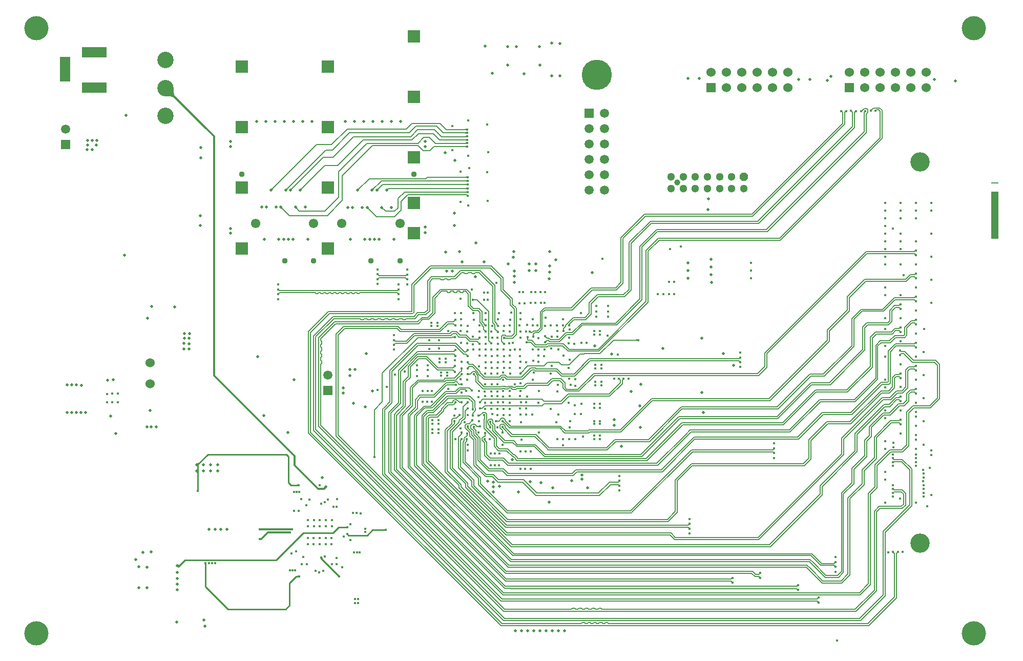
<source format=gbr>
G04 Layer_Physical_Order=3*
G04 Layer_Color=36540*
%FSLAX43Y43*%
%MOMM*%
%TF.FileFunction,Copper,L3,Inr,Signal*%
%TF.Part,Single*%
G01*
G75*
%TA.AperFunction,Conductor*%
%ADD10C,0.305*%
%ADD51C,0.152*%
%ADD52C,0.254*%
%ADD54C,0.175*%
%ADD57C,0.203*%
%TA.AperFunction,NonConductor*%
%ADD64R,1.270X0.127*%
%TA.AperFunction,ComponentPad*%
%ADD73R,1.524X1.524*%
%ADD74C,1.524*%
%ADD75R,1.651X4.064*%
%ADD76R,4.064X1.651*%
%TA.AperFunction,ViaPad*%
%ADD77C,3.200*%
%ADD78C,4.000*%
%TA.AperFunction,ComponentPad*%
%ADD79C,1.550*%
%ADD80C,2.700*%
%ADD81C,1.000*%
%ADD82C,1.300*%
G04:AMPARAMS|DCode=83|XSize=1.3mm|YSize=1.3mm|CornerRadius=0mm|HoleSize=0mm|Usage=FLASHONLY|Rotation=180.000|XOffset=0mm|YOffset=0mm|HoleType=Round|Shape=Octagon|*
%AMOCTAGOND83*
4,1,8,-0.650,0.325,-0.650,-0.325,-0.325,-0.650,0.325,-0.650,0.650,-0.325,0.650,0.325,0.325,0.650,-0.325,0.650,-0.650,0.325,0.0*
%
%ADD83OCTAGOND83*%

%ADD84R,1.500X1.500*%
%ADD85C,1.500*%
%ADD86C,0.950*%
%ADD87R,2.000X2.000*%
%TA.AperFunction,ViaPad*%
%ADD88C,5.000*%
%ADD89C,0.381*%
%ADD90C,0.406*%
%ADD91C,0.508*%
%ADD92C,0.500*%
%TA.AperFunction,NonConductor*%
%ADD106R,1.270X7.747*%
G36*
X142510Y76283D02*
X142512Y76264D01*
X142515Y76246D01*
X142520Y76228D01*
X142526Y76211D01*
X142533Y76195D01*
X142542Y76180D01*
X142551Y76165D01*
X142563Y76151D01*
X142575Y76138D01*
X142291D01*
X142303Y76151D01*
X142315Y76165D01*
X142324Y76180D01*
X142333Y76195D01*
X142340Y76211D01*
X142346Y76228D01*
X142351Y76246D01*
X142354Y76264D01*
X142356Y76283D01*
X142357Y76303D01*
X142509D01*
X142510Y76283D01*
D02*
G37*
G36*
X139617Y76975D02*
X139598Y76975D01*
X139581Y76973D01*
X139563Y76969D01*
X139546Y76964D01*
X139530Y76958D01*
X139514Y76950D01*
X139498Y76941D01*
X139483Y76931D01*
X139468Y76919D01*
X139453Y76905D01*
X139346Y77013D01*
X139359Y77027D01*
X139371Y77042D01*
X139382Y77057D01*
X139391Y77073D01*
X139399Y77089D01*
X139405Y77106D01*
X139410Y77123D01*
X139413Y77140D01*
X139415Y77158D01*
X139416Y77176D01*
X139617Y76975D01*
D02*
G37*
G36*
X143777Y76308D02*
X143791Y76297D01*
X143806Y76287D01*
X143821Y76278D01*
X143838Y76271D01*
X143854Y76265D01*
X143872Y76261D01*
X143890Y76257D01*
X143909Y76255D01*
X143929Y76255D01*
Y76102D01*
X143909Y76102D01*
X143890Y76100D01*
X143872Y76096D01*
X143854Y76092D01*
X143838Y76086D01*
X143821Y76078D01*
X143806Y76070D01*
X143791Y76060D01*
X143777Y76049D01*
X143764Y76036D01*
Y76321D01*
X143777Y76308D01*
D02*
G37*
G36*
X142510Y75283D02*
X142512Y75264D01*
X142515Y75246D01*
X142520Y75228D01*
X142526Y75211D01*
X142533Y75195D01*
X142542Y75180D01*
X142551Y75165D01*
X142563Y75151D01*
X142575Y75138D01*
X142291D01*
X142303Y75151D01*
X142315Y75165D01*
X142324Y75180D01*
X142333Y75195D01*
X142340Y75211D01*
X142346Y75228D01*
X142351Y75246D01*
X142354Y75264D01*
X142356Y75283D01*
X142357Y75303D01*
X142509D01*
X142510Y75283D01*
D02*
G37*
G36*
X141617Y75975D02*
X141598Y75975D01*
X141581Y75973D01*
X141563Y75969D01*
X141546Y75964D01*
X141530Y75958D01*
X141514Y75950D01*
X141498Y75941D01*
X141483Y75931D01*
X141468Y75919D01*
X141453Y75905D01*
X141346Y76013D01*
X141359Y76027D01*
X141371Y76042D01*
X141382Y76057D01*
X141391Y76073D01*
X141399Y76089D01*
X141405Y76106D01*
X141410Y76123D01*
X141413Y76140D01*
X141415Y76158D01*
X141416Y76176D01*
X141617Y75975D01*
D02*
G37*
G36*
X212983Y77654D02*
X213012Y77630D01*
X213026Y77621D01*
X213039Y77613D01*
X213052Y77607D01*
X213064Y77602D01*
X213076Y77600D01*
X213087Y77599D01*
X213098Y77600D01*
X212929Y77431D01*
X212930Y77442D01*
X212929Y77453D01*
X212927Y77465D01*
X212922Y77477D01*
X212916Y77490D01*
X212908Y77503D01*
X212899Y77517D01*
X212888Y77531D01*
X212875Y77546D01*
X212860Y77561D01*
X212968Y77669D01*
X212983Y77654D01*
D02*
G37*
G36*
X213098Y77960D02*
X213087Y77961D01*
X213076Y77960D01*
X213064Y77958D01*
X213052Y77953D01*
X213039Y77947D01*
X213026Y77939D01*
X213012Y77930D01*
X212998Y77919D01*
X212983Y77906D01*
X212968Y77891D01*
X212860Y77999D01*
X212875Y78014D01*
X212899Y78043D01*
X212908Y78057D01*
X212916Y78070D01*
X212922Y78083D01*
X212927Y78095D01*
X212929Y78107D01*
X212930Y78118D01*
X212929Y78129D01*
X213098Y77960D01*
D02*
G37*
G36*
X143892Y77344D02*
X143879Y77330D01*
X143867Y77315D01*
X143856Y77299D01*
X143847Y77284D01*
X143839Y77268D01*
X143833Y77251D01*
X143828Y77234D01*
X143824Y77217D01*
X143823Y77199D01*
X143822Y77180D01*
X143621Y77382D01*
X143639Y77382D01*
X143657Y77384D01*
X143674Y77388D01*
X143691Y77392D01*
X143708Y77399D01*
X143724Y77406D01*
X143740Y77416D01*
X143755Y77426D01*
X143770Y77438D01*
X143784Y77452D01*
X143892Y77344D01*
D02*
G37*
G36*
X141617Y76975D02*
X141598Y76975D01*
X141581Y76973D01*
X141563Y76969D01*
X141546Y76964D01*
X141530Y76958D01*
X141514Y76950D01*
X141498Y76941D01*
X141483Y76931D01*
X141468Y76919D01*
X141453Y76905D01*
X141346Y77013D01*
X141359Y77027D01*
X141371Y77042D01*
X141382Y77057D01*
X141391Y77073D01*
X141399Y77089D01*
X141405Y77106D01*
X141410Y77123D01*
X141413Y77140D01*
X141415Y77158D01*
X141416Y77176D01*
X141617Y76975D01*
D02*
G37*
G36*
X140474Y77036D02*
X140460Y77049D01*
X140446Y77060D01*
X140432Y77070D01*
X140416Y77078D01*
X140400Y77086D01*
X140383Y77092D01*
X140366Y77096D01*
X140347Y77100D01*
X140328Y77102D01*
X140309Y77102D01*
Y77255D01*
X140328Y77255D01*
X140347Y77257D01*
X140366Y77261D01*
X140383Y77265D01*
X140400Y77271D01*
X140416Y77278D01*
X140432Y77287D01*
X140446Y77297D01*
X140460Y77308D01*
X140474Y77321D01*
Y77036D01*
D02*
G37*
G36*
X147604Y74080D02*
X147605Y74062D01*
X147609Y74044D01*
X147614Y74027D01*
X147620Y74011D01*
X147628Y73995D01*
X147637Y73979D01*
X147648Y73964D01*
X147660Y73949D01*
X147673Y73934D01*
X147565Y73827D01*
X147551Y73840D01*
X147536Y73852D01*
X147521Y73863D01*
X147505Y73872D01*
X147489Y73880D01*
X147472Y73886D01*
X147455Y73891D01*
X147438Y73894D01*
X147420Y73896D01*
X147402Y73897D01*
X147603Y74098D01*
X147604Y74080D01*
D02*
G37*
G36*
X142398Y73997D02*
X142380Y73996D01*
X142362Y73994D01*
X142344Y73991D01*
X142327Y73986D01*
X142311Y73980D01*
X142295Y73972D01*
X142279Y73963D01*
X142264Y73952D01*
X142249Y73940D01*
X142234Y73927D01*
X142127Y74034D01*
X142140Y74049D01*
X142152Y74064D01*
X142163Y74079D01*
X142172Y74095D01*
X142180Y74111D01*
X142186Y74127D01*
X142191Y74144D01*
X142194Y74162D01*
X142196Y74180D01*
X142197Y74198D01*
X142398Y73997D01*
D02*
G37*
G36*
X139530Y73941D02*
X139518Y73927D01*
X139508Y73913D01*
X139500Y73897D01*
X139493Y73881D01*
X139487Y73864D01*
X139482Y73847D01*
X139479Y73828D01*
X139477Y73809D01*
X139476Y73790D01*
X139324D01*
X139323Y73809D01*
X139321Y73828D01*
X139318Y73847D01*
X139313Y73864D01*
X139307Y73881D01*
X139300Y73897D01*
X139291Y73913D01*
X139281Y73927D01*
X139270Y73941D01*
X139258Y73955D01*
X139542D01*
X139530Y73941D01*
D02*
G37*
G36*
X212983Y73844D02*
X213012Y73820D01*
X213026Y73811D01*
X213039Y73803D01*
X213052Y73797D01*
X213064Y73792D01*
X213076Y73790D01*
X213087Y73789D01*
X213098Y73790D01*
X212929Y73621D01*
X212930Y73632D01*
X212929Y73643D01*
X212927Y73655D01*
X212922Y73667D01*
X212916Y73680D01*
X212908Y73693D01*
X212899Y73707D01*
X212888Y73721D01*
X212875Y73736D01*
X212860Y73751D01*
X212968Y73859D01*
X212983Y73844D01*
D02*
G37*
G36*
X145474Y73785D02*
X145470Y73780D01*
X145466Y73772D01*
X145463Y73763D01*
X145460Y73753D01*
X145457Y73740D01*
X145456Y73726D01*
X145453Y73693D01*
X145453Y73674D01*
X145301D01*
X145301Y73693D01*
X145297Y73740D01*
X145294Y73753D01*
X145291Y73763D01*
X145288Y73772D01*
X145284Y73780D01*
X145280Y73785D01*
X145275Y73789D01*
X145479D01*
X145474Y73785D01*
D02*
G37*
G36*
X140298Y74897D02*
X140280Y74896D01*
X140262Y74894D01*
X140244Y74891D01*
X140227Y74886D01*
X140211Y74880D01*
X140195Y74872D01*
X140179Y74863D01*
X140164Y74852D01*
X140149Y74840D01*
X140134Y74827D01*
X140027Y74934D01*
X140040Y74949D01*
X140052Y74964D01*
X140063Y74979D01*
X140072Y74995D01*
X140080Y75011D01*
X140086Y75027D01*
X140091Y75044D01*
X140094Y75062D01*
X140096Y75080D01*
X140097Y75098D01*
X140298Y74897D01*
D02*
G37*
G36*
X143743Y75046D02*
X143569Y74887D01*
X143535Y75151D01*
X143546Y75143D01*
X143557Y75138D01*
X143569Y75135D01*
X143581Y75134D01*
X143593Y75136D01*
X143607Y75141D01*
X143620Y75148D01*
X143635Y75157D01*
X143649Y75169D01*
X143665Y75183D01*
X143743Y75046D01*
D02*
G37*
G36*
X144490Y75026D02*
X144487Y75012D01*
X144483Y74977D01*
X144480Y74930D01*
X144478Y74802D01*
X144325Y74776D01*
X144324Y74797D01*
X144322Y74816D01*
X144318Y74833D01*
X144313Y74848D01*
X144306Y74862D01*
X144298Y74873D01*
X144288Y74883D01*
X144277Y74892D01*
X144264Y74898D01*
X144249Y74903D01*
X144493Y75037D01*
X144490Y75026D01*
D02*
G37*
G36*
X146458Y74230D02*
X146472Y74218D01*
X146487Y74208D01*
X146502Y74200D01*
X146519Y74193D01*
X146535Y74187D01*
X146553Y74182D01*
X146571Y74179D01*
X146590Y74177D01*
X146610Y74176D01*
Y74024D01*
X146590Y74023D01*
X146571Y74021D01*
X146553Y74018D01*
X146535Y74013D01*
X146519Y74007D01*
X146502Y74000D01*
X146487Y73991D01*
X146472Y73981D01*
X146458Y73970D01*
X146445Y73958D01*
Y74242D01*
X146458Y74230D01*
D02*
G37*
G36*
X213098Y74150D02*
X213087Y74151D01*
X213076Y74150D01*
X213064Y74148D01*
X213052Y74143D01*
X213039Y74137D01*
X213026Y74129D01*
X213012Y74120D01*
X212998Y74109D01*
X212983Y74096D01*
X212968Y74081D01*
X212860Y74189D01*
X212875Y74204D01*
X212899Y74233D01*
X212908Y74247D01*
X212916Y74260D01*
X212922Y74273D01*
X212927Y74285D01*
X212929Y74297D01*
X212930Y74308D01*
X212929Y74319D01*
X213098Y74150D01*
D02*
G37*
G36*
X215523Y78924D02*
X215552Y78900D01*
X215566Y78891D01*
X215579Y78883D01*
X215592Y78877D01*
X215604Y78872D01*
X215616Y78870D01*
X215627Y78869D01*
X215638Y78870D01*
X215469Y78701D01*
X215470Y78712D01*
X215469Y78723D01*
X215467Y78735D01*
X215462Y78747D01*
X215456Y78760D01*
X215448Y78773D01*
X215439Y78787D01*
X215428Y78801D01*
X215415Y78816D01*
X215400Y78831D01*
X215508Y78939D01*
X215523Y78924D01*
D02*
G37*
G36*
Y82734D02*
X215552Y82710D01*
X215566Y82701D01*
X215579Y82693D01*
X215592Y82687D01*
X215604Y82682D01*
X215616Y82680D01*
X215627Y82679D01*
X215638Y82680D01*
X215469Y82511D01*
X215470Y82522D01*
X215469Y82533D01*
X215467Y82545D01*
X215462Y82557D01*
X215456Y82570D01*
X215448Y82583D01*
X215439Y82597D01*
X215428Y82611D01*
X215415Y82626D01*
X215400Y82641D01*
X215508Y82749D01*
X215523Y82734D01*
D02*
G37*
G36*
X140748Y82664D02*
X140737Y82650D01*
X140727Y82636D01*
X140719Y82620D01*
X140712Y82604D01*
X140706Y82587D01*
X140701Y82570D01*
X140698Y82551D01*
X140696Y82532D01*
X140695Y82513D01*
X140543D01*
X140542Y82532D01*
X140540Y82551D01*
X140537Y82570D01*
X140532Y82587D01*
X140526Y82604D01*
X140519Y82620D01*
X140510Y82636D01*
X140500Y82650D01*
X140489Y82664D01*
X140477Y82678D01*
X140761D01*
X140748Y82664D01*
D02*
G37*
G36*
X139349Y82460D02*
X139364Y82448D01*
X139379Y82437D01*
X139395Y82428D01*
X139411Y82420D01*
X139427Y82414D01*
X139444Y82409D01*
X139462Y82406D01*
X139480Y82404D01*
X139498Y82403D01*
X139297Y82202D01*
X139296Y82220D01*
X139294Y82238D01*
X139291Y82255D01*
X139286Y82272D01*
X139280Y82289D01*
X139272Y82305D01*
X139263Y82321D01*
X139252Y82336D01*
X139240Y82351D01*
X139227Y82365D01*
X139334Y82473D01*
X139349Y82460D01*
D02*
G37*
G36*
X213098Y81770D02*
X213087Y81771D01*
X213076Y81770D01*
X213064Y81768D01*
X213052Y81763D01*
X213039Y81757D01*
X213026Y81749D01*
X213012Y81740D01*
X212998Y81729D01*
X212983Y81716D01*
X212968Y81701D01*
X212860Y81809D01*
X212875Y81824D01*
X212899Y81853D01*
X212908Y81867D01*
X212916Y81880D01*
X212922Y81893D01*
X212927Y81905D01*
X212929Y81917D01*
X212930Y81928D01*
X212929Y81939D01*
X213098Y81770D01*
D02*
G37*
G36*
X150587Y82105D02*
X150572Y82089D01*
X150546Y82059D01*
X150536Y82044D01*
X150527Y82030D01*
X150520Y82017D01*
X150515Y82004D01*
X150511Y81992D01*
X150508Y81979D01*
X150508Y81968D01*
X150307Y82169D01*
X150318Y82170D01*
X150330Y82172D01*
X150343Y82176D01*
X150356Y82181D01*
X150369Y82189D01*
X150383Y82197D01*
X150398Y82208D01*
X150412Y82220D01*
X150443Y82248D01*
X150587Y82105D01*
D02*
G37*
G36*
X141792Y83714D02*
X141788Y83700D01*
X141787Y83685D01*
X141787Y83671D01*
X141790Y83656D01*
X141794Y83641D01*
X141802Y83627D01*
X141811Y83612D01*
X141823Y83597D01*
X141837Y83582D01*
X141666Y83537D01*
X141651Y83552D01*
X141596Y83600D01*
X141583Y83609D01*
X141557Y83626D01*
X141545Y83633D01*
X141533Y83639D01*
X141799Y83729D01*
X141792Y83714D01*
D02*
G37*
G36*
X186549Y84060D02*
X186564Y84048D01*
X186579Y84037D01*
X186595Y84028D01*
X186611Y84020D01*
X186627Y84014D01*
X186644Y84009D01*
X186662Y84006D01*
X186680Y84004D01*
X186698Y84003D01*
X186497Y83802D01*
X186496Y83820D01*
X186494Y83838D01*
X186491Y83856D01*
X186486Y83873D01*
X186480Y83889D01*
X186472Y83905D01*
X186463Y83921D01*
X186452Y83936D01*
X186440Y83951D01*
X186427Y83966D01*
X186534Y84073D01*
X186549Y84060D01*
D02*
G37*
G36*
X215638Y83040D02*
X215627Y83041D01*
X215616Y83040D01*
X215604Y83038D01*
X215592Y83033D01*
X215579Y83027D01*
X215566Y83019D01*
X215552Y83010D01*
X215538Y82999D01*
X215523Y82986D01*
X215508Y82971D01*
X215400Y83079D01*
X215415Y83094D01*
X215439Y83123D01*
X215448Y83137D01*
X215456Y83150D01*
X215462Y83163D01*
X215467Y83175D01*
X215469Y83187D01*
X215470Y83198D01*
X215469Y83209D01*
X215638Y83040D01*
D02*
G37*
G36*
X141892Y82988D02*
X141879Y82974D01*
X141867Y82959D01*
X141856Y82944D01*
X141847Y82928D01*
X141839Y82912D01*
X141833Y82895D01*
X141828Y82878D01*
X141824Y82861D01*
X141823Y82843D01*
X141822Y82825D01*
X141621Y83026D01*
X141639Y83027D01*
X141657Y83029D01*
X141674Y83032D01*
X141691Y83037D01*
X141708Y83043D01*
X141724Y83051D01*
X141740Y83060D01*
X141755Y83071D01*
X141770Y83083D01*
X141784Y83096D01*
X141892Y82988D01*
D02*
G37*
G36*
X139498Y82997D02*
X139480Y82996D01*
X139462Y82994D01*
X139444Y82991D01*
X139427Y82986D01*
X139411Y82980D01*
X139395Y82972D01*
X139379Y82963D01*
X139364Y82952D01*
X139349Y82940D01*
X139334Y82927D01*
X139227Y83034D01*
X139240Y83049D01*
X139252Y83064D01*
X139263Y83079D01*
X139272Y83095D01*
X139280Y83111D01*
X139286Y83127D01*
X139291Y83144D01*
X139294Y83162D01*
X139296Y83180D01*
X139297Y83198D01*
X139498Y82997D01*
D02*
G37*
G36*
X140482Y80046D02*
X140469Y80058D01*
X140455Y80069D01*
X140440Y80079D01*
X140425Y80088D01*
X140408Y80095D01*
X140392Y80101D01*
X140374Y80106D01*
X140356Y80109D01*
X140337Y80111D01*
X140317Y80112D01*
Y80264D01*
X140337Y80265D01*
X140356Y80267D01*
X140374Y80270D01*
X140392Y80275D01*
X140408Y80281D01*
X140425Y80288D01*
X140440Y80296D01*
X140455Y80306D01*
X140469Y80317D01*
X140482Y80330D01*
Y80046D01*
D02*
G37*
G36*
X166804Y81080D02*
X166806Y81062D01*
X166809Y81044D01*
X166814Y81027D01*
X166820Y81011D01*
X166828Y80995D01*
X166837Y80979D01*
X166848Y80964D01*
X166860Y80949D01*
X166873Y80934D01*
X166766Y80827D01*
X166751Y80840D01*
X166736Y80852D01*
X166721Y80863D01*
X166705Y80872D01*
X166689Y80880D01*
X166673Y80886D01*
X166656Y80891D01*
X166638Y80894D01*
X166620Y80896D01*
X166602Y80897D01*
X166803Y81098D01*
X166804Y81080D01*
D02*
G37*
G36*
X139536Y79927D02*
X139521Y79938D01*
X139506Y79948D01*
X139490Y79956D01*
X139473Y79964D01*
X139456Y79970D01*
X139439Y79975D01*
X139421Y79979D01*
X139403Y79982D01*
X139384Y79984D01*
X139364Y79985D01*
X139343Y80137D01*
X139363Y80138D01*
X139382Y80140D01*
X139400Y80144D01*
X139417Y80149D01*
X139434Y80155D01*
X139449Y80163D01*
X139463Y80172D01*
X139476Y80183D01*
X139489Y80195D01*
X139500Y80209D01*
X139536Y79927D01*
D02*
G37*
G36*
X142145Y79405D02*
X142160Y79393D01*
X142176Y79382D01*
X142191Y79373D01*
X142207Y79365D01*
X142224Y79359D01*
X142241Y79354D01*
X142258Y79351D01*
X142276Y79349D01*
X142295Y79348D01*
X142093Y79147D01*
X142093Y79165D01*
X142091Y79183D01*
X142087Y79201D01*
X142083Y79218D01*
X142076Y79234D01*
X142069Y79250D01*
X142059Y79266D01*
X142049Y79281D01*
X142037Y79296D01*
X142023Y79311D01*
X142131Y79418D01*
X142145Y79405D01*
D02*
G37*
G36*
X215638Y79230D02*
X215627Y79231D01*
X215616Y79230D01*
X215604Y79228D01*
X215592Y79223D01*
X215579Y79217D01*
X215566Y79209D01*
X215552Y79200D01*
X215538Y79189D01*
X215523Y79176D01*
X215508Y79161D01*
X215400Y79269D01*
X215415Y79284D01*
X215439Y79313D01*
X215448Y79327D01*
X215456Y79340D01*
X215462Y79353D01*
X215467Y79365D01*
X215469Y79377D01*
X215470Y79388D01*
X215469Y79399D01*
X215638Y79230D01*
D02*
G37*
G36*
X140617Y81620D02*
X140598Y81619D01*
X140581Y81617D01*
X140563Y81614D01*
X140546Y81609D01*
X140530Y81603D01*
X140514Y81595D01*
X140498Y81586D01*
X140483Y81575D01*
X140468Y81563D01*
X140453Y81550D01*
X140346Y81657D01*
X140359Y81672D01*
X140371Y81687D01*
X140382Y81702D01*
X140391Y81718D01*
X140399Y81734D01*
X140405Y81750D01*
X140410Y81767D01*
X140413Y81785D01*
X140415Y81802D01*
X140416Y81821D01*
X140617Y81620D01*
D02*
G37*
G36*
X141777Y81952D02*
X141791Y81941D01*
X141806Y81931D01*
X141821Y81923D01*
X141838Y81916D01*
X141854Y81910D01*
X141872Y81905D01*
X141890Y81902D01*
X141909Y81900D01*
X141929Y81899D01*
Y81747D01*
X141909Y81746D01*
X141890Y81744D01*
X141872Y81741D01*
X141854Y81736D01*
X141838Y81730D01*
X141821Y81723D01*
X141806Y81714D01*
X141791Y81704D01*
X141777Y81693D01*
X141764Y81681D01*
Y81965D01*
X141777Y81952D01*
D02*
G37*
G36*
X142822Y81798D02*
X142824Y81780D01*
X142827Y81763D01*
X142831Y81746D01*
X142837Y81729D01*
X142845Y81713D01*
X142854Y81697D01*
X142865Y81682D01*
X142877Y81667D01*
X142890Y81653D01*
X142780Y81548D01*
X142765Y81561D01*
X142750Y81573D01*
X142735Y81584D01*
X142719Y81593D01*
X142703Y81601D01*
X142687Y81608D01*
X142670Y81613D01*
X142652Y81616D01*
X142634Y81619D01*
X142616Y81620D01*
X142822Y81816D01*
X142822Y81798D01*
D02*
G37*
G36*
X167398Y80897D02*
X167380Y80896D01*
X167362Y80894D01*
X167344Y80891D01*
X167327Y80886D01*
X167311Y80880D01*
X167295Y80872D01*
X167279Y80863D01*
X167264Y80852D01*
X167249Y80840D01*
X167234Y80827D01*
X167127Y80934D01*
X167140Y80949D01*
X167152Y80964D01*
X167163Y80979D01*
X167172Y80995D01*
X167180Y81011D01*
X167186Y81027D01*
X167191Y81044D01*
X167194Y81062D01*
X167196Y81080D01*
X167197Y81098D01*
X167398Y80897D01*
D02*
G37*
G36*
X212983Y81464D02*
X213012Y81440D01*
X213026Y81431D01*
X213039Y81423D01*
X213052Y81417D01*
X213064Y81412D01*
X213076Y81410D01*
X213087Y81409D01*
X213098Y81410D01*
X212929Y81241D01*
X212930Y81252D01*
X212929Y81263D01*
X212927Y81275D01*
X212922Y81287D01*
X212916Y81300D01*
X212908Y81313D01*
X212899Y81327D01*
X212888Y81341D01*
X212875Y81356D01*
X212860Y81371D01*
X212968Y81479D01*
X212983Y81464D01*
D02*
G37*
G36*
X212104Y52430D02*
X212106Y52412D01*
X212109Y52394D01*
X212114Y52377D01*
X212120Y52361D01*
X212128Y52345D01*
X212137Y52329D01*
X212148Y52314D01*
X212160Y52299D01*
X212173Y52284D01*
X212066Y52177D01*
X212051Y52190D01*
X212036Y52202D01*
X212021Y52213D01*
X212005Y52222D01*
X211989Y52230D01*
X211973Y52236D01*
X211956Y52241D01*
X211938Y52244D01*
X211920Y52246D01*
X211902Y52247D01*
X212103Y52448D01*
X212104Y52430D01*
D02*
G37*
G36*
X212668Y52249D02*
X212658Y52250D01*
X212646Y52249D01*
X212634Y52247D01*
X212622Y52242D01*
X212609Y52236D01*
X212596Y52228D01*
X212582Y52219D01*
X212568Y52208D01*
X212553Y52195D01*
X212538Y52180D01*
X212430Y52288D01*
X212445Y52303D01*
X212469Y52332D01*
X212478Y52346D01*
X212486Y52359D01*
X212492Y52372D01*
X212497Y52384D01*
X212499Y52396D01*
X212500Y52408D01*
X212499Y52418D01*
X212668Y52249D01*
D02*
G37*
G36*
X202398Y50597D02*
X202380Y50596D01*
X202362Y50594D01*
X202344Y50591D01*
X202327Y50586D01*
X202311Y50580D01*
X202295Y50572D01*
X202279Y50563D01*
X202264Y50552D01*
X202249Y50540D01*
X202234Y50527D01*
X202127Y50634D01*
X202140Y50649D01*
X202152Y50664D01*
X202163Y50679D01*
X202172Y50695D01*
X202180Y50711D01*
X202186Y50727D01*
X202191Y50744D01*
X202194Y50762D01*
X202196Y50780D01*
X202197Y50798D01*
X202398Y50597D01*
D02*
G37*
G36*
X98432Y50462D02*
X98431Y50457D01*
X98430Y50451D01*
X98429Y50431D01*
X98427Y50365D01*
X98427Y50344D01*
X98173D01*
X98167Y50464D01*
X98433D01*
X98432Y50462D01*
D02*
G37*
G36*
X94088Y50207D02*
X93851Y50027D01*
X93801Y50359D01*
X93810Y50353D01*
X93821Y50350D01*
X93832Y50350D01*
X93845Y50353D01*
X93859Y50358D01*
X93874Y50366D01*
X93891Y50377D01*
X93908Y50390D01*
X93927Y50407D01*
X93947Y50426D01*
X94088Y50207D01*
D02*
G37*
G36*
X178298Y56897D02*
X178280Y56896D01*
X178262Y56894D01*
X178244Y56891D01*
X178227Y56886D01*
X178211Y56880D01*
X178195Y56872D01*
X178179Y56863D01*
X178164Y56852D01*
X178149Y56840D01*
X178134Y56827D01*
X178027Y56934D01*
X178040Y56949D01*
X178052Y56964D01*
X178063Y56979D01*
X178072Y56995D01*
X178080Y57011D01*
X178086Y57027D01*
X178091Y57044D01*
X178094Y57062D01*
X178096Y57080D01*
X178097Y57098D01*
X178298Y56897D01*
D02*
G37*
G36*
X97166Y62722D02*
X96899D01*
X96901Y62724D01*
X96902Y62728D01*
X96903Y62735D01*
X96904Y62755D01*
X96906Y62820D01*
X96906Y62842D01*
X97160D01*
X97166Y62722D01*
D02*
G37*
G36*
X121564Y56367D02*
X121561Y56368D01*
X121557Y56369D01*
X121550Y56370D01*
X121531Y56371D01*
X121465Y56373D01*
X121444Y56373D01*
Y56627D01*
X121564Y56633D01*
Y56367D01*
D02*
G37*
G36*
X127928Y55950D02*
X127925Y55951D01*
X127921Y55952D01*
X127914Y55953D01*
X127894Y55955D01*
X127829Y55956D01*
X127807Y55956D01*
Y56210D01*
X127928Y56217D01*
Y55950D01*
D02*
G37*
G36*
X178149Y56560D02*
X178164Y56548D01*
X178179Y56537D01*
X178195Y56528D01*
X178211Y56520D01*
X178227Y56514D01*
X178244Y56509D01*
X178262Y56506D01*
X178280Y56504D01*
X178298Y56503D01*
X178097Y56302D01*
X178096Y56320D01*
X178094Y56338D01*
X178091Y56356D01*
X178086Y56373D01*
X178080Y56389D01*
X178072Y56405D01*
X178063Y56421D01*
X178052Y56436D01*
X178040Y56451D01*
X178027Y56466D01*
X178134Y56573D01*
X178149Y56560D01*
D02*
G37*
G36*
X196170Y46777D02*
X196159Y46777D01*
X196148Y46777D01*
X196137Y46774D01*
X196124Y46770D01*
X196112Y46764D01*
X196098Y46756D01*
X196085Y46746D01*
X196070Y46735D01*
X196056Y46722D01*
X196040Y46708D01*
X195933Y46815D01*
X195947Y46831D01*
X195971Y46859D01*
X195981Y46873D01*
X195989Y46886D01*
X195995Y46899D01*
X195999Y46911D01*
X196002Y46923D01*
X196003Y46934D01*
X196002Y46945D01*
X196170Y46777D01*
D02*
G37*
G36*
X185231Y47656D02*
X185246Y47644D01*
X185261Y47633D01*
X185277Y47624D01*
X185293Y47616D01*
X185309Y47610D01*
X185326Y47605D01*
X185342Y47602D01*
X185360Y47600D01*
X185377Y47600D01*
X185179Y47401D01*
X185179Y47419D01*
X185177Y47436D01*
X185173Y47453D01*
X185169Y47469D01*
X185162Y47486D01*
X185155Y47502D01*
X185145Y47517D01*
X185135Y47532D01*
X185122Y47547D01*
X185109Y47562D01*
X185216Y47670D01*
X185231Y47656D01*
D02*
G37*
G36*
X196051Y46437D02*
X196066Y46425D01*
X196082Y46414D01*
X196097Y46405D01*
X196113Y46397D01*
X196129Y46391D01*
X196146Y46386D01*
X196163Y46382D01*
X196180Y46381D01*
X196197Y46380D01*
X195999Y46182D01*
X195999Y46200D01*
X195997Y46217D01*
X195994Y46234D01*
X195989Y46250D01*
X195983Y46266D01*
X195975Y46282D01*
X195966Y46298D01*
X195955Y46313D01*
X195943Y46328D01*
X195929Y46343D01*
X196037Y46450D01*
X196051Y46437D01*
D02*
G37*
G36*
X199449Y44360D02*
X199464Y44348D01*
X199479Y44337D01*
X199495Y44328D01*
X199511Y44320D01*
X199527Y44314D01*
X199544Y44309D01*
X199562Y44306D01*
X199580Y44304D01*
X199598Y44303D01*
X199397Y44102D01*
X199396Y44120D01*
X199394Y44138D01*
X199391Y44156D01*
X199386Y44173D01*
X199380Y44189D01*
X199372Y44205D01*
X199363Y44221D01*
X199352Y44236D01*
X199340Y44251D01*
X199327Y44266D01*
X199434Y44373D01*
X199449Y44360D01*
D02*
G37*
G36*
X199598Y44697D02*
X199580Y44696D01*
X199562Y44694D01*
X199544Y44691D01*
X199527Y44686D01*
X199511Y44680D01*
X199495Y44672D01*
X199479Y44663D01*
X199464Y44652D01*
X199449Y44640D01*
X199434Y44627D01*
X199327Y44734D01*
X199340Y44749D01*
X199352Y44764D01*
X199363Y44779D01*
X199372Y44795D01*
X199380Y44811D01*
X199386Y44827D01*
X199391Y44844D01*
X199394Y44862D01*
X199396Y44880D01*
X199397Y44898D01*
X199598Y44697D01*
D02*
G37*
G36*
X189927Y48781D02*
X189908Y48780D01*
X189890Y48778D01*
X189873Y48775D01*
X189856Y48770D01*
X189839Y48764D01*
X189823Y48756D01*
X189808Y48747D01*
X189792Y48736D01*
X189777Y48724D01*
X189763Y48711D01*
X189655Y48818D01*
X189669Y48833D01*
X189681Y48848D01*
X189691Y48863D01*
X189701Y48879D01*
X189708Y48895D01*
X189715Y48911D01*
X189719Y48928D01*
X189723Y48946D01*
X189725Y48963D01*
X189725Y48982D01*
X189927Y48781D01*
D02*
G37*
G36*
X202249Y50260D02*
X202264Y50248D01*
X202279Y50237D01*
X202295Y50228D01*
X202311Y50220D01*
X202327Y50214D01*
X202344Y50209D01*
X202362Y50206D01*
X202380Y50204D01*
X202398Y50203D01*
X202197Y50002D01*
X202196Y50020D01*
X202194Y50038D01*
X202191Y50056D01*
X202186Y50073D01*
X202180Y50089D01*
X202172Y50105D01*
X202163Y50121D01*
X202152Y50136D01*
X202140Y50151D01*
X202127Y50166D01*
X202234Y50273D01*
X202249Y50260D01*
D02*
G37*
G36*
X113610Y48279D02*
X113608Y48280D01*
X113603Y48281D01*
X113597Y48282D01*
X113577Y48284D01*
X113511Y48285D01*
X113490Y48285D01*
Y48539D01*
X113610Y48546D01*
Y48279D01*
D02*
G37*
G36*
X185380Y47993D02*
X185362Y47993D01*
X185344Y47991D01*
X185326Y47987D01*
X185309Y47982D01*
X185293Y47976D01*
X185277Y47968D01*
X185261Y47959D01*
X185246Y47949D01*
X185231Y47937D01*
X185216Y47923D01*
X185109Y48031D01*
X185122Y48045D01*
X185134Y48060D01*
X185145Y48075D01*
X185154Y48091D01*
X185162Y48107D01*
X185168Y48124D01*
X185173Y48141D01*
X185176Y48158D01*
X185178Y48176D01*
X185179Y48194D01*
X185380Y47993D01*
D02*
G37*
G36*
X189778Y48443D02*
X189793Y48431D01*
X189808Y48420D01*
X189823Y48411D01*
X189839Y48403D01*
X189856Y48397D01*
X189872Y48392D01*
X189889Y48389D01*
X189906Y48387D01*
X189924Y48387D01*
X189725Y48189D01*
X189725Y48206D01*
X189723Y48223D01*
X189720Y48240D01*
X189715Y48257D01*
X189709Y48273D01*
X189701Y48289D01*
X189692Y48305D01*
X189681Y48320D01*
X189669Y48335D01*
X189655Y48349D01*
X189763Y48457D01*
X189778Y48443D01*
D02*
G37*
G36*
X118197Y62946D02*
X118190Y62945D01*
X118180Y62942D01*
X118170Y62937D01*
X118158Y62929D01*
X118144Y62920D01*
X118113Y62894D01*
X118077Y62861D01*
X118056Y62841D01*
X117841Y63056D01*
X117861Y63077D01*
X117920Y63144D01*
X117929Y63158D01*
X117937Y63170D01*
X117942Y63180D01*
X117945Y63190D01*
X117946Y63197D01*
X118197Y62946D01*
D02*
G37*
G36*
X144623Y71933D02*
X144612Y71919D01*
X144602Y71904D01*
X144594Y71889D01*
X144586Y71873D01*
X144580Y71856D01*
X144576Y71838D01*
X144572Y71820D01*
X144570Y71801D01*
X144570Y71781D01*
X144417D01*
X144417Y71801D01*
X144415Y71820D01*
X144411Y71838D01*
X144407Y71856D01*
X144401Y71873D01*
X144394Y71889D01*
X144385Y71904D01*
X144375Y71919D01*
X144364Y71933D01*
X144351Y71946D01*
X144636D01*
X144623Y71933D01*
D02*
G37*
G36*
X147477Y72491D02*
X147479Y72472D01*
X147482Y72453D01*
X147487Y72436D01*
X147493Y72419D01*
X147500Y72403D01*
X147509Y72387D01*
X147518Y72372D01*
X147530Y72358D01*
X147542Y72345D01*
X147258D01*
X147270Y72358D01*
X147282Y72372D01*
X147291Y72387D01*
X147300Y72403D01*
X147307Y72419D01*
X147313Y72436D01*
X147318Y72453D01*
X147321Y72472D01*
X147323Y72491D01*
X147324Y72510D01*
X147476D01*
X147477Y72491D01*
D02*
G37*
G36*
X141602Y71824D02*
X141600Y71820D01*
X141598Y71815D01*
X141597Y71808D01*
X141595Y71799D01*
X141593Y71777D01*
X141592Y71731D01*
X141440D01*
X141440Y71748D01*
X141436Y71808D01*
X141434Y71815D01*
X141433Y71820D01*
X141431Y71824D01*
X141429Y71826D01*
X141604D01*
X141602Y71824D01*
D02*
G37*
G36*
X141552Y70884D02*
X141550Y70881D01*
X141548Y70875D01*
X141546Y70868D01*
X141545Y70859D01*
X141543Y70837D01*
X141542Y70807D01*
X141542Y70790D01*
X141389D01*
X141389Y70807D01*
X141385Y70868D01*
X141383Y70875D01*
X141381Y70881D01*
X141379Y70884D01*
X141376Y70886D01*
X141554D01*
X141552Y70884D01*
D02*
G37*
G36*
X144571Y70988D02*
X144567Y70974D01*
X144565Y70960D01*
X144565Y70945D01*
X144568Y70931D01*
X144573Y70916D01*
X144580Y70901D01*
X144589Y70887D01*
X144601Y70872D01*
X144615Y70857D01*
X144440Y70816D01*
X144425Y70830D01*
X144370Y70879D01*
X144358Y70888D01*
X144334Y70905D01*
X144322Y70911D01*
X144312Y70917D01*
X144578Y71002D01*
X144571Y70988D01*
D02*
G37*
G36*
X143474Y73036D02*
X143460Y73049D01*
X143446Y73060D01*
X143432Y73070D01*
X143416Y73078D01*
X143400Y73086D01*
X143383Y73092D01*
X143366Y73096D01*
X143347Y73100D01*
X143328Y73102D01*
X143309Y73102D01*
Y73255D01*
X143328Y73255D01*
X143347Y73257D01*
X143366Y73261D01*
X143383Y73265D01*
X143400Y73271D01*
X143416Y73278D01*
X143432Y73287D01*
X143446Y73297D01*
X143460Y73308D01*
X143474Y73321D01*
Y73036D01*
D02*
G37*
G36*
X145436Y73247D02*
X145170Y73206D01*
X145178Y73217D01*
X145183Y73229D01*
X145186Y73241D01*
X145187Y73253D01*
X145185Y73266D01*
X145181Y73280D01*
X145174Y73294D01*
X145164Y73308D01*
X145153Y73323D01*
X145138Y73338D01*
X145274Y73418D01*
X145436Y73247D01*
D02*
G37*
G36*
X141759Y73029D02*
X141753Y73019D01*
X141750Y73007D01*
X141750Y72995D01*
X141752Y72983D01*
X141756Y72970D01*
X141763Y72956D01*
X141772Y72942D01*
X141784Y72927D01*
X141799Y72912D01*
X141660Y72835D01*
X141503Y73011D01*
X141767Y73039D01*
X141759Y73029D01*
D02*
G37*
G36*
X142747Y72957D02*
X142742Y72946D01*
X142739Y72934D01*
X142738Y72922D01*
X142740Y72909D01*
X142744Y72895D01*
X142751Y72882D01*
X142761Y72867D01*
X142772Y72852D01*
X142787Y72837D01*
X142651Y72758D01*
X142489Y72930D01*
X142755Y72968D01*
X142747Y72957D01*
D02*
G37*
G36*
X147575Y73028D02*
X147573Y73011D01*
X147573Y72995D01*
X147575Y72979D01*
X147579Y72963D01*
X147585Y72948D01*
X147593Y72932D01*
X147602Y72917D01*
X147614Y72902D01*
X147628Y72887D01*
X147487Y72813D01*
X147473Y72826D01*
X147444Y72850D01*
X147429Y72860D01*
X147414Y72870D01*
X147398Y72879D01*
X147382Y72887D01*
X147365Y72894D01*
X147348Y72900D01*
X147331Y72905D01*
X147579Y73045D01*
X147575Y73028D01*
D02*
G37*
G36*
X97160Y66153D02*
X97113Y65858D01*
X97072Y65811D01*
X97113Y65764D01*
X97160Y65470D01*
X96906Y65409D01*
X96905Y65437D01*
X96904Y65462D01*
X96901Y65484D01*
X96897Y65503D01*
X96892Y65519D01*
X96886Y65533D01*
X96879Y65543D01*
X96871Y65551D01*
X96862Y65556D01*
X96852Y65558D01*
X97072Y65811D01*
X96852Y66065D01*
X96862Y66067D01*
X96871Y66072D01*
X96879Y66080D01*
X96886Y66090D01*
X96892Y66104D01*
X96897Y66120D01*
X96901Y66139D01*
X96904Y66161D01*
X96905Y66186D01*
X96906Y66214D01*
X97160Y66153D01*
D02*
G37*
G36*
X97290Y67032D02*
X97256Y66998D01*
X97115Y66839D01*
X97160Y66562D01*
X96906Y66501D01*
X96905Y66529D01*
X96901Y66576D01*
X96897Y66595D01*
X96892Y66611D01*
X96886Y66625D01*
X96879Y66635D01*
X96871Y66643D01*
X96862Y66648D01*
X96852Y66650D01*
X97094Y66842D01*
X96950Y67142D01*
X96963Y67139D01*
X96978Y67138D01*
X96993Y67139D01*
X97009Y67143D01*
X97025Y67149D01*
X97042Y67158D01*
X97060Y67170D01*
X97079Y67183D01*
X97098Y67200D01*
X97117Y67219D01*
X97290Y67032D01*
D02*
G37*
G36*
X166585Y64023D02*
X166584Y64023D01*
X166582Y64021D01*
X166579Y64018D01*
X166525Y63966D01*
X166417Y64074D01*
X166474Y64134D01*
X166585Y64023D01*
D02*
G37*
G36*
X113575Y63367D02*
X113573Y63368D01*
X113568Y63369D01*
X113562Y63370D01*
X113542Y63371D01*
X113477Y63373D01*
X113455Y63373D01*
Y63627D01*
X113575Y63633D01*
Y63367D01*
D02*
G37*
G36*
X166585Y63599D02*
X166474Y63488D01*
X166474Y63489D01*
X166472Y63491D01*
X166470Y63495D01*
X166417Y63548D01*
X166525Y63656D01*
X166585Y63599D01*
D02*
G37*
G36*
X192140Y69043D02*
X192155Y69031D01*
X192170Y69020D01*
X192186Y69011D01*
X192202Y69003D01*
X192218Y68997D01*
X192235Y68992D01*
X192253Y68989D01*
X192270Y68987D01*
X192289Y68986D01*
X192088Y68785D01*
X192087Y68804D01*
X192085Y68821D01*
X192082Y68839D01*
X192077Y68856D01*
X192071Y68872D01*
X192063Y68888D01*
X192054Y68904D01*
X192043Y68919D01*
X192031Y68934D01*
X192018Y68949D01*
X192125Y69056D01*
X192140Y69043D01*
D02*
G37*
G36*
X192289Y69380D02*
X192270Y69379D01*
X192253Y69378D01*
X192235Y69374D01*
X192218Y69369D01*
X192202Y69363D01*
X192186Y69355D01*
X192170Y69346D01*
X192155Y69335D01*
X192140Y69323D01*
X192125Y69310D01*
X192018Y69418D01*
X192031Y69432D01*
X192043Y69447D01*
X192054Y69462D01*
X192063Y69478D01*
X192071Y69494D01*
X192077Y69511D01*
X192082Y69528D01*
X192085Y69545D01*
X192087Y69563D01*
X192088Y69581D01*
X192289Y69380D01*
D02*
G37*
G36*
X126251Y68393D02*
X126253Y68375D01*
X126256Y68357D01*
X126260Y68341D01*
X126265Y68325D01*
X126271Y68310D01*
X126279Y68296D01*
X126287Y68283D01*
X126297Y68270D01*
X126308Y68259D01*
X126041D01*
X126052Y68270D01*
X126062Y68283D01*
X126070Y68296D01*
X126078Y68310D01*
X126084Y68325D01*
X126089Y68341D01*
X126093Y68357D01*
X126096Y68375D01*
X126098Y68393D01*
X126098Y68412D01*
X126251D01*
X126251Y68393D01*
D02*
G37*
G36*
X211964Y67466D02*
X211997Y67454D01*
X212014Y67449D01*
X212049Y67442D01*
X212067Y67439D01*
X212105Y67436D01*
X212124Y67436D01*
X212185Y67284D01*
X212165Y67283D01*
X212146Y67281D01*
X212128Y67277D01*
X212112Y67271D01*
X212098Y67264D01*
X212084Y67256D01*
X212072Y67245D01*
X212062Y67234D01*
X212053Y67221D01*
X212045Y67206D01*
X211948Y67473D01*
X211964Y67466D01*
D02*
G37*
G36*
X212055Y67889D02*
X212055Y67882D01*
X212058Y67875D01*
X212062Y67867D01*
X212067Y67859D01*
X212074Y67849D01*
X212083Y67838D01*
X212104Y67814D01*
X212117Y67801D01*
X212009Y67693D01*
X211996Y67706D01*
X211961Y67736D01*
X211952Y67743D01*
X211943Y67748D01*
X211935Y67752D01*
X211928Y67755D01*
X211922Y67756D01*
X211916Y67755D01*
X212055Y67894D01*
X212055Y67889D01*
D02*
G37*
G36*
X186638Y84407D02*
X186634Y84407D01*
X186629Y84406D01*
X186623Y84403D01*
X186616Y84400D01*
X186608Y84394D01*
X186599Y84388D01*
X186578Y84370D01*
X186554Y84346D01*
X186446Y84454D01*
X186459Y84467D01*
X186494Y84508D01*
X186500Y84516D01*
X186503Y84523D01*
X186506Y84529D01*
X186507Y84534D01*
X186507Y84538D01*
X186638Y84407D01*
D02*
G37*
G36*
X113399Y109396D02*
X113402Y109372D01*
X113406Y109348D01*
X113411Y109326D01*
X113419Y109304D01*
X113428Y109284D01*
X113439Y109264D01*
X113452Y109245D01*
X113467Y109226D01*
X113483Y109209D01*
X113359Y109085D01*
X113342Y109101D01*
X113323Y109116D01*
X113304Y109128D01*
X113284Y109139D01*
X113263Y109149D01*
X113242Y109156D01*
X113219Y109162D01*
X113196Y109166D01*
X113172Y109169D01*
X113147Y109169D01*
X113399Y109421D01*
X113399Y109396D01*
D02*
G37*
G36*
X141487Y111542D02*
X141533Y111502D01*
X141539Y111498D01*
X141544Y111496D01*
X141548Y111494D01*
X141551Y111495D01*
X141426Y111370D01*
X141426Y111373D01*
X141425Y111377D01*
X141422Y111382D01*
X141419Y111388D01*
X141413Y111395D01*
X141399Y111413D01*
X141379Y111434D01*
X141367Y111446D01*
X141474Y111554D01*
X141487Y111542D01*
D02*
G37*
G36*
X110999Y109396D02*
X111002Y109372D01*
X111006Y109348D01*
X111011Y109326D01*
X111019Y109304D01*
X111028Y109284D01*
X111039Y109264D01*
X111052Y109245D01*
X111067Y109226D01*
X111083Y109209D01*
X110959Y109085D01*
X110942Y109101D01*
X110923Y109116D01*
X110904Y109128D01*
X110884Y109139D01*
X110863Y109149D01*
X110842Y109156D01*
X110819Y109162D01*
X110796Y109166D01*
X110772Y109169D01*
X110747Y109169D01*
X110999Y109421D01*
X110999Y109396D01*
D02*
G37*
G36*
X127661Y109345D02*
X127663Y109321D01*
X127667Y109298D01*
X127673Y109275D01*
X127681Y109254D01*
X127690Y109233D01*
X127701Y109213D01*
X127714Y109194D01*
X127728Y109175D01*
X127744Y109158D01*
X127621Y109034D01*
X127603Y109050D01*
X127585Y109065D01*
X127566Y109078D01*
X127546Y109089D01*
X127525Y109098D01*
X127503Y109106D01*
X127481Y109111D01*
X127458Y109115D01*
X127434Y109118D01*
X127409Y109118D01*
X127660Y109370D01*
X127661Y109345D01*
D02*
G37*
G36*
X125261Y109342D02*
X125263Y109315D01*
X125267Y109290D01*
X125272Y109266D01*
X125279Y109243D01*
X125288Y109221D01*
X125298Y109201D01*
X125310Y109182D01*
X125324Y109164D01*
X125339Y109147D01*
X125231Y109039D01*
X125215Y109055D01*
X125197Y109068D01*
X125178Y109080D01*
X125157Y109091D01*
X125136Y109099D01*
X125113Y109106D01*
X125089Y109112D01*
X125063Y109116D01*
X125037Y109118D01*
X125009Y109118D01*
X125260Y109370D01*
X125261Y109342D01*
D02*
G37*
G36*
X126939Y112435D02*
X126924Y112418D01*
X126910Y112400D01*
X126898Y112381D01*
X126888Y112361D01*
X126879Y112339D01*
X126872Y112316D01*
X126867Y112292D01*
X126863Y112267D01*
X126861Y112240D01*
X126860Y112212D01*
X126609Y112464D01*
X126637Y112464D01*
X126663Y112466D01*
X126689Y112470D01*
X126713Y112476D01*
X126736Y112483D01*
X126757Y112492D01*
X126778Y112502D01*
X126797Y112514D01*
X126815Y112527D01*
X126831Y112543D01*
X126939Y112435D01*
D02*
G37*
G36*
X128536D02*
X128521Y112418D01*
X128507Y112400D01*
X128495Y112381D01*
X128485Y112361D01*
X128476Y112339D01*
X128469Y112316D01*
X128464Y112292D01*
X128460Y112267D01*
X128458Y112240D01*
X128457Y112212D01*
X128206Y112464D01*
X128234Y112464D01*
X128260Y112466D01*
X128286Y112470D01*
X128310Y112476D01*
X128333Y112483D01*
X128354Y112492D01*
X128375Y112502D01*
X128394Y112514D01*
X128412Y112527D01*
X128428Y112543D01*
X128536Y112435D01*
D02*
G37*
G36*
X126139D02*
X126124Y112418D01*
X126110Y112400D01*
X126098Y112381D01*
X126088Y112361D01*
X126079Y112339D01*
X126072Y112316D01*
X126067Y112292D01*
X126063Y112267D01*
X126061Y112240D01*
X126060Y112212D01*
X125809Y112464D01*
X125837Y112464D01*
X125863Y112466D01*
X125889Y112470D01*
X125913Y112476D01*
X125936Y112483D01*
X125957Y112492D01*
X125978Y112502D01*
X125997Y112514D01*
X126015Y112527D01*
X126031Y112543D01*
X126139Y112435D01*
D02*
G37*
G36*
X141473Y111780D02*
X141461Y111791D01*
X141449Y111800D01*
X141436Y111808D01*
X141421Y111815D01*
X141406Y111821D01*
X141389Y111826D01*
X141372Y111830D01*
X141353Y111833D01*
X141333Y111835D01*
X141312Y111835D01*
Y112010D01*
X141333Y112011D01*
X141353Y112012D01*
X141372Y112015D01*
X141389Y112019D01*
X141406Y112024D01*
X141421Y112030D01*
X141436Y112037D01*
X141449Y112045D01*
X141461Y112054D01*
X141473Y112065D01*
Y111780D01*
D02*
G37*
G36*
X123739Y112435D02*
X123724Y112418D01*
X123710Y112400D01*
X123698Y112381D01*
X123688Y112361D01*
X123679Y112339D01*
X123672Y112316D01*
X123667Y112292D01*
X123663Y112267D01*
X123661Y112240D01*
X123660Y112212D01*
X123409Y112464D01*
X123437Y112464D01*
X123463Y112466D01*
X123489Y112470D01*
X123513Y112476D01*
X123536Y112483D01*
X123557Y112492D01*
X123578Y112502D01*
X123597Y112514D01*
X123615Y112527D01*
X123631Y112543D01*
X123739Y112435D01*
D02*
G37*
G36*
X127032Y97702D02*
X127019Y97687D01*
X127007Y97672D01*
X126996Y97657D01*
X126987Y97641D01*
X126979Y97625D01*
X126973Y97609D01*
X126968Y97592D01*
X126965Y97574D01*
X126963Y97556D01*
X126962Y97538D01*
X126761Y97739D01*
X126779Y97740D01*
X126797Y97742D01*
X126814Y97745D01*
X126831Y97750D01*
X126848Y97756D01*
X126864Y97764D01*
X126880Y97773D01*
X126895Y97784D01*
X126910Y97796D01*
X126924Y97809D01*
X127032Y97702D01*
D02*
G37*
G36*
X215523Y97974D02*
X215552Y97950D01*
X215566Y97941D01*
X215579Y97933D01*
X215592Y97927D01*
X215604Y97922D01*
X215616Y97920D01*
X215627Y97919D01*
X215638Y97920D01*
X215469Y97751D01*
X215470Y97762D01*
X215469Y97773D01*
X215467Y97785D01*
X215462Y97797D01*
X215456Y97810D01*
X215448Y97823D01*
X215439Y97837D01*
X215428Y97851D01*
X215415Y97866D01*
X215400Y97881D01*
X215508Y97989D01*
X215523Y97974D01*
D02*
G37*
G36*
X131449Y97760D02*
X131464Y97748D01*
X131479Y97737D01*
X131495Y97728D01*
X131511Y97720D01*
X131527Y97714D01*
X131544Y97709D01*
X131562Y97706D01*
X131580Y97704D01*
X131598Y97703D01*
X131397Y97502D01*
X131396Y97520D01*
X131394Y97538D01*
X131391Y97556D01*
X131386Y97573D01*
X131380Y97589D01*
X131372Y97605D01*
X131363Y97621D01*
X131352Y97636D01*
X131340Y97651D01*
X131327Y97666D01*
X131434Y97773D01*
X131449Y97760D01*
D02*
G37*
G36*
X110474Y95792D02*
X110475Y95780D01*
X110478Y95769D01*
X110482Y95756D01*
X110488Y95743D01*
X110496Y95730D01*
X110505Y95716D01*
X110517Y95702D01*
X110530Y95687D01*
X110544Y95672D01*
X110436Y95564D01*
X110421Y95579D01*
X110392Y95603D01*
X110378Y95612D01*
X110365Y95620D01*
X110352Y95626D01*
X110340Y95631D01*
X110328Y95633D01*
X110317Y95634D01*
X110306Y95633D01*
X110475Y95803D01*
X110474Y95792D01*
D02*
G37*
G36*
X130181Y95633D02*
X130170Y95634D01*
X130159Y95633D01*
X130147Y95631D01*
X130135Y95626D01*
X130122Y95620D01*
X130109Y95612D01*
X130095Y95603D01*
X130081Y95592D01*
X130066Y95579D01*
X130051Y95564D01*
X129943Y95672D01*
X129958Y95687D01*
X129982Y95716D01*
X129992Y95730D01*
X129999Y95743D01*
X130005Y95756D01*
X130010Y95768D01*
X130012Y95780D01*
X130013Y95791D01*
X130013Y95802D01*
X130181Y95633D01*
D02*
G37*
G36*
X142885Y98600D02*
X143069Y98524D01*
X143039Y98523D01*
X143010Y98519D01*
X142982Y98514D01*
X142954Y98507D01*
X142928Y98497D01*
X142902Y98485D01*
X142877Y98471D01*
X142854Y98455D01*
X142831Y98437D01*
X142809Y98416D01*
X142831Y98654D01*
X142885Y98600D01*
D02*
G37*
G36*
X215519Y101789D02*
X215534Y101777D01*
X215549Y101766D01*
X215565Y101757D01*
X215581Y101749D01*
X215597Y101743D01*
X215614Y101738D01*
X215632Y101735D01*
X215650Y101733D01*
X215668Y101732D01*
X215467Y101531D01*
X215466Y101549D01*
X215464Y101567D01*
X215461Y101585D01*
X215456Y101602D01*
X215450Y101618D01*
X215442Y101634D01*
X215433Y101650D01*
X215422Y101665D01*
X215410Y101680D01*
X215397Y101695D01*
X215504Y101802D01*
X215519Y101789D01*
D02*
G37*
G36*
X215638Y98280D02*
X215627Y98281D01*
X215616Y98280D01*
X215604Y98278D01*
X215592Y98273D01*
X215579Y98267D01*
X215566Y98259D01*
X215552Y98250D01*
X215538Y98239D01*
X215523Y98226D01*
X215508Y98211D01*
X215400Y98319D01*
X215415Y98334D01*
X215439Y98363D01*
X215448Y98377D01*
X215456Y98390D01*
X215462Y98403D01*
X215467Y98415D01*
X215469Y98427D01*
X215470Y98438D01*
X215469Y98449D01*
X215638Y98280D01*
D02*
G37*
G36*
X126963Y98316D02*
X126965Y98298D01*
X126968Y98280D01*
X126973Y98263D01*
X126979Y98247D01*
X126987Y98231D01*
X126996Y98215D01*
X127007Y98200D01*
X127019Y98185D01*
X127032Y98170D01*
X126924Y98063D01*
X126910Y98076D01*
X126895Y98088D01*
X126880Y98099D01*
X126864Y98108D01*
X126848Y98116D01*
X126831Y98122D01*
X126814Y98127D01*
X126797Y98130D01*
X126779Y98132D01*
X126761Y98133D01*
X126962Y98334D01*
X126963Y98316D01*
D02*
G37*
G36*
X131536Y98107D02*
X131532Y98107D01*
X131528Y98106D01*
X131522Y98104D01*
X131515Y98100D01*
X131508Y98095D01*
X131499Y98088D01*
X131479Y98070D01*
X131455Y98047D01*
X131347Y98155D01*
X131360Y98168D01*
X131395Y98208D01*
X131400Y98215D01*
X131404Y98222D01*
X131406Y98228D01*
X131407Y98232D01*
X131407Y98236D01*
X131536Y98107D01*
D02*
G37*
G36*
X109483Y112475D02*
X109467Y112458D01*
X109452Y112439D01*
X109439Y112420D01*
X109428Y112400D01*
X109419Y112379D01*
X109411Y112358D01*
X109406Y112335D01*
X109402Y112312D01*
X109399Y112288D01*
X109399Y112263D01*
X109147Y112515D01*
X109172Y112515D01*
X109196Y112518D01*
X109219Y112522D01*
X109242Y112527D01*
X109263Y112535D01*
X109284Y112544D01*
X109304Y112555D01*
X109323Y112568D01*
X109342Y112583D01*
X109359Y112599D01*
X109483Y112475D01*
D02*
G37*
G36*
X205762Y125106D02*
X205743Y125105D01*
X205726Y125103D01*
X205708Y125100D01*
X205691Y125095D01*
X205675Y125089D01*
X205658Y125081D01*
X205643Y125072D01*
X205627Y125061D01*
X205613Y125049D01*
X205598Y125036D01*
X205490Y125144D01*
X205504Y125158D01*
X205516Y125173D01*
X205527Y125188D01*
X205536Y125204D01*
X205543Y125220D01*
X205550Y125237D01*
X205555Y125254D01*
X205558Y125271D01*
X205560Y125289D01*
X205560Y125307D01*
X205762Y125106D01*
D02*
G37*
G36*
X203544Y125303D02*
X203546Y125285D01*
X203549Y125268D01*
X203554Y125251D01*
X203560Y125234D01*
X203568Y125218D01*
X203577Y125203D01*
X203588Y125187D01*
X203600Y125172D01*
X203613Y125158D01*
X203505Y125050D01*
X203491Y125064D01*
X203476Y125076D01*
X203461Y125086D01*
X203445Y125096D01*
X203429Y125103D01*
X203412Y125110D01*
X203395Y125114D01*
X203378Y125118D01*
X203360Y125120D01*
X203342Y125120D01*
X203543Y125322D01*
X203544Y125303D01*
D02*
G37*
G36*
X141371Y122133D02*
X141360Y122144D01*
X141348Y122153D01*
X141334Y122161D01*
X141320Y122168D01*
X141304Y122174D01*
X141288Y122179D01*
X141270Y122183D01*
X141251Y122186D01*
X141232Y122188D01*
X141211Y122188D01*
Y122363D01*
X141232Y122364D01*
X141251Y122365D01*
X141270Y122368D01*
X141288Y122372D01*
X141304Y122377D01*
X141320Y122383D01*
X141334Y122390D01*
X141348Y122398D01*
X141360Y122407D01*
X141371Y122418D01*
Y122133D01*
D02*
G37*
G36*
X141416Y120961D02*
X141404Y120967D01*
X141390Y120973D01*
X141376Y120978D01*
X141361Y120982D01*
X141345Y120986D01*
X141310Y120991D01*
X141291Y120993D01*
X141250Y120994D01*
X141194Y121169D01*
X141215Y121170D01*
X141234Y121172D01*
X141252Y121175D01*
X141269Y121180D01*
X141284Y121186D01*
X141298Y121193D01*
X141310Y121201D01*
X141320Y121211D01*
X141330Y121222D01*
X141338Y121235D01*
X141416Y120961D01*
D02*
G37*
G36*
X141382Y121554D02*
X141370Y121563D01*
X141357Y121572D01*
X141344Y121579D01*
X141329Y121586D01*
X141313Y121591D01*
X141296Y121596D01*
X141278Y121599D01*
X141259Y121602D01*
X141240Y121603D01*
X141219Y121604D01*
X141204Y121779D01*
X141225Y121779D01*
X141245Y121781D01*
X141263Y121784D01*
X141281Y121788D01*
X141297Y121794D01*
X141312Y121800D01*
X141326Y121808D01*
X141339Y121816D01*
X141350Y121826D01*
X141361Y121838D01*
X141382Y121554D01*
D02*
G37*
G36*
X206892Y125340D02*
X206878Y125326D01*
X206841Y125284D01*
X206831Y125270D01*
X206812Y125243D01*
X206804Y125230D01*
X206791Y125204D01*
X206696Y125469D01*
X206711Y125463D01*
X206726Y125459D01*
X206740Y125457D01*
X206755Y125458D01*
X206770Y125461D01*
X206784Y125466D01*
X206799Y125473D01*
X206814Y125482D01*
X206829Y125494D01*
X206844Y125508D01*
X206892Y125340D01*
D02*
G37*
G36*
X93007Y128906D02*
X93045Y128363D01*
X93070Y128215D01*
X93101Y128083D01*
X93138Y127968D01*
X93181Y127869D01*
X93230Y127786D01*
X93285Y127720D01*
X93069Y127505D01*
X93003Y127560D01*
X92921Y127609D01*
X92822Y127652D01*
X92706Y127689D01*
X92574Y127719D01*
X92426Y127744D01*
X92081Y127776D01*
X91883Y127783D01*
X91670Y127784D01*
X93006Y129120D01*
X93007Y128906D01*
D02*
G37*
G36*
X208488Y125545D02*
X208474Y125531D01*
X208462Y125516D01*
X208452Y125500D01*
X208443Y125485D01*
X208435Y125468D01*
X208429Y125452D01*
X208424Y125435D01*
X208421Y125418D01*
X208420Y125400D01*
X208420Y125382D01*
X208213Y125578D01*
X208232Y125579D01*
X208250Y125581D01*
X208267Y125585D01*
X208284Y125590D01*
X208301Y125596D01*
X208317Y125604D01*
X208333Y125614D01*
X208348Y125624D01*
X208363Y125636D01*
X208377Y125650D01*
X208488Y125545D01*
D02*
G37*
G36*
X204154Y125124D02*
X204136Y125123D01*
X204118Y125122D01*
X204101Y125118D01*
X204084Y125113D01*
X204067Y125107D01*
X204051Y125099D01*
X204035Y125090D01*
X204020Y125079D01*
X204005Y125067D01*
X203991Y125054D01*
X203883Y125162D01*
X203896Y125176D01*
X203908Y125191D01*
X203919Y125206D01*
X203928Y125222D01*
X203936Y125238D01*
X203942Y125255D01*
X203947Y125272D01*
X203951Y125289D01*
X203952Y125307D01*
X203953Y125325D01*
X204154Y125124D01*
D02*
G37*
G36*
X205151Y125311D02*
X205153Y125293D01*
X205156Y125275D01*
X205161Y125258D01*
X205168Y125242D01*
X205175Y125226D01*
X205184Y125210D01*
X205195Y125195D01*
X205207Y125180D01*
X205221Y125165D01*
X205113Y125058D01*
X205098Y125071D01*
X205084Y125083D01*
X205068Y125094D01*
X205053Y125103D01*
X205036Y125111D01*
X205020Y125117D01*
X205003Y125122D01*
X204985Y125125D01*
X204968Y125127D01*
X204949Y125128D01*
X205150Y125329D01*
X205151Y125311D01*
D02*
G37*
G36*
X141473Y112400D02*
X141459Y112413D01*
X141445Y112424D01*
X141431Y112434D01*
X141415Y112442D01*
X141399Y112450D01*
X141382Y112456D01*
X141365Y112460D01*
X141346Y112463D01*
X141327Y112465D01*
X141308Y112466D01*
Y112619D01*
X141327Y112619D01*
X141346Y112621D01*
X141365Y112624D01*
X141382Y112629D01*
X141399Y112635D01*
X141415Y112642D01*
X141431Y112651D01*
X141445Y112661D01*
X141459Y112672D01*
X141473Y112685D01*
Y112400D01*
D02*
G37*
G36*
Y113020D02*
X141459Y113032D01*
X141445Y113044D01*
X141431Y113054D01*
X141415Y113062D01*
X141399Y113069D01*
X141382Y113075D01*
X141365Y113080D01*
X141346Y113083D01*
X141327Y113085D01*
X141308Y113086D01*
Y113238D01*
X141327Y113239D01*
X141346Y113241D01*
X141365Y113244D01*
X141382Y113249D01*
X141399Y113255D01*
X141415Y113262D01*
X141431Y113271D01*
X141445Y113281D01*
X141459Y113292D01*
X141473Y113304D01*
Y113020D01*
D02*
G37*
G36*
X114280Y112475D02*
X114264Y112458D01*
X114249Y112439D01*
X114236Y112420D01*
X114225Y112400D01*
X114216Y112379D01*
X114208Y112358D01*
X114203Y112335D01*
X114199Y112312D01*
X114196Y112288D01*
X114196Y112263D01*
X113944Y112515D01*
X113969Y112515D01*
X113993Y112518D01*
X114016Y112522D01*
X114039Y112527D01*
X114060Y112535D01*
X114081Y112544D01*
X114101Y112555D01*
X114120Y112568D01*
X114139Y112583D01*
X114156Y112599D01*
X114280Y112475D01*
D02*
G37*
G36*
X111883D02*
X111867Y112458D01*
X111852Y112439D01*
X111839Y112420D01*
X111828Y112400D01*
X111819Y112379D01*
X111811Y112358D01*
X111806Y112335D01*
X111802Y112312D01*
X111799Y112288D01*
X111799Y112263D01*
X111547Y112515D01*
X111572Y112515D01*
X111596Y112518D01*
X111619Y112522D01*
X111642Y112527D01*
X111663Y112535D01*
X111684Y112544D01*
X111704Y112555D01*
X111723Y112568D01*
X111742Y112583D01*
X111759Y112599D01*
X111883Y112475D01*
D02*
G37*
G36*
X112680D02*
X112663Y112458D01*
X112649Y112439D01*
X112636Y112420D01*
X112625Y112400D01*
X112616Y112379D01*
X112608Y112358D01*
X112602Y112335D01*
X112598Y112312D01*
X112596Y112288D01*
X112595Y112263D01*
X112344Y112515D01*
X112369Y112515D01*
X112393Y112518D01*
X112416Y112522D01*
X112439Y112527D01*
X112460Y112535D01*
X112481Y112544D01*
X112501Y112555D01*
X112520Y112568D01*
X112538Y112583D01*
X112556Y112599D01*
X112680Y112475D01*
D02*
G37*
G36*
X141378Y119850D02*
X141367Y119860D01*
X141354Y119869D01*
X141340Y119877D01*
X141326Y119883D01*
X141310Y119889D01*
X141293Y119894D01*
X141275Y119897D01*
X141257Y119900D01*
X141237Y119902D01*
X141216Y119902D01*
X141206Y120077D01*
X141227Y120078D01*
X141247Y120079D01*
X141265Y120082D01*
X141283Y120086D01*
X141299Y120091D01*
X141314Y120098D01*
X141329Y120105D01*
X141342Y120114D01*
X141353Y120124D01*
X141364Y120135D01*
X141378Y119850D01*
D02*
G37*
G36*
X141386Y120413D02*
X141374Y120422D01*
X141361Y120430D01*
X141347Y120437D01*
X141332Y120444D01*
X141316Y120449D01*
X141299Y120453D01*
X141281Y120457D01*
X141263Y120459D01*
X141243Y120460D01*
X141222Y120461D01*
X141203Y120636D01*
X141223Y120636D01*
X141243Y120638D01*
X141261Y120641D01*
X141279Y120645D01*
X141295Y120651D01*
X141310Y120657D01*
X141324Y120665D01*
X141336Y120674D01*
X141347Y120684D01*
X141358Y120696D01*
X141386Y120413D01*
D02*
G37*
G36*
X141371Y119289D02*
X141360Y119299D01*
X141348Y119308D01*
X141334Y119316D01*
X141320Y119324D01*
X141304Y119330D01*
X141288Y119335D01*
X141270Y119338D01*
X141251Y119341D01*
X141232Y119343D01*
X141211Y119343D01*
Y119518D01*
X141232Y119519D01*
X141251Y119520D01*
X141270Y119523D01*
X141288Y119527D01*
X141304Y119532D01*
X141320Y119538D01*
X141334Y119545D01*
X141348Y119553D01*
X141360Y119563D01*
X141371Y119573D01*
Y119289D01*
D02*
G37*
G36*
X141473Y113640D02*
X141459Y113652D01*
X141445Y113663D01*
X141431Y113673D01*
X141415Y113682D01*
X141399Y113689D01*
X141382Y113695D01*
X141365Y113700D01*
X141346Y113703D01*
X141327Y113705D01*
X141308Y113706D01*
Y113858D01*
X141327Y113859D01*
X141346Y113861D01*
X141365Y113864D01*
X141382Y113869D01*
X141399Y113875D01*
X141415Y113882D01*
X141431Y113890D01*
X141445Y113900D01*
X141459Y113912D01*
X141473Y113924D01*
Y113640D01*
D02*
G37*
G36*
Y114259D02*
X141459Y114272D01*
X141445Y114283D01*
X141431Y114293D01*
X141415Y114302D01*
X141399Y114309D01*
X141382Y114315D01*
X141365Y114319D01*
X141346Y114323D01*
X141327Y114325D01*
X141308Y114325D01*
Y114478D01*
X141327Y114478D01*
X141346Y114480D01*
X141365Y114484D01*
X141382Y114488D01*
X141399Y114494D01*
X141415Y114502D01*
X141431Y114510D01*
X141445Y114520D01*
X141459Y114531D01*
X141473Y114544D01*
Y114259D01*
D02*
G37*
G36*
X154693Y87288D02*
X154679Y87273D01*
X154667Y87258D01*
X154657Y87243D01*
X154647Y87227D01*
X154640Y87211D01*
X154633Y87195D01*
X154629Y87178D01*
X154625Y87160D01*
X154623Y87142D01*
X154623Y87124D01*
X154421Y87325D01*
X154440Y87326D01*
X154458Y87328D01*
X154475Y87331D01*
X154492Y87336D01*
X154509Y87342D01*
X154525Y87350D01*
X154540Y87359D01*
X154556Y87370D01*
X154571Y87382D01*
X154585Y87395D01*
X154693Y87288D01*
D02*
G37*
G36*
X129630Y87457D02*
X129632Y87439D01*
X129635Y87422D01*
X129640Y87405D01*
X129646Y87388D01*
X129654Y87372D01*
X129663Y87356D01*
X129674Y87341D01*
X129686Y87326D01*
X129699Y87312D01*
X129591Y87204D01*
X129577Y87218D01*
X129562Y87230D01*
X129547Y87240D01*
X129531Y87249D01*
X129515Y87257D01*
X129498Y87263D01*
X129481Y87268D01*
X129464Y87272D01*
X129446Y87274D01*
X129428Y87274D01*
X129629Y87475D01*
X129630Y87457D01*
D02*
G37*
G36*
X151479Y87201D02*
X151493Y87190D01*
X151508Y87180D01*
X151523Y87171D01*
X151539Y87164D01*
X151556Y87158D01*
X151574Y87153D01*
X151592Y87150D01*
X151611Y87148D01*
X151631Y87147D01*
Y86995D01*
X151611Y86994D01*
X151592Y86992D01*
X151574Y86989D01*
X151556Y86984D01*
X151539Y86978D01*
X151523Y86971D01*
X151508Y86963D01*
X151493Y86953D01*
X151479Y86942D01*
X151466Y86929D01*
Y87213D01*
X151479Y87201D01*
D02*
G37*
G36*
X215638Y86850D02*
X215627Y86851D01*
X215616Y86850D01*
X215604Y86848D01*
X215592Y86843D01*
X215579Y86837D01*
X215566Y86829D01*
X215552Y86820D01*
X215538Y86809D01*
X215523Y86796D01*
X215508Y86781D01*
X215400Y86889D01*
X215415Y86904D01*
X215439Y86933D01*
X215448Y86947D01*
X215456Y86960D01*
X215462Y86973D01*
X215467Y86985D01*
X215469Y86997D01*
X215470Y87008D01*
X215469Y87019D01*
X215638Y86850D01*
D02*
G37*
G36*
X145378Y87153D02*
X145393Y87141D01*
X145408Y87131D01*
X145424Y87121D01*
X145440Y87114D01*
X145457Y87107D01*
X145474Y87103D01*
X145491Y87099D01*
X145509Y87097D01*
X145527Y87097D01*
X145326Y86895D01*
X145326Y86914D01*
X145324Y86932D01*
X145320Y86949D01*
X145315Y86966D01*
X145309Y86983D01*
X145301Y86999D01*
X145292Y87014D01*
X145282Y87030D01*
X145270Y87045D01*
X145256Y87059D01*
X145364Y87167D01*
X145378Y87153D01*
D02*
G37*
G36*
X151653Y87802D02*
X151642Y87788D01*
X151632Y87773D01*
X151624Y87758D01*
X151617Y87741D01*
X151611Y87725D01*
X151606Y87707D01*
X151603Y87689D01*
X151601Y87670D01*
X151600Y87650D01*
X151448D01*
X151447Y87670D01*
X151445Y87689D01*
X151442Y87707D01*
X151437Y87725D01*
X151431Y87741D01*
X151424Y87758D01*
X151415Y87773D01*
X151405Y87788D01*
X151394Y87802D01*
X151382Y87815D01*
X151666D01*
X151653Y87802D01*
D02*
G37*
G36*
X139333Y87812D02*
X139319Y87824D01*
X139305Y87835D01*
X139291Y87845D01*
X139275Y87854D01*
X139259Y87861D01*
X139242Y87867D01*
X139225Y87872D01*
X139206Y87875D01*
X139187Y87877D01*
X139168Y87878D01*
Y88030D01*
X139187Y88031D01*
X139206Y88033D01*
X139225Y88036D01*
X139242Y88041D01*
X139259Y88047D01*
X139275Y88054D01*
X139291Y88062D01*
X139305Y88072D01*
X139319Y88083D01*
X139333Y88096D01*
Y87812D01*
D02*
G37*
G36*
X147810Y87896D02*
X147820Y87883D01*
X147830Y87871D01*
X147842Y87861D01*
X147856Y87853D01*
X147871Y87846D01*
X147887Y87840D01*
X147905Y87836D01*
X147923Y87834D01*
X147944Y87833D01*
X147886Y87681D01*
X147867Y87680D01*
X147829Y87677D01*
X147811Y87674D01*
X147776Y87667D01*
X147759Y87661D01*
X147726Y87649D01*
X147710Y87641D01*
X147802Y87910D01*
X147810Y87896D01*
D02*
G37*
G36*
X169667Y87335D02*
X169658Y87343D01*
X169648Y87350D01*
X169636Y87356D01*
X169623Y87361D01*
X169609Y87366D01*
X169593Y87369D01*
X169575Y87372D01*
X169556Y87374D01*
X169514Y87376D01*
Y87579D01*
X169536Y87580D01*
X169575Y87583D01*
X169593Y87586D01*
X169609Y87589D01*
X169623Y87594D01*
X169636Y87599D01*
X169648Y87605D01*
X169658Y87612D01*
X169667Y87620D01*
Y87335D01*
D02*
G37*
G36*
X143607Y87620D02*
X143589Y87619D01*
X143571Y87617D01*
X143554Y87614D01*
X143537Y87609D01*
X143520Y87603D01*
X143504Y87595D01*
X143488Y87586D01*
X143473Y87575D01*
X143458Y87563D01*
X143444Y87550D01*
X143336Y87657D01*
X143350Y87672D01*
X143362Y87687D01*
X143372Y87702D01*
X143381Y87718D01*
X143389Y87734D01*
X143395Y87750D01*
X143400Y87767D01*
X143404Y87785D01*
X143406Y87802D01*
X143406Y87821D01*
X143607Y87620D01*
D02*
G37*
G36*
X213268Y85703D02*
X213268Y85697D01*
X213270Y85690D01*
X213273Y85682D01*
X213278Y85673D01*
X213284Y85664D01*
X213292Y85654D01*
X213311Y85631D01*
X213324Y85619D01*
X213216Y85511D01*
X213201Y85525D01*
X213154Y85566D01*
X213144Y85572D01*
X213136Y85577D01*
X213129Y85580D01*
X213122Y85581D01*
X213117Y85581D01*
X213269Y85709D01*
X213268Y85703D01*
D02*
G37*
G36*
X141617Y85620D02*
X141598Y85619D01*
X141581Y85617D01*
X141563Y85614D01*
X141546Y85609D01*
X141530Y85603D01*
X141514Y85595D01*
X141498Y85586D01*
X141483Y85575D01*
X141468Y85563D01*
X141453Y85550D01*
X141346Y85657D01*
X141359Y85672D01*
X141371Y85687D01*
X141382Y85702D01*
X141391Y85718D01*
X141399Y85734D01*
X141405Y85750D01*
X141410Y85767D01*
X141413Y85785D01*
X141415Y85802D01*
X141416Y85821D01*
X141617Y85620D01*
D02*
G37*
G36*
X213324Y85181D02*
X213311Y85169D01*
X213284Y85136D01*
X213278Y85127D01*
X213273Y85118D01*
X213270Y85110D01*
X213268Y85103D01*
X213268Y85097D01*
X213269Y85091D01*
X213117Y85219D01*
X213122Y85219D01*
X213129Y85220D01*
X213136Y85223D01*
X213144Y85228D01*
X213154Y85234D01*
X213164Y85242D01*
X213188Y85262D01*
X213216Y85289D01*
X213324Y85181D01*
D02*
G37*
G36*
X141468Y85083D02*
X141483Y85071D01*
X141498Y85060D01*
X141514Y85051D01*
X141530Y85043D01*
X141546Y85037D01*
X141563Y85032D01*
X141581Y85028D01*
X141598Y85027D01*
X141617Y85026D01*
X141416Y84825D01*
X141415Y84843D01*
X141413Y84861D01*
X141410Y84878D01*
X141405Y84895D01*
X141399Y84912D01*
X141391Y84928D01*
X141382Y84944D01*
X141371Y84959D01*
X141359Y84974D01*
X141346Y84988D01*
X141453Y85096D01*
X141468Y85083D01*
D02*
G37*
G36*
X139434Y85116D02*
X139449Y85104D01*
X139464Y85093D01*
X139480Y85084D01*
X139496Y85076D01*
X139513Y85070D01*
X139530Y85065D01*
X139547Y85062D01*
X139565Y85060D01*
X139583Y85059D01*
X139382Y84858D01*
X139382Y84877D01*
X139380Y84894D01*
X139376Y84912D01*
X139371Y84929D01*
X139365Y84945D01*
X139357Y84961D01*
X139348Y84977D01*
X139338Y84992D01*
X139326Y85007D01*
X139312Y85022D01*
X139420Y85129D01*
X139434Y85116D01*
D02*
G37*
G36*
X143458Y87083D02*
X143473Y87071D01*
X143488Y87060D01*
X143504Y87051D01*
X143520Y87043D01*
X143537Y87037D01*
X143554Y87032D01*
X143571Y87028D01*
X143589Y87027D01*
X143607Y87026D01*
X143406Y86825D01*
X143406Y86843D01*
X143404Y86861D01*
X143400Y86878D01*
X143395Y86895D01*
X143389Y86912D01*
X143381Y86928D01*
X143372Y86944D01*
X143362Y86959D01*
X143350Y86974D01*
X143336Y86988D01*
X143444Y87096D01*
X143458Y87083D01*
D02*
G37*
G36*
X147468D02*
X147483Y87071D01*
X147498Y87060D01*
X147514Y87051D01*
X147530Y87043D01*
X147546Y87037D01*
X147563Y87032D01*
X147581Y87028D01*
X147598Y87027D01*
X147617Y87026D01*
X147416Y86825D01*
X147415Y86843D01*
X147413Y86861D01*
X147410Y86878D01*
X147405Y86895D01*
X147399Y86912D01*
X147391Y86928D01*
X147382Y86944D01*
X147371Y86959D01*
X147359Y86974D01*
X147346Y86988D01*
X147453Y87096D01*
X147468Y87083D01*
D02*
G37*
G36*
X129699Y86843D02*
X129686Y86829D01*
X129674Y86814D01*
X129663Y86798D01*
X129654Y86783D01*
X129646Y86767D01*
X129640Y86750D01*
X129635Y86733D01*
X129632Y86716D01*
X129630Y86698D01*
X129629Y86679D01*
X129428Y86881D01*
X129446Y86881D01*
X129464Y86883D01*
X129481Y86887D01*
X129498Y86891D01*
X129515Y86898D01*
X129531Y86905D01*
X129547Y86915D01*
X129562Y86925D01*
X129577Y86937D01*
X129591Y86951D01*
X129699Y86843D01*
D02*
G37*
G36*
X139583Y85653D02*
X139565Y85652D01*
X139547Y85650D01*
X139530Y85647D01*
X139513Y85642D01*
X139496Y85636D01*
X139480Y85628D01*
X139464Y85619D01*
X139449Y85608D01*
X139434Y85596D01*
X139420Y85583D01*
X139312Y85691D01*
X139326Y85705D01*
X139338Y85720D01*
X139348Y85735D01*
X139357Y85751D01*
X139365Y85767D01*
X139371Y85784D01*
X139376Y85801D01*
X139380Y85818D01*
X139382Y85836D01*
X139382Y85854D01*
X139583Y85653D01*
D02*
G37*
G36*
X215523Y86544D02*
X215552Y86520D01*
X215566Y86511D01*
X215579Y86503D01*
X215592Y86497D01*
X215604Y86492D01*
X215616Y86490D01*
X215627Y86489D01*
X215638Y86490D01*
X215469Y86321D01*
X215470Y86332D01*
X215469Y86343D01*
X215467Y86355D01*
X215462Y86367D01*
X215456Y86380D01*
X215448Y86393D01*
X215439Y86407D01*
X215428Y86421D01*
X215415Y86436D01*
X215400Y86451D01*
X215508Y86559D01*
X215523Y86544D01*
D02*
G37*
G36*
X154598Y88067D02*
X154600Y88049D01*
X154603Y88032D01*
X154608Y88015D01*
X154614Y87998D01*
X154622Y87982D01*
X154631Y87966D01*
X154642Y87951D01*
X154654Y87936D01*
X154667Y87922D01*
X154560Y87814D01*
X154545Y87827D01*
X154530Y87839D01*
X154515Y87850D01*
X154499Y87859D01*
X154483Y87867D01*
X154467Y87873D01*
X154450Y87878D01*
X154432Y87882D01*
X154414Y87883D01*
X154396Y87884D01*
X154597Y88085D01*
X154598Y88067D01*
D02*
G37*
G36*
X212983Y92894D02*
X213012Y92870D01*
X213026Y92861D01*
X213039Y92853D01*
X213052Y92847D01*
X213064Y92842D01*
X213076Y92840D01*
X213087Y92839D01*
X213098Y92840D01*
X212929Y92671D01*
X212930Y92682D01*
X212929Y92693D01*
X212927Y92705D01*
X212922Y92717D01*
X212916Y92730D01*
X212908Y92743D01*
X212899Y92757D01*
X212888Y92771D01*
X212875Y92786D01*
X212860Y92801D01*
X212968Y92909D01*
X212983Y92894D01*
D02*
G37*
G36*
X213098Y93200D02*
X213087Y93201D01*
X213076Y93200D01*
X213064Y93198D01*
X213052Y93193D01*
X213039Y93187D01*
X213026Y93179D01*
X213012Y93170D01*
X212998Y93159D01*
X212983Y93146D01*
X212968Y93131D01*
X212860Y93239D01*
X212875Y93254D01*
X212899Y93283D01*
X212908Y93297D01*
X212916Y93310D01*
X212922Y93323D01*
X212927Y93335D01*
X212929Y93347D01*
X212930Y93358D01*
X212929Y93369D01*
X213098Y93200D01*
D02*
G37*
G36*
X215638Y90660D02*
X215627Y90661D01*
X215616Y90660D01*
X215604Y90658D01*
X215592Y90653D01*
X215579Y90647D01*
X215566Y90639D01*
X215552Y90630D01*
X215538Y90619D01*
X215523Y90606D01*
X215508Y90591D01*
X215400Y90699D01*
X215415Y90714D01*
X215439Y90743D01*
X215448Y90757D01*
X215456Y90770D01*
X215462Y90783D01*
X215467Y90795D01*
X215469Y90807D01*
X215470Y90818D01*
X215469Y90829D01*
X215638Y90660D01*
D02*
G37*
G36*
X215523Y90354D02*
X215552Y90330D01*
X215566Y90321D01*
X215579Y90313D01*
X215592Y90307D01*
X215604Y90302D01*
X215616Y90300D01*
X215627Y90299D01*
X215638Y90300D01*
X215469Y90131D01*
X215470Y90142D01*
X215469Y90153D01*
X215467Y90165D01*
X215462Y90177D01*
X215456Y90190D01*
X215448Y90203D01*
X215439Y90217D01*
X215428Y90231D01*
X215415Y90246D01*
X215400Y90261D01*
X215508Y90369D01*
X215523Y90354D01*
D02*
G37*
G36*
X139583Y90653D02*
X139565Y90652D01*
X139547Y90650D01*
X139530Y90647D01*
X139513Y90642D01*
X139496Y90636D01*
X139480Y90628D01*
X139464Y90619D01*
X139449Y90608D01*
X139434Y90596D01*
X139420Y90583D01*
X139312Y90691D01*
X139326Y90705D01*
X139338Y90720D01*
X139348Y90735D01*
X139357Y90751D01*
X139365Y90767D01*
X139371Y90784D01*
X139376Y90801D01*
X139380Y90818D01*
X139382Y90836D01*
X139382Y90854D01*
X139583Y90653D01*
D02*
G37*
G36*
X130062Y95294D02*
X130077Y95282D01*
X130092Y95271D01*
X130108Y95262D01*
X130124Y95254D01*
X130141Y95248D01*
X130158Y95243D01*
X130175Y95240D01*
X130193Y95238D01*
X130211Y95237D01*
X130010Y95036D01*
X130009Y95054D01*
X130008Y95072D01*
X130004Y95090D01*
X129999Y95107D01*
X129993Y95123D01*
X129985Y95139D01*
X129976Y95155D01*
X129965Y95170D01*
X129953Y95185D01*
X129940Y95200D01*
X130048Y95307D01*
X130062Y95294D01*
D02*
G37*
G36*
X110547Y95200D02*
X110534Y95185D01*
X110522Y95170D01*
X110511Y95155D01*
X110502Y95139D01*
X110494Y95123D01*
X110488Y95107D01*
X110483Y95090D01*
X110480Y95072D01*
X110478Y95054D01*
X110477Y95036D01*
X110276Y95237D01*
X110295Y95238D01*
X110312Y95240D01*
X110330Y95243D01*
X110347Y95248D01*
X110363Y95254D01*
X110379Y95262D01*
X110395Y95271D01*
X110410Y95282D01*
X110425Y95294D01*
X110440Y95307D01*
X110547Y95200D01*
D02*
G37*
G36*
X215638Y94470D02*
X215627Y94471D01*
X215616Y94470D01*
X215604Y94468D01*
X215592Y94463D01*
X215579Y94457D01*
X215566Y94449D01*
X215552Y94440D01*
X215538Y94429D01*
X215523Y94416D01*
X215508Y94401D01*
X215400Y94509D01*
X215415Y94524D01*
X215439Y94553D01*
X215448Y94567D01*
X215456Y94580D01*
X215462Y94593D01*
X215467Y94605D01*
X215469Y94617D01*
X215470Y94628D01*
X215469Y94639D01*
X215638Y94470D01*
D02*
G37*
G36*
X215523Y94164D02*
X215552Y94140D01*
X215566Y94131D01*
X215579Y94123D01*
X215592Y94117D01*
X215604Y94112D01*
X215616Y94110D01*
X215627Y94109D01*
X215638Y94110D01*
X215469Y93941D01*
X215470Y93952D01*
X215469Y93963D01*
X215467Y93975D01*
X215462Y93987D01*
X215456Y94000D01*
X215448Y94013D01*
X215439Y94027D01*
X215428Y94041D01*
X215415Y94056D01*
X215400Y94071D01*
X215508Y94179D01*
X215523Y94164D01*
D02*
G37*
G36*
X142665Y94262D02*
X142679Y94251D01*
X142694Y94241D01*
X142709Y94232D01*
X142726Y94225D01*
X142742Y94219D01*
X142760Y94215D01*
X142778Y94211D01*
X142797Y94209D01*
X142817Y94209D01*
Y94056D01*
X142797Y94056D01*
X142778Y94054D01*
X142760Y94050D01*
X142742Y94046D01*
X142726Y94040D01*
X142709Y94032D01*
X142694Y94024D01*
X142679Y94014D01*
X142665Y94003D01*
X142652Y93990D01*
Y94275D01*
X142665Y94262D01*
D02*
G37*
G36*
X212983Y89084D02*
X213012Y89060D01*
X213026Y89051D01*
X213039Y89043D01*
X213052Y89037D01*
X213064Y89032D01*
X213076Y89030D01*
X213087Y89029D01*
X213098Y89030D01*
X212929Y88861D01*
X212930Y88872D01*
X212929Y88883D01*
X212927Y88895D01*
X212922Y88907D01*
X212916Y88920D01*
X212908Y88933D01*
X212899Y88947D01*
X212888Y88961D01*
X212875Y88976D01*
X212860Y88991D01*
X212968Y89099D01*
X212983Y89084D01*
D02*
G37*
G36*
X144449Y89160D02*
X144464Y89148D01*
X144479Y89137D01*
X144495Y89128D01*
X144511Y89120D01*
X144527Y89114D01*
X144544Y89109D01*
X144562Y89106D01*
X144580Y89104D01*
X144598Y89103D01*
X144397Y88902D01*
X144396Y88920D01*
X144394Y88938D01*
X144391Y88956D01*
X144386Y88973D01*
X144380Y88989D01*
X144372Y89005D01*
X144363Y89021D01*
X144352Y89036D01*
X144340Y89051D01*
X144327Y89066D01*
X144434Y89173D01*
X144449Y89160D01*
D02*
G37*
G36*
X146468Y89083D02*
X146483Y89071D01*
X146498Y89060D01*
X146514Y89051D01*
X146530Y89043D01*
X146546Y89037D01*
X146563Y89032D01*
X146581Y89029D01*
X146598Y89027D01*
X146617Y89026D01*
X146416Y88825D01*
X146415Y88843D01*
X146413Y88861D01*
X146410Y88878D01*
X146405Y88895D01*
X146399Y88912D01*
X146391Y88928D01*
X146382Y88944D01*
X146371Y88959D01*
X146359Y88974D01*
X146346Y88988D01*
X146453Y89096D01*
X146468Y89083D01*
D02*
G37*
G36*
X152540Y88314D02*
X152542Y88295D01*
X152546Y88276D01*
X152550Y88259D01*
X152556Y88242D01*
X152564Y88226D01*
X152572Y88210D01*
X152582Y88196D01*
X152593Y88182D01*
X152606Y88168D01*
X152321D01*
X152334Y88182D01*
X152345Y88196D01*
X152355Y88210D01*
X152364Y88226D01*
X152371Y88242D01*
X152377Y88259D01*
X152381Y88276D01*
X152385Y88295D01*
X152387Y88314D01*
X152387Y88333D01*
X152540D01*
X152540Y88314D01*
D02*
G37*
G36*
X152083Y88855D02*
X152084Y88843D01*
X152086Y88830D01*
X152091Y88818D01*
X152097Y88804D01*
X152105Y88790D01*
X152115Y88776D01*
X152126Y88762D01*
X152139Y88747D01*
X152154Y88731D01*
X152046Y88623D01*
X152031Y88638D01*
X152001Y88663D01*
X151987Y88672D01*
X151973Y88680D01*
X151960Y88686D01*
X151947Y88691D01*
X151934Y88694D01*
X151922Y88695D01*
X151911Y88694D01*
X152083Y88867D01*
X152083Y88855D01*
D02*
G37*
G36*
X139434Y90116D02*
X139449Y90104D01*
X139464Y90093D01*
X139480Y90084D01*
X139496Y90076D01*
X139513Y90070D01*
X139530Y90065D01*
X139547Y90062D01*
X139565Y90060D01*
X139583Y90059D01*
X139382Y89858D01*
X139382Y89877D01*
X139380Y89894D01*
X139376Y89912D01*
X139371Y89929D01*
X139365Y89945D01*
X139357Y89961D01*
X139348Y89977D01*
X139338Y89992D01*
X139326Y90007D01*
X139312Y90022D01*
X139420Y90129D01*
X139434Y90116D01*
D02*
G37*
G36*
X158598Y90177D02*
X158584Y90161D01*
X158572Y90147D01*
X158562Y90132D01*
X158556Y90118D01*
X158551Y90105D01*
X158549Y90092D01*
X158550Y90079D01*
X158552Y90067D01*
X158558Y90055D01*
X158566Y90043D01*
X158300Y90088D01*
X158464Y90258D01*
X158598Y90177D01*
D02*
G37*
G36*
X144371Y90094D02*
X144386Y90083D01*
X144400Y90074D01*
X144414Y90067D01*
X144428Y90063D01*
X144442Y90061D01*
X144456Y90061D01*
X144469Y90063D01*
X144483Y90068D01*
X144497Y90075D01*
X144419Y89808D01*
X144413Y89818D01*
X144405Y89829D01*
X144383Y89858D01*
X144352Y89893D01*
X144264Y89985D01*
X144357Y90107D01*
X144371Y90094D01*
D02*
G37*
G36*
X157544Y89216D02*
X157546Y89197D01*
X157550Y89179D01*
X157554Y89161D01*
X157560Y89144D01*
X157567Y89128D01*
X157576Y89113D01*
X157586Y89098D01*
X157597Y89084D01*
X157610Y89071D01*
X157325D01*
X157338Y89084D01*
X157349Y89098D01*
X157359Y89113D01*
X157367Y89128D01*
X157375Y89144D01*
X157381Y89161D01*
X157385Y89179D01*
X157389Y89197D01*
X157391Y89216D01*
X157391Y89236D01*
X157544D01*
X157544Y89216D01*
D02*
G37*
G36*
X213098Y89390D02*
X213087Y89391D01*
X213076Y89390D01*
X213064Y89388D01*
X213052Y89383D01*
X213039Y89377D01*
X213026Y89369D01*
X213012Y89360D01*
X212998Y89349D01*
X212983Y89336D01*
X212968Y89321D01*
X212860Y89429D01*
X212875Y89444D01*
X212899Y89473D01*
X212908Y89487D01*
X212916Y89500D01*
X212922Y89513D01*
X212927Y89525D01*
X212929Y89537D01*
X212930Y89548D01*
X212929Y89559D01*
X213098Y89390D01*
D02*
G37*
D10*
X107293Y56223D02*
X112575D01*
X107262Y56192D02*
X107293Y56223D01*
X99682Y81585D02*
X113000Y68267D01*
Y66819D02*
Y68267D01*
Y66819D02*
X116929Y62890D01*
X117890D02*
X118200Y63200D01*
X116929Y62890D02*
X117890D01*
X91656Y129134D02*
X99682Y121107D01*
Y81585D02*
Y121107D01*
X107255Y54621D02*
X107535D01*
X108641Y55728D01*
X112222D01*
X117531Y51257D02*
X120401Y48387D01*
X117531Y51257D02*
Y51460D01*
D51*
X147345Y73063D02*
X148856Y71552D01*
X147307Y73100D02*
X147345Y73063D01*
X213066Y85032D02*
X213270Y85235D01*
X213054Y85019D02*
X213066Y85032D01*
Y85768D02*
X213270Y85565D01*
X213054Y85781D02*
X213066Y85768D01*
X138189Y80061D02*
X139662D01*
X143619Y76178D02*
X143968D01*
X144400Y76610D01*
X153867D01*
X154200Y76943D01*
X157110D01*
X158367Y78200D01*
X165102D01*
X167165Y80263D01*
Y80865D01*
X167400Y81100D01*
X143619Y77178D02*
X144108Y77668D01*
X147679D02*
X147684Y77673D01*
X154238Y77362D02*
X157061D01*
X153927Y77673D02*
X154238Y77362D01*
X157061D02*
X158230Y78530D01*
X144108Y77668D02*
X147679D01*
X147684Y77673D02*
X153927D01*
X158230Y78530D02*
X164965D01*
X166835Y80400D01*
Y80865D01*
X166600Y81100D02*
X166835Y80865D01*
X124549Y91008D02*
X124955D01*
X119508D02*
X123838D01*
X124016Y90830D01*
X124371D01*
X124549Y91008D01*
X125667D02*
X126048D01*
X124955D02*
X125133Y90830D01*
X125489D01*
X125667Y91008D01*
X126759D02*
X127216D01*
X126048D02*
X126225Y90830D01*
X126581D01*
X126759Y91008D01*
X127927D02*
X128384D01*
X127216D02*
X127394Y90830D01*
X127749D01*
X127927Y91008D01*
X131483D02*
X132865D01*
X130264D02*
X130772D01*
X130950Y90830D01*
X131305D01*
X131483Y91008D01*
X129096D02*
X129553D01*
X129731Y90830D01*
X130086D01*
X130264Y91008D01*
X128384D02*
X128562Y90830D01*
X128918D01*
X129096Y91008D01*
X132865D02*
X133500Y91643D01*
X116500Y88000D02*
X119508Y91008D01*
X132728Y91338D02*
X133363Y91973D01*
X119371Y91338D02*
X132728D01*
X116170Y88137D02*
X119371Y91338D01*
X142885Y98600D02*
X142888Y98603D01*
X142710Y98425D02*
X142885Y98600D01*
X143500D01*
X141694D02*
X142179D01*
X142354Y98425D01*
X142177Y98603D02*
X142179Y98600D01*
X142354Y98425D02*
X142710D01*
X140600Y98600D02*
X140983D01*
X141161Y98422D01*
X141516D01*
X141694Y98600D01*
X135770Y97570D02*
X137071D01*
X137782D02*
X138138D01*
X137071D02*
X137249Y97392D01*
X137605D01*
X137782Y97570D01*
X138849D02*
X139570D01*
X138138D02*
X138316Y97392D01*
X138671D01*
X138849Y97570D01*
X117300Y84150D02*
Y84557D01*
Y73365D02*
Y83439D01*
X117478Y83617D01*
Y83972D01*
X117300Y84150D02*
X117478Y83972D01*
X117300Y85268D02*
Y85598D01*
Y84557D02*
X117478Y84734D01*
Y85090D01*
X117300Y85268D02*
X117478Y85090D01*
X117300Y86309D02*
Y86690D01*
Y85598D02*
X117478Y85776D01*
Y86131D01*
X117300Y86309D02*
X117478Y86131D01*
X117300Y87401D02*
Y87733D01*
Y86690D02*
X117478Y86868D01*
Y87224D01*
X117300Y87401D02*
X117478Y87224D01*
X138824Y95529D02*
X139230D01*
X137310D02*
X138113D01*
X138290Y95352D01*
X138646D01*
X138824Y95529D01*
X139941D02*
X140246D01*
X139230D02*
X139408Y95352D01*
X139764D01*
X139941Y95529D01*
X140957D02*
X141313D01*
X140246D02*
X140424Y95352D01*
X140780D01*
X140957Y95529D01*
X141313D02*
X141745Y95098D01*
X136200Y94420D02*
X137310Y95529D01*
X141450Y95860D02*
X142075Y95234D01*
X137173Y95860D02*
X141450D01*
X135870Y94557D02*
X137173Y95860D01*
X159474Y42951D02*
X159855D01*
X147714D02*
X158763D01*
X159296Y43129D02*
X159474Y42951D01*
X158941Y43129D02*
X159296D01*
X158763Y42951D02*
X158941Y43129D01*
X134675Y91643D02*
X135319Y92287D01*
X133500Y91643D02*
X134675D01*
X134538Y91973D02*
X134988Y92423D01*
X133363Y91973D02*
X134538D01*
X143670Y90382D02*
X143973Y90079D01*
X143670Y90382D02*
Y92030D01*
X143973Y89917D02*
Y90079D01*
X144456Y89900D02*
X144600D01*
X144303Y90053D02*
X144456Y89900D01*
X144303Y90053D02*
Y90216D01*
X143973Y89917D02*
X144285Y89605D01*
Y89215D02*
Y89605D01*
Y89215D02*
X144600Y88900D01*
X144000Y90519D02*
X144303Y90216D01*
X144000Y90519D02*
Y92167D01*
X163843Y42951D02*
X205667D01*
X162751D02*
X163132D01*
X163665Y43129D02*
X163843Y42951D01*
X163309Y43129D02*
X163665D01*
X163132Y42951D02*
X163309Y43129D01*
X161608Y42951D02*
X162039D01*
X162573Y43129D02*
X162751Y42951D01*
X162217Y43129D02*
X162573D01*
X162039Y42951D02*
X162217Y43129D01*
X160566Y42951D02*
X160896D01*
X161430Y43129D02*
X161608Y42951D01*
X161074Y43129D02*
X161430D01*
X160896Y42951D02*
X161074Y43129D01*
X160388D02*
X160566Y42951D01*
X160033Y43129D02*
X160388D01*
X159855Y42951D02*
X160033Y43129D01*
X208191Y61992D02*
X209258Y63058D01*
X207861Y62128D02*
X208928Y63195D01*
X207861Y47203D02*
Y62128D01*
X208928Y66865D02*
X211393Y69330D01*
X209258Y66728D02*
X211530Y69000D01*
X213270Y85235D02*
X213665D01*
X215105Y83795D01*
X218758D01*
X219266Y83287D01*
Y77902D02*
Y83287D01*
X217970Y76606D02*
X219266Y77902D01*
X215217Y76606D02*
X217970D01*
X214160Y75549D02*
X215217Y76606D01*
X214160Y70143D02*
Y75549D01*
X213347Y69330D02*
X214160Y70143D01*
X211393Y69330D02*
X213347D01*
X208928Y63195D02*
Y66865D01*
X141284Y85158D02*
X141619Y84823D01*
X133400Y86600D02*
X139519D01*
X140961Y85158D01*
X129100Y82300D02*
X133400Y86600D01*
X140961Y85158D02*
X141284D01*
X206353Y45695D02*
X207861Y47203D01*
X129100Y77123D02*
Y82300D01*
X127900Y75923D02*
X129100Y77123D01*
X127900Y65356D02*
Y75923D01*
X147561Y45695D02*
X206353D01*
X127900Y65356D02*
X147561Y45695D01*
X213270Y85565D02*
X213802D01*
X215242Y84125D01*
X218894D02*
X219596Y83423D01*
Y77765D02*
Y83423D01*
X215242Y84125D02*
X218894D01*
X215354Y76276D02*
X218107D01*
X219596Y77765D01*
X214490Y75413D02*
X215354Y76276D01*
X214490Y70006D02*
Y75413D01*
X213484Y69000D02*
X214490Y70006D01*
X211530Y69000D02*
X213484D01*
X141284Y85488D02*
X141619Y85823D01*
X133263Y86930D02*
X139656D01*
X141098Y85488D01*
X128770Y82437D02*
X133263Y86930D01*
X141098Y85488D02*
X141284D01*
X128770Y77260D02*
Y82437D01*
X208191Y47066D02*
Y61992D01*
X206489Y45364D02*
X208191Y47066D01*
X147425Y45364D02*
X206489D01*
X127900Y76390D02*
X128770Y77260D01*
X127900Y76390D02*
Y76390D01*
X127570Y76060D02*
X127900Y76390D01*
X127570Y65219D02*
X147425Y45364D01*
X127570Y65219D02*
Y76060D01*
X209258Y63058D02*
Y66728D01*
X115283Y72096D02*
Y88854D01*
X147120Y40259D02*
X207896D01*
X115283Y72096D02*
X147120Y40259D01*
X147257Y40589D02*
X160363D01*
X115613Y72233D02*
X147257Y40589D01*
X115613Y72233D02*
Y88717D01*
X116170Y72530D02*
Y88137D01*
X147560Y41140D02*
X206542D01*
X116170Y72530D02*
X147560Y41140D01*
X147697Y41470D02*
X206405D01*
X116500Y72667D02*
X147697Y41470D01*
X116500Y72667D02*
Y88000D01*
X117300Y73365D02*
X147714Y42951D01*
X119870Y71624D02*
Y88437D01*
X120200Y71761D02*
Y88300D01*
Y71761D02*
X147296Y44665D01*
X116970Y73228D02*
Y87870D01*
X147577Y42621D02*
X205804D01*
X116970Y73228D02*
X147577Y42621D01*
X147159Y44335D02*
X199365D01*
X119870Y71624D02*
X147159Y44335D01*
X147296Y44665D02*
X199365D01*
X148704Y46406D02*
X195974D01*
X148679Y46431D02*
X148704Y46406D01*
X147704Y46431D02*
X148679D01*
X128570Y65565D02*
X147704Y46431D01*
X128570Y65565D02*
Y75522D01*
X147841Y46761D02*
X195987D01*
X128900Y65702D02*
X147841Y46761D01*
X128900Y65702D02*
Y75385D01*
X147856Y47625D02*
X185153D01*
X129500Y65981D02*
X147856Y47625D01*
X129500Y65981D02*
Y75167D01*
X147993Y47955D02*
X185141D01*
X129830Y66118D02*
X147993Y47955D01*
X129830Y66118D02*
Y75030D01*
X147856Y48946D02*
X188543D01*
X130470Y66332D02*
X147856Y48946D01*
X130470Y66332D02*
Y75037D01*
X147993Y49276D02*
X188680D01*
X130800Y66469D02*
X147993Y49276D01*
X130800Y66469D02*
Y74900D01*
X131763Y66462D02*
Y75133D01*
X148288Y49936D02*
X197574D01*
X131763Y66462D02*
X148288Y49936D01*
X148425Y50267D02*
X197711D01*
X132093Y66599D02*
X148425Y50267D01*
X132093Y66599D02*
Y74996D01*
X132855Y66716D02*
Y75016D01*
X148695Y50876D02*
X198082D01*
X132855Y66716D02*
X148695Y50876D01*
X148831Y51206D02*
X198219D01*
X133185Y66853D02*
X148831Y51206D01*
X133185Y66853D02*
Y74879D01*
X149076Y51841D02*
X198357D01*
X134049Y66868D02*
X149076Y51841D01*
X134049Y66868D02*
Y74991D01*
X149212Y52172D02*
X198493D01*
X134379Y67005D02*
X149212Y52172D01*
X134379Y67005D02*
Y74854D01*
X148822Y53315D02*
X191640D01*
X134760Y67376D02*
X148822Y53315D01*
X134760Y67376D02*
Y74610D01*
X148958Y53645D02*
X191503D01*
X135090Y67513D02*
X148958Y53645D01*
X135090Y67513D02*
Y74473D01*
X147913Y56535D02*
X178065D01*
X141283Y63165D02*
X147913Y56535D01*
X141283Y63165D02*
Y63723D01*
X148049Y56865D02*
X178065D01*
X141613Y63301D02*
X148049Y56865D01*
X141613Y63301D02*
Y63860D01*
X148009Y55245D02*
X175070D01*
X140170Y63084D02*
X148009Y55245D01*
X140170Y63084D02*
Y63439D01*
X148146Y55575D02*
X175206D01*
X140500Y63221D02*
X148146Y55575D01*
X140500Y63221D02*
Y63576D01*
X212484Y52234D02*
X212700Y52450D01*
X115283Y88854D02*
X115380Y88951D01*
X147522Y87726D02*
X147619Y87823D01*
X147685Y87757D01*
X115380Y88951D02*
Y88951D01*
X118585Y92156D01*
X132342D01*
X132372Y92186D01*
Y96631D01*
X132469Y96728D02*
Y96728D01*
X132372Y96631D02*
X132469Y96728D01*
X147434Y95819D02*
X148984Y94269D01*
X147434Y95819D02*
Y97749D01*
X132469Y96728D02*
X135436Y99695D01*
X145488D02*
X147434Y97749D01*
X135436Y99695D02*
X145488D01*
X207896Y40259D02*
X212484Y44847D01*
X147685Y87757D02*
X149044D01*
X149560Y88273D01*
X148984Y93406D02*
Y94269D01*
X149560Y88273D02*
Y88273D01*
X149657Y88370D01*
Y92732D01*
X148984Y93406D02*
X149560Y92829D01*
Y92829D02*
X149657Y92732D01*
X149560Y92829D02*
Y92829D01*
X212484Y44847D02*
Y52234D01*
X211900Y52450D02*
X212154Y52196D01*
X147180Y87261D02*
Y88062D01*
Y87261D02*
X147619Y86823D01*
X147180Y88062D02*
X147384Y88265D01*
X147815D01*
X115613Y88717D02*
X118722Y91826D01*
X132479D01*
X132575Y91923D01*
X132575D02*
X132702Y92050D01*
X132575Y91923D02*
X132575D01*
X132702Y92050D02*
Y96495D01*
X147104Y95682D02*
X148654Y94132D01*
X147104Y95682D02*
Y97612D01*
X132702Y96495D02*
X135573Y99365D01*
X145352D02*
X147104Y97612D01*
X135573Y99365D02*
X145352D01*
X207759Y40589D02*
X212154Y44983D01*
X147815Y88265D02*
X147993Y88087D01*
X148908D01*
X149327Y88506D01*
X148654Y93269D02*
Y94132D01*
X149327Y88506D02*
Y92596D01*
X148654Y93269D02*
X149327Y92596D01*
X212154Y44983D02*
Y52196D01*
X160363Y40589D02*
X160541Y40767D01*
X160896D01*
X161074Y40589D01*
X161862Y40767D02*
X162039Y40589D01*
X161506Y40767D02*
X161862D01*
X161328Y40589D02*
X161506Y40767D01*
X161074Y40589D02*
X161328D01*
X162801Y40767D02*
X162979Y40589D01*
X162446Y40767D02*
X162801D01*
X162268Y40589D02*
X162446Y40767D01*
X162039Y40589D02*
X162268D01*
X163767Y40767D02*
X163944Y40589D01*
X163411Y40767D02*
X163767D01*
X163233Y40589D02*
X163411Y40767D01*
X162979Y40589D02*
X163233D01*
X164732Y40767D02*
X164910Y40589D01*
X164376Y40767D02*
X164732D01*
X164198Y40589D02*
X164376Y40767D01*
X163944Y40589D02*
X164198D01*
X164910D02*
X207759D01*
X211860Y67950D02*
X212063Y67747D01*
X206542Y41140D02*
X210604Y45202D01*
Y55692D02*
X215000Y60088D01*
X210604Y45202D02*
Y55692D01*
X215000Y60088D02*
Y66193D01*
X135633Y97900D02*
X139433D01*
X140463Y98930D01*
X143637D01*
X212063Y67747D02*
X213446D01*
X215000Y66193D01*
X146462Y89980D02*
Y90115D01*
Y89980D02*
X146619Y89823D01*
X143637Y98930D02*
X146100Y96467D01*
Y90477D02*
X146462Y90115D01*
X146100Y90477D02*
Y96467D01*
X134988Y92423D02*
Y97255D01*
X135633Y97900D01*
X211860Y67290D02*
X211928Y67358D01*
X210274Y45339D02*
Y55829D01*
X206405Y41470D02*
X210274Y45339D01*
Y55829D02*
X214670Y60225D01*
Y66056D01*
X139570Y97570D02*
X140600Y98600D01*
X213355Y67371D02*
X214670Y66056D01*
X146132Y89310D02*
Y89979D01*
Y89310D02*
X146619Y88823D01*
X143500Y98600D02*
X145770Y96330D01*
Y90340D02*
X146132Y89979D01*
X145770Y90340D02*
Y96330D01*
X211928Y67358D02*
X213355Y67371D01*
X135319Y92287D02*
Y97119D01*
X135770Y97570D01*
X142075Y93192D02*
Y95234D01*
X116970Y87870D02*
X119600Y90500D01*
X135017Y91200D02*
X135870Y92053D01*
X143583Y92583D02*
X144000Y92167D01*
X143583Y92583D02*
X143583D01*
X142075Y93192D02*
X142587Y92680D01*
X143487D02*
X143583Y92583D01*
X142587Y92680D02*
X143487D01*
X209182Y45999D02*
Y59045D01*
X209776Y59639D01*
X213424D01*
X213970Y60185D01*
Y62143D01*
X211860Y62870D02*
X212028Y62703D01*
X213410D02*
X213970Y62143D01*
X212028Y62703D02*
X213410D01*
X144600Y89900D02*
X144696D01*
X135870Y92053D02*
Y94557D01*
X119600Y90500D02*
X133363D01*
X134063Y91200D01*
X135017D01*
X205804Y42621D02*
X209182Y45999D01*
X141745Y93055D02*
Y95098D01*
X117300Y87733D02*
X119737Y90170D01*
X135153Y90870D02*
X136200Y91917D01*
X141770Y93030D02*
X142450Y92350D01*
X143350D02*
X143670Y92030D01*
X142450Y92350D02*
X143350D01*
X141770Y93030D02*
Y93030D01*
X141745Y93055D02*
X141770Y93030D01*
X208852Y46136D02*
Y59182D01*
X209639Y59969D01*
X213287D01*
X213640Y60322D01*
Y62006D01*
X213273Y62372D02*
X213640Y62006D01*
X211865Y62205D02*
X212033Y62372D01*
X213273D01*
X136200Y91917D02*
Y94420D01*
X119737Y90170D02*
X133499D01*
X134199Y90870D01*
X135153D01*
X205667Y42951D02*
X208852Y46136D01*
X199365Y44335D02*
X199600Y44100D01*
X138254Y90521D02*
X139251D01*
X139585Y90856D01*
X136933Y89200D02*
X138254Y90521D01*
X130200Y89600D02*
X130600Y89200D01*
X130200Y89600D02*
X130200D01*
X130103Y89697D02*
X130200Y89600D01*
X121130Y89697D02*
X130103D01*
X121033Y89600D02*
X121130Y89697D01*
X121033Y89600D02*
X121033D01*
X130600Y89200D02*
X136933D01*
X119870Y88437D02*
X121033Y89600D01*
X129967Y89367D02*
X130463Y88870D01*
X139251Y90191D02*
X139585Y89856D01*
X138391Y90191D02*
X139251D01*
X199365Y44665D02*
X199600Y44900D01*
X137070Y88870D02*
X138391Y90191D01*
X130463Y88870D02*
X137070D01*
X121267Y89367D02*
X129967D01*
X120200Y88300D02*
X121267Y89367D01*
X130170Y82437D02*
X133298Y85565D01*
X139294D01*
X139585Y85856D01*
X195974Y46406D02*
X196202Y46177D01*
X128570Y75522D02*
X130170Y77122D01*
Y82437D01*
X130500Y82300D02*
X133347Y85147D01*
X139294D01*
X139585Y84856D01*
X195987Y46761D02*
X196202Y46977D01*
X128900Y75385D02*
X130500Y76985D01*
Y82300D01*
X185153Y47625D02*
X185382Y47396D01*
X139165Y82865D02*
X139500Y83200D01*
X136735Y82865D02*
X139165D01*
X133363Y84730D02*
X134870D01*
X136735Y82865D01*
X132300Y83667D02*
X133363Y84730D01*
X132300Y83667D02*
Y83667D01*
X131770Y83137D02*
X132300Y83667D01*
X131770Y81415D02*
Y83137D01*
X130970Y80615D02*
X131770Y81415D01*
X129500Y75167D02*
X129967Y75633D01*
Y75633D01*
X130970Y76637D01*
Y80615D01*
X185141Y47955D02*
X185382Y48196D01*
X139165Y82535D02*
X139500Y82200D01*
X133500Y84400D02*
X134733D01*
X132100Y83000D02*
X133500Y84400D01*
X136598Y82535D02*
X139165D01*
X134733Y84400D02*
X136598Y82535D01*
X131300Y80478D02*
X132100Y81278D01*
Y83000D01*
X129830Y75030D02*
X131300Y76500D01*
Y80478D01*
X189700Y48412D02*
X189929Y48184D01*
X189076Y48412D02*
X189700D01*
X132170Y76737D02*
Y79670D01*
X130470Y75037D02*
X132170Y76737D01*
X188543Y48946D02*
X189076Y48412D01*
X140619Y82389D02*
Y82823D01*
X140187Y81978D02*
Y82002D01*
X140440Y82255D01*
X140484D01*
X140619Y82389D01*
X138392Y81182D02*
X139391D01*
X140187Y81978D01*
X132170Y79670D02*
X133374Y80874D01*
X137637D01*
X189687Y48743D02*
X189929Y48984D01*
X189213Y48743D02*
X189687D01*
X140228Y81432D02*
X140619Y81823D01*
X132500Y76600D02*
Y79533D01*
X130800Y74900D02*
X132500Y76600D01*
X188680Y49276D02*
X189213Y48743D01*
X139968Y81172D02*
Y81179D01*
X140221Y81432D01*
X140228D01*
X138081Y80852D02*
X139648D01*
X139968Y81172D01*
X132500Y79533D02*
X133510Y80543D01*
X137773D01*
X212914Y73805D02*
X213130Y73589D01*
X211620Y73805D02*
X212914D01*
X209156Y71341D02*
X211620Y73805D01*
X209156Y67884D02*
Y71341D01*
X207150Y65878D02*
X209156Y67884D01*
X207150Y63602D02*
Y65878D01*
X204813Y61265D02*
X207150Y63602D01*
X204813Y48682D02*
Y61265D01*
X203451Y47320D02*
X204813Y48682D01*
X200190Y47320D02*
X203451D01*
X131763Y75133D02*
X132956Y76327D01*
Y77622D01*
X197574Y49936D02*
X200190Y47320D01*
X139471Y80547D02*
X139837D01*
X140195Y80188D01*
X140627D01*
X138052Y80391D02*
X139315D01*
X139471Y80547D01*
X206820Y63738D02*
Y66015D01*
X212914Y74135D02*
X213130Y74351D01*
X211483Y74135D02*
X212914D01*
X208826Y68021D02*
Y71478D01*
X211483Y74135D01*
X206820Y66015D02*
X208826Y68021D01*
X204483Y61402D02*
X206820Y63738D01*
X204483Y48819D02*
Y61402D01*
X203314Y47650D02*
X204483Y48819D01*
X200327Y47650D02*
X203314D01*
X132093Y74996D02*
X133287Y76190D01*
Y77486D01*
X197711Y50267D02*
X198320Y49657D01*
X198320D01*
X200327Y47650D01*
X139662Y80086D02*
Y80162D01*
X215454Y78885D02*
X215670Y78669D01*
X214915Y78885D02*
X215454D01*
X214541Y78511D02*
X214915Y78885D01*
X214541Y77384D02*
Y78511D01*
X212992Y76606D02*
X213764D01*
X214541Y77384D01*
X211468Y75082D02*
X212992Y76606D01*
X210411Y75082D02*
X211468D01*
X208359Y73031D02*
X210411Y75082D01*
X208359Y71542D02*
Y73031D01*
X207582Y70764D02*
X208359Y71542D01*
X207582Y68250D02*
Y70764D01*
X205448Y66116D02*
X207582Y68250D01*
X205448Y63770D02*
Y66116D01*
X203721Y62042D02*
X205448Y63770D01*
X203721Y49088D02*
Y62042D01*
X203624Y48992D02*
X203721Y49088D01*
X203624Y48992D02*
Y48992D01*
X202892Y48260D02*
X203624Y48992D01*
X141838Y79604D02*
X142297Y79145D01*
X140211Y79604D02*
X141838D01*
X139551Y78943D02*
X140211Y79604D01*
X137950Y78943D02*
X139551D01*
X136132Y77125D02*
X137950Y78943D01*
X136132Y77121D02*
Y77125D01*
X198082Y50876D02*
X200698Y48260D01*
X202892D01*
X135875Y76868D02*
X135879D01*
X136132Y77121D01*
X135563Y76556D02*
X135875Y76868D01*
X134394Y76556D02*
X135563D01*
X132855Y75016D02*
X134394Y76556D01*
X215454Y79215D02*
X215670Y79431D01*
X214778Y79215D02*
X215454D01*
X214681Y79118D02*
X214778Y79215D01*
X214681Y79118D02*
X214681D01*
X214211Y78648D02*
X214681Y79118D01*
X214211Y77521D02*
Y78648D01*
X213627Y76937D02*
X214211Y77521D01*
X212855Y76937D02*
X213627D01*
X210274Y75413D02*
X211331D01*
X212855Y76937D01*
X208029Y73168D02*
X210274Y75413D01*
X208029Y71679D02*
Y73168D01*
X207251Y70901D02*
X208029Y71679D01*
X207251Y68387D02*
Y70901D01*
X205118Y66253D02*
X207251Y68387D01*
X205118Y63906D02*
Y66253D01*
X203391Y62179D02*
X205118Y63906D01*
X203391Y49225D02*
Y62179D01*
X198752Y50673D02*
X200835Y48590D01*
X202756D01*
X203391Y49225D01*
X198752Y50673D02*
X198752D01*
X141479Y79100D02*
X141500Y79121D01*
X141400Y79100D02*
X141479D01*
X141226Y79273D02*
X141400Y79100D01*
X140348Y79273D02*
X141226D01*
X139687Y78613D02*
X140348Y79273D01*
X138087Y78613D02*
X139687D01*
X136462Y76988D02*
X138087Y78613D01*
X136016Y76538D02*
X136462Y76984D01*
X198219Y51206D02*
X198752Y50673D01*
X136462Y76984D02*
Y76988D01*
X136012Y76538D02*
X136016D01*
X135700Y76225D02*
X136012Y76538D01*
X134531Y76225D02*
X135700D01*
X133185Y74879D02*
X134531Y76225D01*
X142890Y75803D02*
Y76182D01*
X198357Y51841D02*
X199963Y50235D01*
X202165D02*
X202400Y50000D01*
X199963Y50235D02*
X202165D01*
X142763Y76309D02*
Y77350D01*
Y76309D02*
X142890Y76182D01*
X142105Y78008D02*
X142763Y77350D01*
X142433Y75346D02*
X142890Y75803D01*
X138243Y78245D02*
X141868D01*
X142105Y78008D01*
X135842Y75844D02*
X138243Y78245D01*
X142105Y78008D02*
X142105D01*
X134902Y75844D02*
X135842D01*
X142433Y74993D02*
Y75346D01*
X134049Y74991D02*
X134902Y75844D01*
X202165Y50565D02*
X202400Y50800D01*
X200100Y50565D02*
X202165D01*
X141732Y77915D02*
X142433Y77214D01*
X138380Y77915D02*
X141732D01*
X142433Y75993D02*
Y77214D01*
X198493Y52172D02*
X200100Y50565D01*
X135979Y75514D02*
X138380Y77915D01*
X135039Y75514D02*
X135979D01*
X134379Y74854D02*
X135039Y75514D01*
X205981Y69027D02*
Y71898D01*
X211371Y76459D02*
X212527Y77615D01*
X205981Y71898D02*
X210543Y76459D01*
X212914Y77615D02*
X213130Y77399D01*
X212527Y77615D02*
X212914D01*
X200190Y63236D02*
X205981Y69027D01*
X200190Y61865D02*
Y63236D01*
X200093Y61768D02*
X200190Y61865D01*
X200093Y61768D02*
Y61768D01*
X139440Y77610D02*
X139798D01*
X140229Y77178D01*
X139187Y77357D02*
X139440Y77610D01*
X140229Y77178D02*
X140619D01*
X139187Y77232D02*
Y77357D01*
X139047Y77092D02*
X139187Y77232D01*
X138233Y77092D02*
X139047D01*
X137274Y75895D02*
Y76134D01*
X138233Y77092D01*
X135258Y75108D02*
X136487D01*
X137274Y75895D01*
X134857Y74706D02*
X135258Y75108D01*
X134857Y74706D02*
Y74706D01*
X134760Y74610D02*
X134857Y74706D01*
X210543Y76459D02*
X211371D01*
X191640Y53315D02*
X200093Y61768D01*
X205651Y69164D02*
Y72034D01*
X211331Y76886D02*
X212390Y77945D01*
X212914D02*
X213130Y78161D01*
X212390Y77945D02*
X212914D01*
X210401Y76784D02*
X210503Y76886D01*
X210401Y76784D02*
X210401D01*
X205651Y72034D02*
X210401Y76784D01*
X199860Y62001D02*
Y63373D01*
X205651Y69164D01*
X139302Y76862D02*
X139619Y77178D01*
X139284Y76862D02*
X139302D01*
X139184Y76762D02*
X139284Y76862D01*
X138369Y76762D02*
X139184D01*
X137605Y75758D02*
Y75997D01*
X138369Y76762D01*
X136624Y74778D02*
X137605Y75758D01*
X135395Y74778D02*
X136624D01*
X135090Y74473D02*
X135395Y74778D01*
X210503Y76886D02*
X211331D01*
X191503Y53645D02*
X199860Y62001D01*
X203746Y68519D02*
Y71110D01*
X210251Y77615D02*
X211536D01*
X203746Y71110D02*
X210251Y77615D01*
X212662Y78740D02*
X213535D01*
X214363Y82398D02*
X214661Y82695D01*
X214363Y79568D02*
Y82398D01*
X214661Y82695D02*
X215454D01*
X215670Y82479D01*
X189735Y54508D02*
X203746Y68519D01*
X175806Y54508D02*
X189735D01*
X139732Y74532D02*
X140300Y75100D01*
X139221Y74532D02*
X139732D01*
X138968Y73677D02*
Y74279D01*
X139221Y74532D01*
X137909Y65700D02*
X140170Y63439D01*
X175070Y55245D02*
X175806Y54508D01*
X137909Y65700D02*
Y72619D01*
X138968Y73677D01*
X214267Y79472D02*
X214363Y79568D01*
X214267Y79472D02*
Y79472D01*
X213535Y78740D02*
X214267Y79472D01*
X211536Y77615D02*
X212662Y78740D01*
X203416Y68656D02*
Y71247D01*
X210114Y77945D01*
X211400D01*
X212525Y79070D02*
X213398D01*
X214033Y82534D02*
X214524Y83025D01*
X215454D01*
X215670Y83241D01*
X189598Y54839D02*
X203416Y68656D01*
X175943Y54839D02*
X189598D01*
X139400Y74100D02*
X139448D01*
X139400Y73642D02*
Y74100D01*
X139448D02*
X139500Y74048D01*
X138240Y65837D02*
X140500Y63576D01*
X175206Y55575D02*
X175943Y54839D01*
X138240Y65837D02*
Y72482D01*
X139400Y73642D01*
X214033Y79705D02*
Y82534D01*
X213398Y79070D02*
X214033Y79705D01*
X211400Y77945D02*
X212525Y79070D01*
X140550Y73733D02*
Y73977D01*
X139096Y72279D02*
X140550Y73733D01*
X138765Y72415D02*
X140219Y73869D01*
X140838Y76398D02*
X141619Y77178D01*
X140838Y74732D02*
Y76398D01*
X140219Y74114D02*
X140838Y74732D01*
X178065Y56535D02*
X178300Y56300D01*
X138765Y66241D02*
X141283Y63723D01*
X138765Y66241D02*
Y72415D01*
X141168Y75728D02*
X141619Y76178D01*
X141168Y74596D02*
Y75728D01*
X140550Y73977D02*
X141168Y74596D01*
X139096Y66378D02*
X141613Y63860D01*
X178065Y56865D02*
X178300Y57100D01*
X139096Y66378D02*
Y72279D01*
X140219Y73869D02*
Y74114D01*
X207251Y85791D02*
Y89500D01*
X201572Y80112D02*
X207251Y85791D01*
X198473Y80112D02*
X201572D01*
X206921Y85928D02*
Y89637D01*
X201435Y80442D02*
X206921Y85928D01*
X198336Y80442D02*
X201435D01*
X207744Y89992D02*
X211147D01*
X207251Y89500D02*
X207744Y89992D01*
X207607Y90322D02*
X211011D01*
X206921Y89637D02*
X207607Y90322D01*
X205448Y86401D02*
Y90881D01*
X200556Y81509D02*
X205448Y86401D01*
X198346Y81509D02*
X200556D01*
X205118Y86538D02*
Y91018D01*
X200419Y81839D02*
X205118Y86538D01*
X198209Y81839D02*
X200419D01*
X193291Y103962D02*
X210096Y120767D01*
X193154Y104292D02*
X209766Y120904D01*
X208667Y125832D02*
X209700D01*
X210096Y125435D01*
Y120767D02*
Y125435D01*
X208217Y125382D02*
X208667Y125832D01*
X208217Y125374D02*
Y125382D01*
X171437Y102133D02*
X173266Y103962D01*
X171437Y93742D02*
Y102133D01*
X163319Y85623D02*
X171437Y93742D01*
X157321Y86532D02*
X158229Y85623D01*
X163319D01*
X154907Y86532D02*
X157321D01*
X154735Y86360D02*
X154907Y86532D01*
X209563Y125501D02*
X209766Y125298D01*
Y120904D02*
Y125298D01*
X209182Y125501D02*
X209563D01*
X209029Y125349D02*
X209182Y125501D01*
X171107Y93878D02*
Y102270D01*
X173129Y104292D01*
X154770Y86862D02*
X157458D01*
X163182Y85954D02*
X171107Y93878D01*
X157601Y86719D02*
X158366Y85954D01*
X163182D01*
X157601Y86719D02*
X157601D01*
X157458Y86862D02*
X157601Y86719D01*
X154598Y86690D02*
X154770Y86862D01*
X173266Y103962D02*
X193291D01*
X173129Y104292D02*
X193154D01*
X191146Y105359D02*
X207509Y121723D01*
X191009Y105689D02*
X207179Y121859D01*
X207174Y125730D02*
X207608D01*
X206731Y125287D02*
X207174Y125730D01*
X207785Y125095D02*
Y125553D01*
X207608Y125730D02*
X207785Y125553D01*
X206606Y125287D02*
X206731D01*
X207509Y121723D02*
Y124819D01*
X207785Y125095D01*
X170421Y102809D02*
X172971Y105359D01*
X170421Y94123D02*
Y102809D01*
X170325Y94026D02*
X170421Y94123D01*
X170325Y94026D02*
Y94026D01*
X166240Y89941D02*
X170325Y94026D01*
X160601Y89941D02*
X166240D01*
X159001Y88341D02*
X160601Y89941D01*
X157985Y88341D02*
X159001D01*
X156811Y87167D02*
X157985Y88341D01*
X154902Y87439D02*
X155175Y87167D01*
X156811D01*
X154737Y87439D02*
X154902D01*
X154419Y87122D02*
X154737Y87439D01*
X207353Y125287D02*
Y125298D01*
X207179Y125113D02*
X207353Y125287D01*
X207179Y121859D02*
Y125113D01*
X170091Y102946D02*
X172834Y105689D01*
X170091Y94259D02*
Y102946D01*
X166103Y90272D02*
X170091Y94259D01*
X160465Y90272D02*
X166103D01*
X158864Y88671D02*
X160465Y90272D01*
X157848Y88671D02*
X158864D01*
X156674Y87497D02*
X157848Y88671D01*
X155039Y87770D02*
X155311Y87497D01*
X156674D01*
X154394Y88087D02*
X154712Y87770D01*
X155039D01*
X172971Y105359D02*
X191146D01*
X172834Y105689D02*
X191009D01*
X189706Y106782D02*
X205521Y122596D01*
X189569Y107112D02*
X205190Y122733D01*
X205521Y125066D02*
X205764Y125309D01*
X205521Y122596D02*
Y125066D01*
X168643Y103454D02*
X171971Y106782D01*
X168643Y95723D02*
Y103454D01*
X167536Y94615D02*
X168643Y95723D01*
X163208Y94615D02*
X167536D01*
X162039Y93447D02*
X163208Y94615D01*
X162039Y91786D02*
Y93447D01*
X161109Y90856D02*
X162039Y91786D01*
X159169Y90856D02*
X161109D01*
X158407Y90094D02*
X159169Y90856D01*
X158407Y89916D02*
Y90094D01*
X205190Y122733D02*
Y125088D01*
X204947Y125331D02*
X205190Y125088D01*
X168313Y95860D02*
Y103591D01*
X171834Y107112D01*
X167399Y94945D02*
X168313Y95860D01*
X163071Y94945D02*
X167399D01*
X161709Y93583D02*
X163071Y94945D01*
X161709Y91923D02*
Y93583D01*
X160973Y91186D02*
X161709Y91923D01*
X159032Y91186D02*
X160973D01*
X157773Y89926D02*
X159032Y91186D01*
X157773Y89722D02*
Y89926D01*
X157467Y88925D02*
Y89416D01*
X157773Y89722D01*
X171971Y106782D02*
X189706D01*
X171834Y107112D02*
X189569D01*
X188734Y107950D02*
X203913Y123129D01*
X188597Y108280D02*
X203583Y123266D01*
X203913Y125084D02*
X204156Y125327D01*
X203913Y123129D02*
Y125084D01*
X167297Y96840D02*
Y104267D01*
X170980Y107950D01*
X166189Y95733D02*
X167297Y96840D01*
X162176Y95733D02*
X166189D01*
X158900Y92456D02*
X162176Y95733D01*
X154419Y92456D02*
X158900D01*
X153937Y89297D02*
Y91973D01*
X154419Y92456D01*
X153312Y88671D02*
X153937Y89297D01*
X152692Y88671D02*
X153312D01*
X152464Y88023D02*
Y88443D01*
X152692Y88671D01*
X203583Y123266D02*
Y125080D01*
X203340Y125324D02*
X203583Y125080D01*
X166967Y104404D02*
X170843Y108280D01*
X166967Y96977D02*
Y104404D01*
X166053Y96063D02*
X166967Y96977D01*
X162039Y96063D02*
X166053D01*
X158763Y92786D02*
X162039Y96063D01*
X154283Y92786D02*
X158763D01*
X153607Y89433D02*
Y92110D01*
X154283Y92786D01*
X153175Y89002D02*
X153607Y89433D01*
X152555Y89002D02*
X153175D01*
X152231Y88677D02*
X152555Y89002D01*
X151882Y88895D02*
X152100Y88677D01*
X152231D01*
X170980Y107950D02*
X188734D01*
X170843Y108280D02*
X188597D01*
X145062Y65837D02*
X147384D01*
X143302Y67597D02*
X145062Y65837D01*
X143302Y67597D02*
Y71173D01*
X145199Y66167D02*
X147520D01*
X143632Y67734D02*
X145199Y66167D01*
X143632Y67734D02*
Y71309D01*
X144701Y65227D02*
X145840D01*
X142997Y66931D02*
X144701Y65227D01*
X142997Y66931D02*
Y71046D01*
X144564Y64897D02*
X145703D01*
X142667Y66794D02*
X144564Y64897D01*
X142667Y66794D02*
Y70910D01*
X145840Y65227D02*
X146678Y64389D01*
X145703Y64897D02*
X146629Y63971D01*
X148282Y65405D02*
X158890D01*
X147520Y66167D02*
X148282Y65405D01*
X148146Y65075D02*
X159027D01*
X147384Y65837D02*
X148146Y65075D01*
X154429Y68555D02*
X170244D01*
X146088Y72553D02*
X147795Y70846D01*
X154292Y68224D02*
X170380D01*
X145758Y72416D02*
X147659Y70516D01*
X212914Y93185D02*
X213130Y93401D01*
X212187Y93185D02*
X212914D01*
X211366Y92364D02*
X212187Y93185D01*
X211366Y90678D02*
Y92364D01*
X211011Y90322D02*
X211366Y90678D01*
X192748Y74854D02*
X198336Y80442D01*
X176543Y74854D02*
X192748D01*
X170244Y68555D02*
X176543Y74854D01*
X145561Y74397D02*
X145809Y74149D01*
Y73709D02*
Y74149D01*
X145198Y74397D02*
X145561D01*
X145809Y73709D02*
X146088Y73430D01*
X145047Y73537D02*
X145326Y73258D01*
X144945Y73786D02*
Y74144D01*
Y73786D02*
X145047Y73684D01*
X144945Y74144D02*
X145198Y74397D01*
X145047Y73537D02*
Y73684D01*
X146088Y72553D02*
Y73430D01*
X145326Y73076D02*
Y73258D01*
X212914Y92855D02*
X213130Y92639D01*
X212324Y92855D02*
X212914D01*
X211696Y92227D02*
X212324Y92855D01*
X211696Y90541D02*
Y92227D01*
X211147Y89992D02*
X211696Y90541D01*
X192885Y74524D02*
X198473Y80112D01*
X176680Y74524D02*
X192885D01*
X145377Y73674D02*
Y73965D01*
X170380Y68224D02*
X176680Y74524D01*
X145758Y72416D02*
Y73293D01*
X145377Y73674D02*
X145758Y73293D01*
X152778Y70206D02*
X154429Y68555D01*
X149873Y70206D02*
X152778D01*
X152641Y69875D02*
X154292Y68224D01*
X149736Y69875D02*
X152641D01*
X149096Y70516D02*
X149736Y69875D01*
X147659Y70516D02*
X149096D01*
X149232Y70846D02*
X149873Y70206D01*
X147795Y70846D02*
X149232D01*
X215454Y94455D02*
X215670Y94671D01*
X212118Y94455D02*
X215454D01*
X210221Y92558D02*
X212118Y94455D01*
X206657Y92558D02*
X210221D01*
X205118Y91018D02*
X206657Y92558D01*
X192773Y76403D02*
X198209Y81839D01*
X176898Y76403D02*
X192773D01*
X171539Y71044D02*
X176898Y76403D01*
X165921Y71044D02*
X171539D01*
X164524Y69647D02*
X165921Y71044D01*
X155090Y69647D02*
X164524D01*
X152854Y71882D02*
X155090Y69647D01*
X147562Y73533D02*
X147815Y73280D01*
Y73059D02*
Y73280D01*
X147205Y73533D02*
X147562D01*
X147815Y73059D02*
X148992Y71882D01*
X147205Y72669D02*
X147257D01*
X147121Y73532D02*
X147204D01*
X147205Y73533D01*
X146952Y73362D02*
X147121Y73532D01*
X146952Y72922D02*
X147205Y72669D01*
X146952Y72922D02*
Y73362D01*
X147400Y72200D02*
Y72526D01*
X147257Y72669D02*
X147400Y72526D01*
X215454Y94125D02*
X215670Y93909D01*
X212255Y94125D02*
X215454D01*
X210358Y92227D02*
X212255Y94125D01*
X206794Y92227D02*
X210358D01*
X205448Y90881D02*
X206794Y92227D01*
X192910Y76073D02*
X198346Y81509D01*
X177035Y76073D02*
X192910D01*
X171676Y70714D02*
X177035Y76073D01*
X166057Y70714D02*
X171676D01*
X164660Y69317D02*
X166057Y70714D01*
X154953Y69317D02*
X164660D01*
X154623Y69647D02*
X154953Y69317D01*
X147309Y73101D02*
X147384D01*
X147307Y73100D02*
X147309Y73101D01*
X154623Y69647D02*
X154623D01*
X152718Y71552D02*
X154623Y69647D01*
X148992Y71882D02*
X152854D01*
X148856Y71552D02*
X152718D01*
X157620Y72131D02*
X161628D01*
X157757Y72461D02*
X161491D01*
X161785Y72288D02*
X166967D01*
X161649Y72619D02*
X166830D01*
X156828Y72923D02*
X157620Y72131D01*
X156964Y73254D02*
X157757Y72461D01*
X147832Y74162D02*
Y74279D01*
X146789Y74100D02*
X147221Y74532D01*
X146300Y74100D02*
X146789D01*
X215454Y98265D02*
X215670Y98481D01*
X214753Y98265D02*
X215454D01*
X213998Y97511D02*
X214753Y98265D01*
X207242Y97511D02*
X213998D01*
X204330Y92440D02*
Y94599D01*
X207242Y97511D01*
X201028Y89138D02*
X204330Y92440D01*
X201028Y87401D02*
Y89138D01*
X191402Y77775D02*
X201028Y87401D01*
X171986Y77775D02*
X191402D01*
X166830Y72619D02*
X171986Y77775D01*
X161552Y72522D02*
X161649Y72619D01*
X161552Y72522D02*
X161552D01*
X161491Y72461D02*
X161552Y72522D01*
X147221Y74532D02*
X147579D01*
X147832Y74279D01*
X148120Y73379D02*
Y73406D01*
X147689Y73838D02*
X148120Y73406D01*
X147662Y73838D02*
X147689D01*
X147400Y74100D02*
X147662Y73838D01*
X215454Y97935D02*
X215670Y97719D01*
X214889Y97935D02*
X215454D01*
X214135Y97180D02*
X214889Y97935D01*
X207378Y97180D02*
X214135D01*
X204661Y94463D02*
X207378Y97180D01*
X204661Y92304D02*
Y94463D01*
X201359Y89002D02*
X204661Y92304D01*
X201359Y87265D02*
Y89002D01*
X191539Y77445D02*
X201359Y87265D01*
X172123Y77445D02*
X191539D01*
X166967Y72288D02*
X172123Y77445D01*
X161628Y72131D02*
X161785Y72288D01*
X147349Y74100D02*
X147400D01*
X148576Y72923D02*
X156828D01*
X148120Y73379D02*
X148576Y72923D01*
X148740Y73254D02*
X156964D01*
X147832Y74162D02*
X148740Y73254D01*
X144640Y73050D02*
X146342Y71349D01*
X144310Y72914D02*
X144590Y72634D01*
X141948Y71628D02*
X142667Y70910D01*
X140826Y67254D02*
X143426Y64654D01*
Y63587D02*
Y64654D01*
X141161Y67386D02*
X143756Y64791D01*
Y63724D02*
Y64791D01*
X140826Y70617D02*
X140830Y70612D01*
Y67259D02*
Y70612D01*
X140826Y67254D02*
X140830Y67259D01*
X141161Y70485D02*
X141465Y70790D01*
X141161Y67386D02*
Y70485D01*
X149900Y67843D02*
X171082D01*
X149797Y67947D02*
X149900Y67843D01*
X149797Y67947D02*
Y68078D01*
X149320Y68555D02*
X149797Y68078D01*
X149189Y68555D02*
X149320D01*
X148224Y69520D02*
X149189Y68555D01*
X149466Y67810D02*
X149763Y67513D01*
X149466Y67810D02*
Y67942D01*
X149184Y68224D02*
X149466Y67942D01*
X149052Y68224D02*
X149184D01*
X148087Y69190D02*
X149052Y68224D01*
X149763Y67513D02*
X171219D01*
X173633Y66010D02*
X179022Y71399D01*
X159495Y66010D02*
X173633D01*
X173769Y65680D02*
X179159Y71069D01*
X159631Y65680D02*
X173769D01*
X126175Y68123D02*
Y75921D01*
X127495Y77241D01*
Y81991D01*
X133388Y87884D01*
X138950D01*
X209959Y80467D02*
X210966D01*
X210096Y80137D02*
X211239D01*
X205092Y75133D02*
X210096Y80137D01*
X200352Y75133D02*
X205092D01*
X179159Y71069D02*
X196288D01*
X200352Y75133D01*
X142779Y73532D02*
X143132Y73178D01*
X143619D01*
X142608Y71866D02*
X143302Y71173D01*
X142421Y73532D02*
X142779D01*
X142168Y73279D02*
X142421Y73532D01*
X142168Y72881D02*
Y73279D01*
X142608Y71866D02*
Y72441D01*
X142168Y72881D02*
X142608Y72441D01*
X159027Y65075D02*
X159631Y65680D01*
X215454Y86505D02*
X215670Y86289D01*
X204956Y75463D02*
X209959Y80467D01*
X200216Y75463D02*
X204956D01*
X179022Y71399D02*
X196152D01*
X200216Y75463D01*
X142939Y72003D02*
Y72578D01*
Y72003D02*
X143632Y71309D01*
X142600Y73100D02*
Y73189D01*
Y72916D02*
X142939Y72578D01*
X142600Y72916D02*
Y73100D01*
X159398Y65913D02*
X159495Y66010D01*
X159398Y65913D02*
X159398D01*
X158890Y65405D02*
X159398Y65913D01*
X215454Y86835D02*
X215670Y87051D01*
X211239Y80137D02*
X211442Y80340D01*
X210966Y80467D02*
X211112Y80614D01*
Y85659D01*
X211442Y80340D02*
Y85522D01*
X211112Y85659D02*
X212289Y86835D01*
X211442Y85522D02*
X212426Y86505D01*
X212289Y86835D02*
X215454D01*
X212426Y86505D02*
X215454D01*
X205524Y77648D02*
X209060Y81183D01*
X205661Y77318D02*
X209390Y81047D01*
X215454Y90645D02*
X215670Y90861D01*
X214930Y90645D02*
X215454D01*
X213881Y89596D02*
X214930Y90645D01*
X213881Y88392D02*
Y89596D01*
X213703Y88214D02*
X213881Y88392D01*
X212204Y88214D02*
X213703D01*
X199799Y77648D02*
X205524D01*
X194770Y72619D02*
X199799Y77648D01*
X178397Y72619D02*
X194770D01*
X177584Y71806D02*
X177584D01*
X178397Y72619D01*
X147511Y67945D02*
X148374Y67081D01*
X172860D02*
X177584Y71806D01*
X144742Y68529D02*
X145326Y67945D01*
X148374Y67081D02*
X172860D01*
X145326Y67945D02*
X147511D01*
X144400Y70964D02*
Y71100D01*
X144742Y68529D02*
Y70622D01*
X144400Y70964D02*
X144742Y70622D01*
X215454Y90315D02*
X215670Y90099D01*
X215067Y90315D02*
X215454D01*
X214211Y89459D02*
X215067Y90315D01*
X214211Y88255D02*
Y89459D01*
X213840Y87884D02*
X214211Y88255D01*
X212341Y87884D02*
X213840D01*
X199936Y77318D02*
X205661D01*
X195288Y72669D02*
X199936Y77318D01*
X195288Y72669D02*
X195288D01*
X194907Y72288D02*
X195288Y72669D01*
X178534Y72288D02*
X194907D01*
X144494Y71608D02*
Y72092D01*
X144417Y71532D02*
X144494Y71608D01*
X144221Y71532D02*
X144417D01*
X143968Y70921D02*
Y71279D01*
X144221Y71532D01*
X145093Y67712D02*
X145189Y67615D01*
X172997Y66751D02*
X178534Y72288D01*
X145093Y67712D02*
X145093D01*
X147374Y67615D02*
X148237Y66751D01*
X172997D01*
X145189Y67615D02*
X147374D01*
X144221Y70668D02*
X144229D01*
X144412Y70485D01*
X143968Y70921D02*
X144221Y70668D01*
X144412Y68392D02*
X145093Y67712D01*
X144412Y68392D02*
Y70485D01*
X209060Y81183D02*
Y86629D01*
X209390Y81047D02*
Y86492D01*
X209060Y86629D02*
X209782Y87351D01*
X209390Y86492D02*
X209918Y87020D01*
X211478D01*
X209782Y87351D02*
X211341D01*
X211478Y87020D02*
X212341Y87884D01*
X211341Y87351D02*
X212204Y88214D01*
X211636Y88816D02*
X212195Y89375D01*
X212914D02*
X213130Y89591D01*
X212195Y89375D02*
X212914D01*
X204254Y79223D02*
X208140Y83109D01*
X199098Y79223D02*
X204254D01*
X193662Y73787D02*
X199098Y79223D01*
X177025Y73787D02*
X193662D01*
X171082Y67843D02*
X177025Y73787D01*
X144121Y75532D02*
X144479D01*
X144732Y75279D01*
X143589Y75000D02*
X144121Y75532D01*
X144732Y74361D02*
Y75279D01*
X144640Y74270D02*
X144732Y74361D01*
X143400Y75000D02*
X143589D01*
X143400Y74916D02*
Y75000D01*
X146342Y70028D02*
Y71349D01*
Y70028D02*
X146850Y69520D01*
X148224D01*
X144640Y73050D02*
Y74270D01*
X212914Y89045D02*
X213130Y88829D01*
X212331Y89045D02*
X212914D01*
X211773Y88486D02*
X212331Y89045D01*
X204391Y78892D02*
X208471Y82972D01*
X199235Y78892D02*
X204391D01*
X193799Y73457D02*
X199235Y78892D01*
X177162Y73457D02*
X193799D01*
X171219Y67513D02*
X177162Y73457D01*
X144300Y75100D02*
X144401Y74998D01*
Y74498D02*
Y74998D01*
X144310Y72914D02*
Y74407D01*
X144401Y74498D01*
X146012Y69891D02*
Y71212D01*
Y69891D02*
X146713Y69190D01*
X144590Y72634D02*
X146012Y71212D01*
X146713Y69190D02*
X148087D01*
X144590Y72634D02*
Y72634D01*
X209038Y88816D02*
X211636D01*
X208140Y87919D02*
X209038Y88816D01*
X209174Y88486D02*
X211773D01*
X208471Y87782D02*
X209174Y88486D01*
X208140Y83109D02*
Y87919D01*
X208471Y82972D02*
Y87782D01*
X178769Y69018D02*
X192056D01*
X192291Y68783D01*
X168755Y59004D02*
X178769Y69018D01*
X168755Y59004D02*
X168755D01*
X168658Y58907D02*
X168755Y59004D01*
X148106Y58907D02*
X168658D01*
X141516Y71731D02*
Y72009D01*
X141034Y70825D02*
Y71248D01*
X141516Y71731D01*
X140826Y70617D02*
Y70617D01*
X141034Y70825D01*
X140826Y67254D02*
Y67254D01*
X192056Y69348D02*
X192291Y69583D01*
X178632Y69348D02*
X192056D01*
X168521Y59238D02*
X178632Y69348D01*
X141465Y70790D02*
Y71069D01*
X141491D01*
X166471Y64020D02*
X166662Y64211D01*
X141186Y73392D02*
X141429Y73636D01*
X141186Y72950D02*
Y73392D01*
X141429Y73636D02*
X141836D01*
X141186Y72950D02*
X141948Y72188D01*
Y71628D02*
Y72188D01*
X141619Y72984D02*
Y73178D01*
X142278Y71765D02*
X142997Y71046D01*
X142278Y71765D02*
Y72325D01*
X141619Y72984D02*
X142278Y72325D01*
X165222Y63602D02*
X166471D01*
X166662Y63411D01*
X163393Y61773D02*
X165222Y63602D01*
X141836Y73636D02*
X142400Y74200D01*
X150715Y63971D02*
X152914Y61773D01*
X163393D01*
X146629Y63971D02*
X150715D01*
X165049Y64020D02*
X166471D01*
X163219Y62191D02*
X165049Y64020D01*
X150889Y64389D02*
X153087Y62191D01*
X163219D01*
X146678Y64389D02*
X150889D01*
X207470Y102108D02*
X215487D01*
X190716Y85354D02*
X207470Y102108D01*
X190716Y83109D02*
Y85354D01*
X189573Y81966D02*
X190716Y83109D01*
X162471Y81966D02*
X189573D01*
X159855Y79350D02*
X162471Y81966D01*
X156995Y81077D02*
X157671Y80401D01*
X158001Y79350D02*
X159855D01*
X157671Y79680D02*
X158001Y79350D01*
X155537Y81077D02*
X156995D01*
X157671Y79680D02*
Y80401D01*
X154750Y80289D02*
X155537Y81077D01*
X151397Y80289D02*
X154750D01*
X150889Y79781D02*
X151397Y80289D01*
X142798Y82255D02*
X143051Y82002D01*
Y81851D02*
Y82002D01*
X142440Y82255D02*
X142798D01*
X143330Y80737D02*
Y81572D01*
X143051Y81851D02*
X143330Y81572D01*
X141619Y81823D02*
X142008D01*
X142440Y82255D01*
X148915Y79862D02*
X149115Y79662D01*
X149456D02*
X149576Y79781D01*
X148284Y79862D02*
X148915D01*
X149576Y79781D02*
X150889D01*
X149115Y79662D02*
X149456D01*
X143330Y80737D02*
X144305Y79762D01*
X207607Y101778D02*
X215421D01*
X191046Y85217D02*
X207607Y101778D01*
X191046Y82972D02*
Y85217D01*
X189710Y81636D02*
X191046Y82972D01*
X162608Y81636D02*
X189710D01*
X160088Y79116D02*
X162608Y81636D01*
X160088Y79116D02*
X160088D01*
X159992Y79019D02*
X160088Y79116D01*
X157864Y79019D02*
X159992D01*
X157340Y79543D02*
Y80264D01*
Y79543D02*
X157767Y79116D01*
X156858Y80747D02*
X157340Y80264D01*
X157767Y79116D02*
X157864Y79019D01*
X157767Y79116D02*
X157767D01*
X155674Y80747D02*
X156858D01*
X154886Y79959D02*
X155674Y80747D01*
X151534Y79959D02*
X154886D01*
X148421Y79532D02*
X148779D01*
X142619Y81816D02*
Y81823D01*
X143000Y80600D02*
Y81435D01*
X142619Y81816D02*
X143000Y81435D01*
X149713Y79451D02*
X151026D01*
X151534Y79959D01*
X148779Y79532D02*
X148979Y79332D01*
X149593D02*
X149713Y79451D01*
X148979Y79332D02*
X149593D01*
X143000Y80600D02*
X144168Y79432D01*
X215421Y101778D02*
X215670Y101529D01*
X215487Y102108D02*
X215670Y102291D01*
X123406Y112210D02*
X125331Y114135D01*
X134635D02*
X134902Y114402D01*
X125331Y114135D02*
X134635D01*
X134902Y114402D02*
X141618D01*
X141421Y111500D02*
X141618Y111303D01*
X131731Y111500D02*
X141421D01*
X130645Y110414D02*
X131731Y111500D01*
X142085Y87579D02*
X143366D01*
X141394Y88270D02*
X142085Y87579D01*
X141948Y87249D02*
X143183D01*
X141258Y87940D02*
X141948Y87249D01*
X140216Y87940D02*
X141258D01*
X143183Y87249D02*
X143609Y86823D01*
X143366Y87579D02*
X143609Y87823D01*
X125806Y112210D02*
X127378Y113782D01*
X141618D01*
X127559Y113162D02*
X141618D01*
X126606Y112210D02*
X127559Y113162D01*
X128536Y112542D02*
X141618D01*
X128203Y112210D02*
X128536Y112542D01*
X130645Y108941D02*
Y110414D01*
X129553Y107848D02*
X130645Y108941D01*
X125006Y109372D02*
X126530Y107848D01*
X129553D01*
X129426Y86677D02*
X129661Y86912D01*
X129426Y87477D02*
X129661Y87243D01*
X142507Y94107D02*
Y94132D01*
X143142D01*
X139637Y88519D02*
X140216Y87940D01*
X143142Y94132D02*
X145100Y92174D01*
Y87323D02*
X145529Y86893D01*
X145100Y87323D02*
Y92174D01*
X139773Y88849D02*
X140353Y88270D01*
X141394D01*
X139020Y87954D02*
X139478D01*
X138824Y88189D02*
X139154Y88519D01*
X139637D01*
X138687D02*
X139017Y88849D01*
X139773D01*
X138950Y87884D02*
X139020Y87954D01*
X129661Y87243D02*
X131443D01*
X132719Y88519D01*
X138687D01*
X129661Y86912D02*
X131579D01*
X132856Y88189D01*
X138824D01*
X151321Y87071D02*
X152057D01*
X152768Y86360D01*
X154735D01*
X151524Y87528D02*
Y87960D01*
Y87528D02*
X151651Y87401D01*
X152194D01*
X152905Y86690D01*
X154598D01*
X110274Y95034D02*
X110528Y95288D01*
X116580Y95123D02*
X116821D01*
X116986Y95288D01*
X116415D02*
X116580Y95123D01*
X110528Y95288D02*
X116396D01*
X110274Y95834D02*
X110490Y95618D01*
X129997D02*
X130213Y95834D01*
X110490Y95618D02*
X129997D01*
X117253Y95288D02*
X117418Y95123D01*
X117659D01*
X117824Y95288D01*
X116986D02*
X117253D01*
X118091D02*
X118256Y95123D01*
X118498D01*
X118662Y95288D01*
X117824D02*
X118091D01*
X118904D02*
X119069Y95123D01*
X119310D01*
X119475Y95288D01*
X118662D02*
X118904D01*
X119793D02*
X119958Y95123D01*
X120199D01*
X120364Y95288D01*
X119475D02*
X119793D01*
X120657D02*
X120821Y95123D01*
X121063D01*
X121228Y95288D01*
X120364D02*
X120657D01*
X121546D02*
X121710Y95123D01*
X121952D01*
X122117Y95288D01*
X121228D02*
X121546D01*
X122384D02*
X122549Y95123D01*
X122790D01*
X122955Y95288D01*
X122117D02*
X122384D01*
X123222D02*
X123387Y95123D01*
X123628D01*
X123793Y95288D01*
X122955D02*
X123222D01*
X123793D02*
X129959D01*
X126759Y97536D02*
X126994Y97771D01*
X131329D02*
X131600Y97500D01*
X126994Y97771D02*
X131329D01*
X126759Y98336D02*
X126994Y98101D01*
X131401D01*
X131600Y98300D01*
X129959Y95288D02*
X130213Y95034D01*
X133287Y77486D02*
X133830Y78029D01*
X136157D01*
X138189Y80061D01*
X132956Y77622D02*
X133693Y78359D01*
X136020D01*
X138052Y80391D01*
X138379Y81168D02*
X138392Y81182D01*
X137773Y80543D02*
X138081Y80852D01*
X137637Y80874D02*
X137931Y81168D01*
X138379D01*
X148184Y79762D02*
X148284Y79862D01*
X148321Y79432D02*
X148421Y79532D01*
X144444Y81356D02*
X146879D01*
X144307Y81026D02*
X147015D01*
X142506Y83444D02*
X143686Y82265D01*
Y82114D02*
Y82265D01*
X150533Y81356D02*
X151678Y82501D01*
X141619Y83692D02*
X141867Y83444D01*
X141619Y83692D02*
Y83823D01*
X141867Y83444D02*
X142506D01*
X151678Y82501D02*
X151678D01*
X152947Y82730D02*
X156370D01*
X157231Y81869D01*
X151678Y82501D02*
X152039Y82862D01*
X152816D02*
X152947Y82730D01*
X152039Y82862D02*
X152816D01*
X157231Y81869D02*
X159194D01*
X160812Y83487D01*
X160523Y83202D02*
X161721Y84400D01*
X186500D01*
X186700Y84600D01*
X142400Y83083D02*
X143355Y82128D01*
Y81978D02*
Y82128D01*
X150670Y81026D02*
X152176Y82532D01*
X141619Y82823D02*
X141879Y83083D01*
X152176Y82532D02*
X152679D01*
X141879Y83083D02*
X142400D01*
X156233Y82400D02*
X157094Y81539D01*
X159331D01*
X152679Y82532D02*
X152811Y82400D01*
X156233D01*
X159331Y81539D02*
X159830Y82037D01*
Y82042D01*
X161857Y84070D01*
X186430D02*
X186700Y83800D01*
X161857Y84070D02*
X186430D01*
X148121Y81356D02*
X150533D01*
X147984Y81026D02*
X150670D01*
X143355Y81978D02*
X144307Y81026D01*
X143686Y82114D02*
X144444Y81356D01*
X147943Y81067D02*
X147943D01*
X147984Y81026D01*
X147321Y81332D02*
X147679D01*
X147932Y81079D01*
Y81055D02*
Y81079D01*
Y81055D02*
X147943Y81067D01*
X147184Y81662D02*
X147815D01*
X147015Y81026D02*
X147321Y81332D01*
X146879Y81356D02*
X147184Y81662D01*
X147815D02*
X148121Y81356D01*
X144168Y79432D02*
X147262D01*
X147306Y79477D01*
X147664D01*
X147709Y79432D01*
X148321D01*
X144305Y79762D02*
X147125D01*
X147170Y79807D01*
X147801D01*
X147846Y79762D01*
X148184D01*
X148242Y59238D02*
X168521D01*
X143426Y63587D02*
X148106Y58907D01*
X143756Y63724D02*
X148242Y59238D01*
X174749Y57506D02*
X175552Y58309D01*
Y58309D01*
X142304Y63287D02*
Y64153D01*
Y63287D02*
X148085Y57506D01*
X140082Y71401D02*
X140619Y71938D01*
X140082Y66375D02*
Y71401D01*
X140619Y71938D02*
Y72178D01*
X140082Y66375D02*
X142304Y64153D01*
X178732Y66700D02*
X197228D01*
X198349Y67821D01*
Y70844D02*
X201114Y73609D01*
X198349Y67821D02*
Y70844D01*
X201114Y73609D02*
X204924D01*
X210055Y78740D01*
X211325D01*
X212154Y79568D01*
Y81146D01*
X212433Y81425D01*
X212914D01*
X213130Y81209D01*
X142634Y63424D02*
Y64290D01*
Y63424D02*
X148222Y57836D01*
X140412Y70912D02*
X140600Y71100D01*
X140412Y66512D02*
Y70912D01*
Y66512D02*
X142634Y64290D01*
X178595Y67031D02*
X197091D01*
X198018Y67958D01*
Y70980D02*
X200978Y73939D01*
X198018Y67958D02*
Y70980D01*
X200978Y73939D02*
X204788D01*
X209918Y79070D01*
X211188D01*
X211823Y79705D01*
Y81282D01*
X212296Y81755D01*
X212914D01*
X213130Y81971D01*
X148085Y57506D02*
X174749D01*
X148222Y57836D02*
X174612D01*
X175552Y58309D02*
X176238Y58994D01*
Y64207D01*
X178732Y66700D01*
X174612Y57836D02*
X175908Y59131D01*
Y64343D01*
X178595Y67031D01*
D52*
X93752Y50051D02*
X94856Y51156D01*
X97033Y66904D02*
Y66954D01*
Y65811D02*
Y66904D01*
Y62636D02*
Y65811D01*
X121699Y55399D02*
X121899Y55200D01*
X121699Y55400D02*
X121699Y55399D01*
X112425Y63500D02*
X113711D01*
X112019Y63906D02*
X112425Y63500D01*
X121699Y55400D02*
X121700D01*
X119393Y55626D02*
X120267Y56500D01*
X121700D01*
X98300Y46733D02*
Y50600D01*
X98277Y46711D02*
X98300Y46733D01*
X98277Y46711D02*
X101960Y43028D01*
X109944Y51156D02*
X114414Y55626D01*
X94856Y51156D02*
X109944D01*
X114414Y55626D02*
X119393D01*
X112019Y63906D02*
Y68224D01*
X111663Y68580D02*
X112019Y68224D01*
X98658Y68580D02*
X111663D01*
X97033Y66954D02*
X98658Y68580D01*
X113238Y48412D02*
X113746D01*
X112146Y47320D02*
X113238Y48412D01*
X112146Y43637D02*
Y47320D01*
X111536Y43028D02*
X112146Y43637D01*
X101960Y43028D02*
X111536D01*
X121899Y55200D02*
X125000D01*
X125883Y56083D01*
X128064D01*
D54*
X136970Y120548D02*
X141516D01*
X136258Y119990D02*
X141516D01*
X137274Y121082D02*
X141516D01*
X137554Y121691D02*
X141516D01*
X134355Y120955D02*
X135293D01*
X133390Y119990D02*
X134355Y120955D01*
X124930Y119990D02*
X133390D01*
X134255Y118745D02*
X135319D01*
X133406Y119594D02*
X134255Y118745D01*
X135319D02*
X136004Y119431D01*
X137020Y123292D02*
X138036Y122276D01*
X141516D01*
X132423Y123292D02*
X137020D01*
X131491Y122359D02*
X132423Y123292D01*
X121712Y122359D02*
X131491D01*
X119139Y119786D02*
X121712Y122359D01*
X116670Y119786D02*
X119139D01*
X109145Y112261D02*
X116670Y119786D01*
X136436Y122809D02*
X137554Y121691D01*
X133058Y122809D02*
X136436D01*
X131940Y121691D02*
X133058Y122809D01*
X122060Y121691D02*
X131940D01*
X119240Y118872D02*
X122060Y121691D01*
X118156Y118872D02*
X119240D01*
X111545Y112261D02*
X118156Y118872D01*
X133363Y122250D02*
X136106D01*
X132194Y121082D02*
X133363Y122250D01*
X136106D02*
X137274Y121082D01*
X119317Y117678D02*
X122720Y121082D01*
X132194D01*
X117759Y117678D02*
X119317D01*
X112341Y112261D02*
X117759Y117678D01*
X133464Y121590D02*
X135928D01*
X132423Y120548D02*
X133464Y121590D01*
X135928D02*
X136970Y120548D01*
X120079Y116281D02*
X124346Y120548D01*
X132423D01*
X117962Y116281D02*
X120079D01*
X113942Y112261D02*
X117962Y116281D01*
X135293Y120955D02*
X136258Y119990D01*
X120256Y115316D02*
X124930Y119990D01*
X120256Y111049D02*
Y115316D01*
X118021Y108814D02*
X120256Y111049D01*
X113145Y109423D02*
X113754Y108814D01*
X118021D01*
X136004Y119431D02*
X141516D01*
X125881Y119594D02*
X133406D01*
X120866Y114579D02*
X125881Y119594D01*
X120866Y110515D02*
Y114579D01*
X118402Y108052D02*
X120866Y110515D01*
X110745Y109423D02*
X112116Y108052D01*
X118402D01*
X131189Y111923D02*
X141618D01*
X130137Y110871D02*
X131189Y111923D01*
X130137Y109322D02*
Y110871D01*
X129553Y108737D02*
X130137Y109322D01*
X128041Y108737D02*
X129553D01*
X127406Y109372D02*
X128041Y108737D01*
D57*
X160168Y85192D02*
X160821D01*
X160830Y85200D01*
X158390Y83414D02*
X160168Y85192D01*
X154851Y83820D02*
X156705D01*
X154242Y83210D02*
X154851Y83820D01*
X156705D02*
X157112Y83414D01*
X165778Y87478D02*
X169812D01*
X157112Y83414D02*
X158390D01*
X151549Y83210D02*
X154242D01*
X150305Y81966D02*
X151549Y83210D01*
X160830Y85200D02*
X163500D01*
X165778Y87478D01*
D64*
X228725Y113395D02*
D03*
D73*
X204711Y129159D02*
D03*
X181851D02*
D03*
D74*
X207251D02*
D03*
X209791D02*
D03*
X212331D02*
D03*
X214871D02*
D03*
X217411D02*
D03*
X204711Y131699D02*
D03*
X207251D02*
D03*
X209791D02*
D03*
X212331D02*
D03*
X214871D02*
D03*
X217411D02*
D03*
X184391Y129159D02*
D03*
X186931D02*
D03*
X189471D02*
D03*
X192011D02*
D03*
X194551D02*
D03*
X181851Y131699D02*
D03*
X184391D02*
D03*
X186931D02*
D03*
X189471D02*
D03*
X192011D02*
D03*
X194551D02*
D03*
X89167Y83739D02*
D03*
Y80239D02*
D03*
D75*
X75083Y132199D02*
D03*
D76*
X79883Y134999D02*
D03*
Y129199D02*
D03*
D77*
X216400Y53891D02*
D03*
Y116891D02*
D03*
D78*
X225285Y139040D02*
D03*
X70345D02*
D03*
X70345Y39040D02*
D03*
X225285D02*
D03*
D79*
X120823Y106738D02*
D03*
X130423D02*
D03*
X106573Y106738D02*
D03*
X116173D02*
D03*
D80*
X91656Y129134D02*
D03*
Y133734D02*
D03*
Y124534D02*
D03*
D81*
X176242Y113487D02*
D03*
D82*
X175242Y112487D02*
D03*
X177242D02*
D03*
X179242D02*
D03*
X181242D02*
D03*
X183242D02*
D03*
X185242D02*
D03*
X187242D02*
D03*
X175242Y114487D02*
D03*
X177242D02*
D03*
X179242D02*
D03*
X181242D02*
D03*
X183242D02*
D03*
X185242D02*
D03*
D83*
X187242D02*
D03*
D84*
X118529Y79121D02*
D03*
X161658Y124917D02*
D03*
X75197Y119761D02*
D03*
D85*
X118529Y81661D02*
D03*
X164198Y124917D02*
D03*
X161658Y122377D02*
D03*
X164198D02*
D03*
X161658Y119837D02*
D03*
X164198D02*
D03*
X161658Y117297D02*
D03*
X164198D02*
D03*
X161658Y114757D02*
D03*
X164198D02*
D03*
X161658Y112217D02*
D03*
X164198D02*
D03*
X75197Y122301D02*
D03*
D86*
X130423Y100538D02*
D03*
X125623D02*
D03*
X111373D02*
D03*
X116173D02*
D03*
X132753Y114838D02*
D03*
X104253D02*
D03*
D87*
X132753Y137638D02*
D03*
Y127638D02*
D03*
Y117638D02*
D03*
Y110138D02*
D03*
Y105138D02*
D03*
X104253Y132638D02*
D03*
Y122638D02*
D03*
Y112638D02*
D03*
Y102638D02*
D03*
X118503D02*
D03*
Y112638D02*
D03*
Y122638D02*
D03*
Y132638D02*
D03*
D88*
X162928Y131267D02*
D03*
D89*
X123500Y44000D02*
D03*
X123000D02*
D03*
X120020Y61195D02*
D03*
X113711Y63500D02*
D03*
X202700Y37795D02*
D03*
X126175Y68123D02*
D03*
X121700Y55400D02*
D03*
X121171Y55042D02*
D03*
X121700Y56500D02*
D03*
X118000Y51700D02*
D03*
X112588Y56210D02*
D03*
X98300Y50600D02*
D03*
X120858Y49958D02*
D03*
X118500Y61100D02*
D03*
X114100Y61200D02*
D03*
X119966Y59966D02*
D03*
X119466D02*
D03*
X82842Y77163D02*
D03*
X82868Y78610D02*
D03*
X83757Y77188D02*
D03*
Y78610D02*
D03*
X124668Y56261D02*
D03*
Y55804D02*
D03*
X123754Y52426D02*
D03*
X123296D02*
D03*
X122839D02*
D03*
X117149Y63475D02*
D03*
X107255Y54621D02*
D03*
X107262Y56192D02*
D03*
X112222Y55728D02*
D03*
X117073Y49047D02*
D03*
X117708Y49378D02*
D03*
X116464D02*
D03*
X97033Y62586D02*
D03*
X113746Y48412D02*
D03*
X119118Y53772D02*
D03*
X117150D02*
D03*
X115181D02*
D03*
X116165D02*
D03*
X118134D02*
D03*
X119118Y54737D02*
D03*
X117150D02*
D03*
X115181D02*
D03*
X116165D02*
D03*
X118134D02*
D03*
X119144Y56718D02*
D03*
X115206D02*
D03*
X116191D02*
D03*
X118159D02*
D03*
X119144Y57683D02*
D03*
X115206D02*
D03*
X116191D02*
D03*
X113746Y62382D02*
D03*
X113330Y62374D02*
D03*
X112908Y62382D02*
D03*
X114940Y60198D02*
D03*
X117370Y60452D02*
D03*
X115016Y50462D02*
D03*
X113086Y49428D02*
D03*
X112654D02*
D03*
X112222D02*
D03*
X114178Y50470D02*
D03*
X119182Y50419D02*
D03*
X119969Y50470D02*
D03*
X115473Y61146D02*
D03*
X119969Y51452D02*
D03*
X114457Y51613D02*
D03*
X122687Y58877D02*
D03*
X123270Y58920D02*
D03*
X123906Y58852D02*
D03*
X120401Y48387D02*
D03*
X118166Y57683D02*
D03*
X117175D02*
D03*
X117150Y56718D02*
D03*
X81979Y78585D02*
D03*
X82004Y77163D02*
D03*
X117429Y51562D02*
D03*
X112890Y59233D02*
D03*
X113652D02*
D03*
X112459Y52222D02*
D03*
X113271Y52578D02*
D03*
X122212Y54432D02*
D03*
X122238Y57020D02*
D03*
X98900Y50600D02*
D03*
X99400D02*
D03*
X99900D02*
D03*
X118000Y60700D02*
D03*
X123000Y44700D02*
D03*
X123500D02*
D03*
X128064Y56083D02*
D03*
D90*
X188455Y97688D02*
D03*
X143619Y76178D02*
D03*
X167400Y81100D02*
D03*
X143619Y77178D02*
D03*
X166600Y81100D02*
D03*
X142278Y95809D02*
D03*
X213079Y85019D02*
D03*
X141619Y84823D02*
D03*
X213079Y85781D02*
D03*
X141619Y85823D02*
D03*
X212700Y52450D02*
D03*
X147619Y87823D02*
D03*
X211900Y52450D02*
D03*
X147619Y86823D02*
D03*
X211860Y67950D02*
D03*
X146619Y89823D02*
D03*
X211860Y67290D02*
D03*
X146619Y88823D02*
D03*
X211860Y62870D02*
D03*
X144600Y89900D02*
D03*
X211865Y62205D02*
D03*
X144600Y88900D02*
D03*
X139585Y90856D02*
D03*
X199600Y44100D02*
D03*
X139585Y89856D02*
D03*
X199600Y44900D02*
D03*
X196202Y46177D02*
D03*
X139585Y85856D02*
D03*
X215670Y71811D02*
D03*
X139585Y84856D02*
D03*
X196202Y46977D02*
D03*
X215670Y71049D02*
D03*
X185382Y47396D02*
D03*
X139500Y83200D02*
D03*
X215670Y75621D02*
D03*
X185382Y48196D02*
D03*
X139500Y82200D02*
D03*
X215670Y74859D02*
D03*
X189929Y48184D02*
D03*
X140619Y82823D02*
D03*
X218210Y69271D02*
D03*
X189929Y48984D02*
D03*
X140619Y81823D02*
D03*
X218210Y68509D02*
D03*
X213130Y73589D02*
D03*
X140627Y80188D02*
D03*
X213130Y74351D02*
D03*
X139662Y80086D02*
D03*
X215670Y78669D02*
D03*
X142297Y79145D02*
D03*
X215670Y79431D02*
D03*
X141400Y79100D02*
D03*
X215695Y67950D02*
D03*
X202400Y50000D02*
D03*
X142433Y74993D02*
D03*
X215695Y67290D02*
D03*
X202400Y50800D02*
D03*
X142433Y75993D02*
D03*
X213130Y77399D02*
D03*
X140619Y77178D02*
D03*
X213130Y78161D02*
D03*
X139619Y77178D02*
D03*
X215670Y82479D02*
D03*
X140300Y75100D02*
D03*
X215670Y83241D02*
D03*
X139400Y74100D02*
D03*
X216940Y62210D02*
D03*
X141619Y77178D02*
D03*
X178300Y56300D02*
D03*
X216940Y62870D02*
D03*
X141619Y76178D02*
D03*
X178300Y57100D02*
D03*
X208217Y125374D02*
D03*
X209029Y125349D02*
D03*
X151524Y87960D02*
D03*
X206606Y125287D02*
D03*
X154419Y87122D02*
D03*
X207353Y125298D02*
D03*
X154394Y88087D02*
D03*
X205764Y125309D02*
D03*
X158407Y89916D02*
D03*
X204947Y125331D02*
D03*
X157467Y88925D02*
D03*
X204156Y125327D02*
D03*
X152464Y88023D02*
D03*
X203340Y125324D02*
D03*
X151882Y88895D02*
D03*
X155486Y88036D02*
D03*
X154300Y93600D02*
D03*
X153700D02*
D03*
X153175Y89891D02*
D03*
X154369Y89814D02*
D03*
X152413Y90932D02*
D03*
X151300Y88900D02*
D03*
X149060Y87046D02*
D03*
X149421Y85877D02*
D03*
X150330Y87833D02*
D03*
X150254Y85877D02*
D03*
X148501Y86970D02*
D03*
X158382Y87833D02*
D03*
X162500Y88400D02*
D03*
X163500D02*
D03*
X162500Y89000D02*
D03*
X163500D02*
D03*
X148628Y85801D02*
D03*
X157442Y84912D02*
D03*
X158500Y84200D02*
D03*
X161296Y87020D02*
D03*
X160446D02*
D03*
X213130Y93401D02*
D03*
X145326Y73076D02*
D03*
X213130Y92639D02*
D03*
X145377Y73965D02*
D03*
X215670Y94671D02*
D03*
X147400Y72200D02*
D03*
X215670Y93909D02*
D03*
X147384Y73101D02*
D03*
X162500Y71100D02*
D03*
X163500Y71700D02*
D03*
Y71100D02*
D03*
X153400Y72200D02*
D03*
X146300Y74100D02*
D03*
X215670Y98481D02*
D03*
X147400Y74100D02*
D03*
X215670Y97719D02*
D03*
X213119Y61265D02*
D03*
X218275Y61874D02*
D03*
X217589Y60020D02*
D03*
X211860Y68560D02*
D03*
X215695D02*
D03*
X211154Y52427D02*
D03*
X126700Y79200D02*
D03*
X211860Y66680D02*
D03*
Y63480D02*
D03*
X140600Y78800D02*
D03*
X140400Y81000D02*
D03*
X211936Y70541D02*
D03*
Y69779D02*
D03*
X136800Y72700D02*
D03*
Y72100D02*
D03*
X143619Y73178D02*
D03*
X215670Y86289D02*
D03*
X142600Y73100D02*
D03*
X215670Y87051D02*
D03*
Y90861D02*
D03*
X144400Y71100D02*
D03*
X215670Y90099D02*
D03*
X144494Y72092D02*
D03*
X213130Y89591D02*
D03*
X143400Y75000D02*
D03*
X213130Y88829D02*
D03*
X144300Y75100D02*
D03*
X192291Y68783D02*
D03*
X141516Y72009D02*
D03*
X192291Y69583D02*
D03*
X141465Y71069D02*
D03*
X178300Y57900D02*
D03*
X192291Y67983D02*
D03*
Y70383D02*
D03*
X166662Y64211D02*
D03*
X143421Y72161D02*
D03*
X216965Y64750D02*
D03*
X166662Y63411D02*
D03*
X142400Y74200D02*
D03*
X216965Y65410D02*
D03*
X141619Y73178D02*
D03*
X150300Y69100D02*
D03*
X147384Y70180D02*
D03*
X146520Y73065D02*
D03*
X145682Y75235D02*
D03*
X146545Y75108D02*
D03*
X145275Y71095D02*
D03*
X143500Y74100D02*
D03*
X147511Y75108D02*
D03*
X146540Y76100D02*
D03*
X148600Y74100D02*
D03*
X213678Y98171D02*
D03*
X141619Y81823D02*
D03*
X142619D02*
D03*
X215670Y102291D02*
D03*
Y101529D02*
D03*
X162700Y80000D02*
D03*
X163700D02*
D03*
X162700Y80600D02*
D03*
X158600Y80100D02*
D03*
X159398Y79934D02*
D03*
X145600Y80200D02*
D03*
X146500D02*
D03*
X147500Y80900D02*
D03*
X144491Y80194D02*
D03*
X143462Y83099D02*
D03*
X145500Y79000D02*
D03*
X146500D02*
D03*
X145541Y81901D02*
D03*
X146541D02*
D03*
X168200Y81100D02*
D03*
X143600Y88900D02*
D03*
X158318Y77118D02*
D03*
X158540Y74100D02*
D03*
X143500Y79100D02*
D03*
X155359Y81915D02*
D03*
X145500Y77100D02*
D03*
X144500D02*
D03*
X142500Y86800D02*
D03*
X148600Y77137D02*
D03*
X150300Y80300D02*
D03*
X136900Y86100D02*
D03*
X135300Y86000D02*
D03*
X144400Y79000D02*
D03*
X144539Y81966D02*
D03*
X143421Y78061D02*
D03*
X145500Y83800D02*
D03*
X138400Y89000D02*
D03*
X153300Y87800D02*
D03*
X151400Y90000D02*
D03*
X150200Y89900D02*
D03*
X162900Y93100D02*
D03*
X158400Y81100D02*
D03*
X159335Y76709D02*
D03*
X150400Y73900D02*
D03*
X175781Y95021D02*
D03*
X151263Y75178D02*
D03*
X174858Y95021D02*
D03*
X151263Y76178D02*
D03*
X173935Y95021D02*
D03*
X163700Y80600D02*
D03*
X160312Y75209D02*
D03*
X169812Y87478D02*
D03*
X166400Y85100D02*
D03*
X153300Y77100D02*
D03*
X148600Y79100D02*
D03*
X144500Y78200D02*
D03*
X146500D02*
D03*
X148600D02*
D03*
X151400Y78105D02*
D03*
X147500Y78100D02*
D03*
X158458Y73025D02*
D03*
X141600Y75075D02*
D03*
X150330Y79019D02*
D03*
X147543Y76102D02*
D03*
X140400Y110300D02*
D03*
Y115300D02*
D03*
X146900Y68700D02*
D03*
X152800Y93600D02*
D03*
X141516Y122276D02*
D03*
Y121707D02*
D03*
Y121138D02*
D03*
Y120569D02*
D03*
Y120000D02*
D03*
Y119431D02*
D03*
X141618Y114402D02*
D03*
Y113782D02*
D03*
Y113162D02*
D03*
Y112542D02*
D03*
Y111923D02*
D03*
Y111303D02*
D03*
X152000Y69100D02*
D03*
X151200D02*
D03*
X150300Y66200D02*
D03*
X138400Y79400D02*
D03*
X148800Y92002D02*
D03*
X147600Y89800D02*
D03*
X146600Y90900D02*
D03*
X150300Y88900D02*
D03*
X129426Y86677D02*
D03*
X128200Y79700D02*
D03*
X148600Y76100D02*
D03*
X164700Y88200D02*
D03*
X131200Y82300D02*
D03*
X129600Y81800D02*
D03*
X152000Y66200D02*
D03*
X151100D02*
D03*
X146368Y96926D02*
D03*
X164800Y91300D02*
D03*
Y92200D02*
D03*
X162900Y91300D02*
D03*
Y92200D02*
D03*
X145400Y68700D02*
D03*
X146100D02*
D03*
X146800Y66800D02*
D03*
X146100D02*
D03*
X145400D02*
D03*
X160400Y76900D02*
D03*
X152000Y93600D02*
D03*
X154500Y91200D02*
D03*
X154400Y95400D02*
D03*
X153600D02*
D03*
X152800D02*
D03*
X152100D02*
D03*
X150800D02*
D03*
X150200D02*
D03*
Y93500D02*
D03*
X152400Y80900D02*
D03*
X156500Y80100D02*
D03*
X143541Y89901D02*
D03*
X135800Y72100D02*
D03*
Y72700D02*
D03*
X136800Y73600D02*
D03*
Y74200D02*
D03*
X135800Y73600D02*
D03*
Y74200D02*
D03*
X141600Y69200D02*
D03*
X163900Y100900D02*
D03*
X188455Y98933D02*
D03*
X135000Y82500D02*
D03*
X133200D02*
D03*
X135700Y77300D02*
D03*
X134900D02*
D03*
X134200D02*
D03*
X135000Y79100D02*
D03*
X135700D02*
D03*
X134200D02*
D03*
X140441Y89001D02*
D03*
X152438Y84049D02*
D03*
X154292Y85928D02*
D03*
X150330Y75133D02*
D03*
X156426Y78943D02*
D03*
X141897Y115900D02*
D03*
X144806Y115202D02*
D03*
X144932Y110451D02*
D03*
X141694Y109728D02*
D03*
X139090Y122821D02*
D03*
Y118833D02*
D03*
X141706Y117919D02*
D03*
X145008Y118528D02*
D03*
X144844Y123114D02*
D03*
X141745Y123749D02*
D03*
X145529Y86893D02*
D03*
X147561Y89002D02*
D03*
X129426Y85877D02*
D03*
X153341Y85901D02*
D03*
Y83901D02*
D03*
Y84901D02*
D03*
X110274Y94234D02*
D03*
X176848Y102921D02*
D03*
X175095Y102489D02*
D03*
X174858Y97087D02*
D03*
X175781Y97053D02*
D03*
X173012Y95021D02*
D03*
X141516Y80885D02*
D03*
X144541Y85901D02*
D03*
X166662Y62611D02*
D03*
Y65011D02*
D03*
X144619Y83823D02*
D03*
X146619D02*
D03*
X148628Y83820D02*
D03*
X144619Y86823D02*
D03*
X147541Y85901D02*
D03*
X126759Y96719D02*
D03*
X150305Y81966D02*
D03*
X146541Y82901D02*
D03*
X151263Y83823D02*
D03*
X154263Y84823D02*
D03*
X156600Y85900D02*
D03*
X146619Y77178D02*
D03*
X141541Y88901D02*
D03*
X141619Y89823D02*
D03*
X145619Y78178D02*
D03*
X151263Y77178D02*
D03*
X150263Y76178D02*
D03*
X129426Y88277D02*
D03*
X141592Y70180D02*
D03*
X110274Y96634D02*
D03*
X140602Y83845D02*
D03*
X147612Y82855D02*
D03*
X150228Y82829D02*
D03*
X145580D02*
D03*
X130213Y94234D02*
D03*
X131600Y99100D02*
D03*
X130213Y96634D02*
D03*
X126759Y99119D02*
D03*
X140500Y87020D02*
D03*
X152341Y89901D02*
D03*
X155341D02*
D03*
X156341D02*
D03*
X158341Y86901D02*
D03*
X145541Y88901D02*
D03*
X148541Y89901D02*
D03*
Y88901D02*
D03*
X140541Y90901D02*
D03*
Y89901D02*
D03*
X139541Y91901D02*
D03*
X140541D02*
D03*
X143541Y85901D02*
D03*
X145541D02*
D03*
X139475Y84100D02*
D03*
X144541Y82901D02*
D03*
X148541D02*
D03*
X146749Y91948D02*
D03*
X142541Y85901D02*
D03*
X142507Y88062D02*
D03*
X141516Y86970D02*
D03*
X144564Y87935D02*
D03*
X149372Y80188D02*
D03*
X145500Y76100D02*
D03*
X148541Y75101D02*
D03*
X150500Y71000D02*
D03*
X157400Y70100D02*
D03*
X160700Y71500D02*
D03*
X150263Y78178D02*
D03*
X147500Y77200D02*
D03*
X144500Y76100D02*
D03*
X139600D02*
D03*
X150300Y83900D02*
D03*
X156300Y73900D02*
D03*
X159322Y75235D02*
D03*
X156600Y75180D02*
D03*
X155300Y76100D02*
D03*
X153400Y79100D02*
D03*
X152500Y82100D02*
D03*
X155500Y83200D02*
D03*
X152400Y85900D02*
D03*
X155400Y86100D02*
D03*
X157400Y90900D02*
D03*
X160300Y91900D02*
D03*
X150400Y77200D02*
D03*
X152300Y75200D02*
D03*
X156400Y71100D02*
D03*
X157400D02*
D03*
X158400D02*
D03*
X159400D02*
D03*
X165800Y81100D02*
D03*
X159400Y81000D02*
D03*
X158300Y82900D02*
D03*
X162500Y73600D02*
D03*
X163500D02*
D03*
Y74100D02*
D03*
X162500D02*
D03*
Y76900D02*
D03*
Y76300D02*
D03*
X163500Y76900D02*
D03*
Y76300D02*
D03*
X162700Y83400D02*
D03*
Y82800D02*
D03*
X163700Y83400D02*
D03*
Y82800D02*
D03*
X137000Y84400D02*
D03*
Y83800D02*
D03*
X138000Y84400D02*
D03*
Y83800D02*
D03*
X137200Y82100D02*
D03*
X133212Y81523D02*
D03*
X135012D02*
D03*
X133200Y83300D02*
D03*
X138200Y82100D02*
D03*
Y81600D02*
D03*
X137200D02*
D03*
X135000Y83300D02*
D03*
X162500Y71700D02*
D03*
X150300Y91900D02*
D03*
X131600Y96700D02*
D03*
X142507Y94132D02*
D03*
X144300Y94100D02*
D03*
X144900D02*
D03*
X144300Y95300D02*
D03*
X144900D02*
D03*
X129426Y87477D02*
D03*
X143609Y87823D02*
D03*
Y86823D02*
D03*
X164800Y93100D02*
D03*
X151000Y93500D02*
D03*
X148619Y90823D02*
D03*
X150300Y90900D02*
D03*
X157341Y89901D02*
D03*
X144619Y90823D02*
D03*
X145700Y89800D02*
D03*
X144541Y91901D02*
D03*
X145656Y87884D02*
D03*
X146541Y87901D02*
D03*
Y85901D02*
D03*
X146619Y86823D02*
D03*
X213500Y52450D02*
D03*
X150228Y84836D02*
D03*
X148541Y84901D02*
D03*
X147541Y83901D02*
D03*
X147619Y84823D02*
D03*
X146541Y84901D02*
D03*
X145631Y84785D02*
D03*
X144541Y84901D02*
D03*
X143600Y84900D02*
D03*
X210590Y108895D02*
D03*
X213130Y110165D02*
D03*
Y107625D02*
D03*
X210590Y106355D02*
D03*
X213130Y105085D02*
D03*
X210590Y103815D02*
D03*
X213130Y100005D02*
D03*
X218210Y110165D02*
D03*
X215670Y108895D02*
D03*
X213130Y102545D02*
D03*
Y108895D02*
D03*
Y103815D02*
D03*
Y94925D02*
D03*
Y91115D02*
D03*
Y87305D02*
D03*
Y83495D02*
D03*
X213135Y79700D02*
D03*
X213130Y75875D02*
D03*
Y72065D02*
D03*
X210590Y60635D02*
D03*
Y64445D02*
D03*
Y65715D02*
D03*
Y69525D02*
D03*
Y70795D02*
D03*
Y74605D02*
D03*
Y75875D02*
D03*
Y79685D02*
D03*
Y80955D02*
D03*
Y84765D02*
D03*
Y86543D02*
D03*
Y89337D02*
D03*
Y91115D02*
D03*
Y94925D02*
D03*
Y96195D02*
D03*
Y100005D02*
D03*
Y101275D02*
D03*
Y102545D02*
D03*
Y105085D02*
D03*
Y107625D02*
D03*
Y110165D02*
D03*
X215670Y69525D02*
D03*
Y73335D02*
D03*
Y77145D02*
D03*
Y80955D02*
D03*
Y84765D02*
D03*
Y88575D02*
D03*
Y92385D02*
D03*
Y96195D02*
D03*
Y100005D02*
D03*
Y103815D02*
D03*
Y107625D02*
D03*
Y110165D02*
D03*
X218210Y108895D02*
D03*
Y105085D02*
D03*
Y101275D02*
D03*
Y97465D02*
D03*
Y93655D02*
D03*
X215670Y60635D02*
D03*
X216940Y63480D02*
D03*
X186700Y85400D02*
D03*
Y83000D02*
D03*
X216915Y64140D02*
D03*
Y66020D02*
D03*
X141078Y73895D02*
D03*
X202400Y51600D02*
D03*
Y49200D02*
D03*
X215695Y66680D02*
D03*
X211860Y61600D02*
D03*
X218000Y66400D02*
D03*
X217000Y70200D02*
D03*
Y74100D02*
D03*
Y77900D02*
D03*
Y81700D02*
D03*
Y85500D02*
D03*
X217030Y89300D02*
D03*
X211900Y105900D02*
D03*
X216940Y61600D02*
D03*
X178300Y55500D02*
D03*
X135300Y87400D02*
D03*
X139478Y87954D02*
D03*
X136900Y87400D02*
D03*
X135600Y90300D02*
D03*
X136600D02*
D03*
Y89800D02*
D03*
X135600D02*
D03*
X139400Y75000D02*
D03*
X140400Y72900D02*
D03*
X139611Y71100D02*
D03*
X158500Y89200D02*
D03*
X156400Y88000D02*
D03*
Y89000D02*
D03*
X159271Y86868D02*
D03*
X188481Y100203D02*
D03*
X151321Y87071D02*
D03*
X142619Y90823D02*
D03*
X142541Y91901D02*
D03*
X140449Y94310D02*
D03*
X110274Y95034D02*
D03*
Y95834D02*
D03*
X130213Y95834D02*
D03*
X126759Y97536D02*
D03*
X131600Y97500D02*
D03*
X126759Y98336D02*
D03*
X131600Y98300D02*
D03*
X130213Y95034D02*
D03*
X141619Y83823D02*
D03*
X186700Y84600D02*
D03*
X141619Y82823D02*
D03*
X186700Y83800D02*
D03*
X147492Y82094D02*
D03*
X148628Y81915D02*
D03*
X147485Y79045D02*
D03*
X140619Y72178D02*
D03*
X213130Y81209D02*
D03*
X140600Y71100D02*
D03*
X213130Y81971D02*
D03*
D91*
X218783Y130505D02*
D03*
X222212Y130277D02*
D03*
X201638Y131013D02*
D03*
X201094Y130363D02*
D03*
X162649Y86487D02*
D03*
X179885Y130668D02*
D03*
X178006D02*
D03*
X198209Y130505D02*
D03*
X196314Y130520D02*
D03*
X160490Y64465D02*
D03*
X125844Y79019D02*
D03*
X109145Y112261D02*
D03*
X111545D02*
D03*
X112341D02*
D03*
X113942D02*
D03*
X113145Y109423D02*
D03*
X110745D02*
D03*
X123406Y112210D02*
D03*
X125806D02*
D03*
X126606D02*
D03*
X128203D02*
D03*
X127406Y109372D02*
D03*
X125006D02*
D03*
X150000Y62400D02*
D03*
X118200Y63200D02*
D03*
X88700Y91100D02*
D03*
X122700Y77000D02*
D03*
X124700Y76400D02*
D03*
X185600Y83300D02*
D03*
X183900Y85200D02*
D03*
X162200Y98600D02*
D03*
X140300Y102100D02*
D03*
X158800Y64200D02*
D03*
X90100Y73100D02*
D03*
X89300D02*
D03*
X88600D02*
D03*
X84900Y101500D02*
D03*
X97500Y117600D02*
D03*
Y119300D02*
D03*
X97400Y108000D02*
D03*
Y106400D02*
D03*
X137900Y118400D02*
D03*
X139500Y117200D02*
D03*
X139400Y108400D02*
D03*
Y106400D02*
D03*
X181300Y109000D02*
D03*
X181400Y110800D02*
D03*
X106900Y84700D02*
D03*
X87900Y52400D02*
D03*
X124879Y85268D02*
D03*
X150901Y131508D02*
D03*
X145643Y131533D02*
D03*
X156858Y136474D02*
D03*
X155512Y136525D02*
D03*
X137960Y101981D02*
D03*
X143015Y103505D02*
D03*
X165443Y85141D02*
D03*
X107887Y75006D02*
D03*
X83045Y80896D02*
D03*
X82106Y80871D02*
D03*
X83482Y72060D02*
D03*
X111925Y72212D02*
D03*
X117564Y64745D02*
D03*
X112903Y80963D02*
D03*
X157620Y39395D02*
D03*
X154572D02*
D03*
X149492D02*
D03*
X156604D02*
D03*
X155588D02*
D03*
X153556D02*
D03*
X151524D02*
D03*
X150508D02*
D03*
X152540D02*
D03*
X86715Y51169D02*
D03*
X88583Y46546D02*
D03*
X87262Y46571D02*
D03*
X122974Y82575D02*
D03*
X122111Y81636D02*
D03*
Y82575D02*
D03*
X121044Y79604D02*
D03*
Y78715D02*
D03*
X102400Y105105D02*
D03*
X98179Y40239D02*
D03*
X89345Y92989D02*
D03*
X85157Y124581D02*
D03*
X82614Y74879D02*
D03*
X134582Y105258D02*
D03*
Y106147D02*
D03*
X134633Y119431D02*
D03*
Y120269D02*
D03*
X102426Y119405D02*
D03*
Y120294D02*
D03*
X102400Y105918D02*
D03*
X121374Y123596D02*
D03*
X122898D02*
D03*
X124422D02*
D03*
X125946D02*
D03*
X127470D02*
D03*
X128994D02*
D03*
X130518D02*
D03*
X115888Y123571D02*
D03*
X114364D02*
D03*
X112840D02*
D03*
X111316D02*
D03*
X109792D02*
D03*
X108268D02*
D03*
X106744D02*
D03*
X111988Y104089D02*
D03*
X107988D02*
D03*
X110388D02*
D03*
X122212Y104140D02*
D03*
X124628D02*
D03*
X109945Y109423D02*
D03*
X124206Y109372D02*
D03*
X122606D02*
D03*
X129006D02*
D03*
X121806D02*
D03*
X108345Y109423D02*
D03*
X107545D02*
D03*
X129412Y104140D02*
D03*
X127012D02*
D03*
X126212D02*
D03*
X125412Y104140D02*
D03*
X115188Y104089D02*
D03*
X112788D02*
D03*
X111188D02*
D03*
X178067Y97688D02*
D03*
X178041Y98933D02*
D03*
X178067Y100254D02*
D03*
X87262Y50000D02*
D03*
X88583Y49950D02*
D03*
X153581Y132918D02*
D03*
X149695Y135915D02*
D03*
X153505Y135941D02*
D03*
X148247Y132944D02*
D03*
Y135915D02*
D03*
X144513Y136017D02*
D03*
X173901Y86106D02*
D03*
X148984Y67742D02*
D03*
X160490Y65187D02*
D03*
X151956Y64033D02*
D03*
X145885Y64008D02*
D03*
X144920Y64135D02*
D03*
X168618Y78994D02*
D03*
X180327Y78816D02*
D03*
Y87757D02*
D03*
X145885Y62416D02*
D03*
Y63221D02*
D03*
X139060Y98874D02*
D03*
X89091Y75842D02*
D03*
X78779Y120441D02*
D03*
X79567Y120466D02*
D03*
X80329D02*
D03*
X78779Y119679D02*
D03*
X80200Y119700D02*
D03*
X78754Y118917D02*
D03*
X79592Y118942D02*
D03*
X93186Y92955D02*
D03*
X75375Y75537D02*
D03*
X76187D02*
D03*
X76975D02*
D03*
X77737D02*
D03*
X78499D02*
D03*
X75425Y80058D02*
D03*
X76162D02*
D03*
X76975Y80033D02*
D03*
X77788Y80007D02*
D03*
X96863Y65811D02*
D03*
X97955D02*
D03*
X99124D02*
D03*
X100292D02*
D03*
Y66904D02*
D03*
X99124D02*
D03*
X97955D02*
D03*
X96863D02*
D03*
X98895Y56210D02*
D03*
X99860Y56236D02*
D03*
X100800Y56210D02*
D03*
X101791Y56236D02*
D03*
X93637Y46203D02*
D03*
Y47168D02*
D03*
Y48108D02*
D03*
Y49124D02*
D03*
Y50165D02*
D03*
X93498Y40881D02*
D03*
X97998Y41191D02*
D03*
X155181Y99746D02*
D03*
X155156Y102083D02*
D03*
X149263Y102057D02*
D03*
X149187Y101168D02*
D03*
X149365Y98882D02*
D03*
Y97028D02*
D03*
X148349Y100051D02*
D03*
X156147Y100736D02*
D03*
X138163Y98882D02*
D03*
X142900Y97900D02*
D03*
X140700Y100400D02*
D03*
X144300D02*
D03*
X146901Y63271D02*
D03*
X153759Y63881D02*
D03*
X161404Y63068D02*
D03*
X155689Y63017D02*
D03*
X155080Y60655D02*
D03*
X170218Y80188D02*
D03*
X155512Y131115D02*
D03*
X156832Y131089D02*
D03*
X95593Y85976D02*
D03*
Y86865D02*
D03*
X95618Y88542D02*
D03*
X95593Y87754D02*
D03*
X94755Y86002D02*
D03*
Y86891D02*
D03*
X94780Y88542D02*
D03*
Y87754D02*
D03*
X114745Y109423D02*
D03*
X155131Y98730D02*
D03*
X155105Y97612D02*
D03*
X149365Y97993D02*
D03*
X180568Y75536D02*
D03*
X170142Y73058D02*
D03*
X170100Y76600D02*
D03*
X165800Y73400D02*
D03*
Y74300D02*
D03*
X167000Y69900D02*
D03*
X89268Y52476D02*
D03*
X181851Y100838D02*
D03*
X181877Y99568D02*
D03*
X181801Y98298D02*
D03*
X181928Y97028D02*
D03*
D92*
X152891Y100037D02*
D03*
Y98937D02*
D03*
X151791D02*
D03*
Y100037D02*
D03*
D106*
X228725Y108061D02*
D03*
%TF.MD5,c2e31640bd8bc20245b05a9ef0060e5a*%
M02*

</source>
